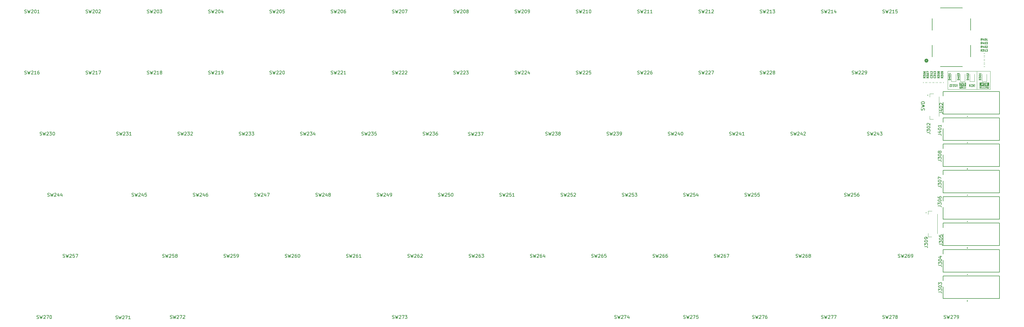
<source format=gbr>
%TF.GenerationSoftware,KiCad,Pcbnew,8.0.3*%
%TF.CreationDate,2024-07-13T16:12:33+02:00*%
%TF.ProjectId,DevKeyboard,4465764b-6579-4626-9f61-72642e6b6963,1.0*%
%TF.SameCoordinates,Original*%
%TF.FileFunction,Legend,Top*%
%TF.FilePolarity,Positive*%
%FSLAX46Y46*%
G04 Gerber Fmt 4.6, Leading zero omitted, Abs format (unit mm)*
G04 Created by KiCad (PCBNEW 8.0.3) date 2024-07-13 16:12:33*
%MOMM*%
%LPD*%
G01*
G04 APERTURE LIST*
%ADD10C,0.100000*%
%ADD11C,0.150000*%
%ADD12C,0.120000*%
%ADD13C,0.127000*%
%ADD14C,0.200000*%
%ADD15C,0.152400*%
%ADD16C,0.508000*%
G04 APERTURE END LIST*
D10*
X322008500Y-43561000D02*
X335216500Y-43561000D01*
X335216500Y-49276000D01*
X322008500Y-49276000D01*
X322008500Y-43561000D01*
X331089000Y-49276000D02*
X331089000Y-43561000D01*
D11*
G36*
X327155417Y-48374292D02*
G01*
X327167517Y-48385775D01*
X327183520Y-48416365D01*
X327184244Y-48466794D01*
X327169745Y-48497172D01*
X327158264Y-48509270D01*
X327127940Y-48525135D01*
X327059399Y-48525541D01*
X327056661Y-48525058D01*
X327054344Y-48525571D01*
X326989585Y-48525954D01*
X326989197Y-48360316D01*
X327124454Y-48359515D01*
X327155417Y-48374292D01*
G37*
G36*
X326012560Y-48374292D02*
G01*
X326024660Y-48385775D01*
X326040663Y-48416365D01*
X326041387Y-48466794D01*
X326026888Y-48497172D01*
X326015407Y-48509270D01*
X325985083Y-48525135D01*
X325846728Y-48525954D01*
X325846340Y-48360316D01*
X325981597Y-48359515D01*
X326012560Y-48374292D01*
G37*
G36*
X327665429Y-49035754D02*
G01*
X325622572Y-49035754D01*
X325622572Y-48285754D01*
X325697572Y-48285754D01*
X325699013Y-48900386D01*
X325710212Y-48927422D01*
X325730904Y-48948114D01*
X325757940Y-48959313D01*
X325787204Y-48959313D01*
X325814240Y-48948114D01*
X325834932Y-48927422D01*
X325846131Y-48900386D01*
X325847572Y-48885754D01*
X325847076Y-48674598D01*
X325989671Y-48673753D01*
X325991763Y-48674451D01*
X326002660Y-48673676D01*
X326015775Y-48673599D01*
X326018263Y-48672568D01*
X326020953Y-48672377D01*
X326034684Y-48667122D01*
X326092124Y-48637070D01*
X326099954Y-48633828D01*
X326102821Y-48631474D01*
X326104270Y-48630717D01*
X326105566Y-48629221D01*
X326111319Y-48624501D01*
X326140541Y-48593706D01*
X326146106Y-48588881D01*
X326148046Y-48585798D01*
X326149217Y-48584565D01*
X326149975Y-48582734D01*
X326153939Y-48576438D01*
X326176917Y-48528293D01*
X326177789Y-48527422D01*
X326180780Y-48520199D01*
X326187766Y-48505564D01*
X326187957Y-48502874D01*
X326188988Y-48500386D01*
X326190429Y-48485754D01*
X326189353Y-48410878D01*
X326189840Y-48409420D01*
X326189204Y-48400473D01*
X326188988Y-48385408D01*
X326187957Y-48382919D01*
X326187766Y-48380230D01*
X326182511Y-48366498D01*
X326152460Y-48309059D01*
X326149218Y-48301230D01*
X326146863Y-48298361D01*
X326146106Y-48296913D01*
X326144611Y-48295616D01*
X326139891Y-48289865D01*
X326135559Y-48285754D01*
X326297572Y-48285754D01*
X326299013Y-48900386D01*
X326310212Y-48927422D01*
X326330904Y-48948114D01*
X326357940Y-48959313D01*
X326372572Y-48960754D01*
X326672918Y-48959313D01*
X326699954Y-48948114D01*
X326720646Y-48927422D01*
X326731845Y-48900386D01*
X326731845Y-48871122D01*
X326720646Y-48844086D01*
X326699954Y-48823394D01*
X326672918Y-48812195D01*
X326658286Y-48810754D01*
X326447398Y-48811765D01*
X326447009Y-48645968D01*
X326587204Y-48645027D01*
X326614240Y-48633828D01*
X326634932Y-48613136D01*
X326646131Y-48586100D01*
X326646131Y-48556836D01*
X326634932Y-48529800D01*
X326614240Y-48509108D01*
X326587204Y-48497909D01*
X326572572Y-48496468D01*
X326446661Y-48497313D01*
X326446340Y-48360400D01*
X326672918Y-48359313D01*
X326699954Y-48348114D01*
X326720646Y-48327422D01*
X326731845Y-48300386D01*
X326731845Y-48285754D01*
X326840429Y-48285754D01*
X326841870Y-48900386D01*
X326853069Y-48927422D01*
X326873761Y-48948114D01*
X326900797Y-48959313D01*
X326930061Y-48959313D01*
X326957097Y-48948114D01*
X326977789Y-48927422D01*
X326988988Y-48900386D01*
X326990429Y-48885754D01*
X326989933Y-48674598D01*
X327018993Y-48674426D01*
X327206415Y-48939924D01*
X327231093Y-48955650D01*
X327259911Y-48960736D01*
X327288482Y-48954406D01*
X327312456Y-48937625D01*
X327328183Y-48912946D01*
X327333268Y-48884128D01*
X327326938Y-48855557D01*
X327319728Y-48842744D01*
X327190840Y-48660164D01*
X327234981Y-48637070D01*
X327242811Y-48633828D01*
X327245678Y-48631474D01*
X327247127Y-48630717D01*
X327248423Y-48629221D01*
X327254176Y-48624501D01*
X327283398Y-48593706D01*
X327288963Y-48588881D01*
X327290903Y-48585798D01*
X327292074Y-48584565D01*
X327292832Y-48582734D01*
X327296796Y-48576438D01*
X327319774Y-48528293D01*
X327320646Y-48527422D01*
X327323637Y-48520199D01*
X327330623Y-48505564D01*
X327330814Y-48502874D01*
X327331845Y-48500386D01*
X327333286Y-48485754D01*
X327332210Y-48410878D01*
X327332697Y-48409420D01*
X327332061Y-48400473D01*
X327331845Y-48385408D01*
X327330814Y-48382919D01*
X327330623Y-48380230D01*
X327325368Y-48366498D01*
X327295317Y-48309059D01*
X327292075Y-48301230D01*
X327289720Y-48298361D01*
X327288963Y-48296913D01*
X327287468Y-48295616D01*
X327282748Y-48289865D01*
X327278416Y-48285754D01*
X327440429Y-48285754D01*
X327441870Y-48900386D01*
X327453069Y-48927422D01*
X327473761Y-48948114D01*
X327500797Y-48959313D01*
X327530061Y-48959313D01*
X327557097Y-48948114D01*
X327577789Y-48927422D01*
X327588988Y-48900386D01*
X327590429Y-48885754D01*
X327588988Y-48271122D01*
X327577789Y-48244086D01*
X327557097Y-48223394D01*
X327530061Y-48212195D01*
X327500797Y-48212195D01*
X327473761Y-48223394D01*
X327453069Y-48244086D01*
X327441870Y-48271122D01*
X327440429Y-48285754D01*
X327278416Y-48285754D01*
X327251954Y-48260640D01*
X327247127Y-48255075D01*
X327244044Y-48253135D01*
X327242812Y-48251965D01*
X327240981Y-48251206D01*
X327234684Y-48247243D01*
X327186539Y-48224265D01*
X327185668Y-48223394D01*
X327178442Y-48220400D01*
X327163809Y-48213417D01*
X327161121Y-48213226D01*
X327158632Y-48212195D01*
X327144000Y-48210754D01*
X326900797Y-48212195D01*
X326873761Y-48223394D01*
X326853069Y-48244086D01*
X326841870Y-48271122D01*
X326840429Y-48285754D01*
X326731845Y-48285754D01*
X326731845Y-48271122D01*
X326720646Y-48244086D01*
X326699954Y-48223394D01*
X326672918Y-48212195D01*
X326658286Y-48210754D01*
X326357940Y-48212195D01*
X326330904Y-48223394D01*
X326310212Y-48244086D01*
X326299013Y-48271122D01*
X326297572Y-48285754D01*
X326135559Y-48285754D01*
X326109097Y-48260640D01*
X326104270Y-48255075D01*
X326101187Y-48253135D01*
X326099955Y-48251965D01*
X326098124Y-48251206D01*
X326091827Y-48247243D01*
X326043682Y-48224265D01*
X326042811Y-48223394D01*
X326035585Y-48220400D01*
X326020952Y-48213417D01*
X326018264Y-48213226D01*
X326015775Y-48212195D01*
X326001143Y-48210754D01*
X325757940Y-48212195D01*
X325730904Y-48223394D01*
X325710212Y-48244086D01*
X325699013Y-48271122D01*
X325697572Y-48285754D01*
X325622572Y-48285754D01*
X325622572Y-47305156D01*
X325827583Y-47305156D01*
X325827583Y-47334420D01*
X325838782Y-47361456D01*
X325859474Y-47382148D01*
X325886510Y-47393347D01*
X325901142Y-47394788D01*
X326108950Y-47394012D01*
X326018055Y-47498845D01*
X326010210Y-47506691D01*
X326009255Y-47508994D01*
X326007576Y-47510932D01*
X326003674Y-47522469D01*
X325999011Y-47533727D01*
X325999011Y-47536257D01*
X325998201Y-47538653D01*
X325999011Y-47550806D01*
X325999011Y-47562991D01*
X325999978Y-47565327D01*
X326000147Y-47567851D01*
X326005548Y-47578773D01*
X326010210Y-47590027D01*
X326011997Y-47591814D01*
X326013119Y-47594082D01*
X326022287Y-47602104D01*
X326030902Y-47610719D01*
X326033239Y-47611687D01*
X326035143Y-47613353D01*
X326046680Y-47617254D01*
X326057938Y-47621918D01*
X326061508Y-47622269D01*
X326062864Y-47622728D01*
X326064831Y-47622596D01*
X326072570Y-47623359D01*
X326139325Y-47622400D01*
X326169703Y-47636899D01*
X326181801Y-47648380D01*
X326197717Y-47678804D01*
X326198700Y-47786183D01*
X326184030Y-47816920D01*
X326172547Y-47829021D01*
X326142170Y-47844912D01*
X326006273Y-47845965D01*
X325975438Y-47831248D01*
X325942811Y-47800285D01*
X325915775Y-47789086D01*
X325886512Y-47789086D01*
X325859475Y-47800284D01*
X325838782Y-47820976D01*
X325827583Y-47848012D01*
X325827583Y-47877275D01*
X325838781Y-47904312D01*
X325848108Y-47915677D01*
X325878906Y-47944905D01*
X325883730Y-47950467D01*
X325886809Y-47952405D01*
X325888044Y-47953577D01*
X325889876Y-47954335D01*
X325896172Y-47958299D01*
X325944316Y-47981276D01*
X325945188Y-47982148D01*
X325952419Y-47985143D01*
X325967048Y-47992125D01*
X325969734Y-47992315D01*
X325972224Y-47993347D01*
X325986856Y-47994788D01*
X326146951Y-47993548D01*
X326148904Y-47994199D01*
X326159424Y-47993451D01*
X326172917Y-47993347D01*
X326175406Y-47992315D01*
X326178094Y-47992125D01*
X326191826Y-47986870D01*
X326249268Y-47956819D01*
X326257097Y-47953577D01*
X326259961Y-47951225D01*
X326261412Y-47950467D01*
X326262710Y-47948969D01*
X326268462Y-47944249D01*
X326297685Y-47913452D01*
X326303249Y-47908628D01*
X326305189Y-47905545D01*
X326306360Y-47904312D01*
X326307118Y-47902481D01*
X326311081Y-47896186D01*
X326334058Y-47848041D01*
X326334930Y-47847170D01*
X326337925Y-47839938D01*
X326344907Y-47825310D01*
X326345097Y-47822623D01*
X326346129Y-47820134D01*
X326347570Y-47805502D01*
X326346365Y-47673873D01*
X326346981Y-47672027D01*
X326346255Y-47661812D01*
X326346129Y-47648013D01*
X326345097Y-47645523D01*
X326344907Y-47642837D01*
X326339652Y-47629105D01*
X326309601Y-47571662D01*
X326306359Y-47563834D01*
X326304007Y-47560968D01*
X326303249Y-47559519D01*
X326301752Y-47558221D01*
X326297032Y-47552469D01*
X326266237Y-47523246D01*
X326261412Y-47517682D01*
X326258329Y-47515741D01*
X326257096Y-47514571D01*
X326255265Y-47513812D01*
X326248969Y-47509849D01*
X326218028Y-47495081D01*
X326327084Y-47369301D01*
X326334930Y-47361456D01*
X326335884Y-47359152D01*
X326337564Y-47357215D01*
X326341465Y-47345677D01*
X326346129Y-47334420D01*
X326346129Y-47331889D01*
X326346939Y-47329494D01*
X326346917Y-47329168D01*
X326369588Y-47329168D01*
X326372848Y-47343505D01*
X326571298Y-47934466D01*
X326571663Y-47939598D01*
X326575800Y-47947872D01*
X326578842Y-47956931D01*
X326582353Y-47960979D01*
X326584749Y-47965771D01*
X326591853Y-47971933D01*
X326598016Y-47979038D01*
X326602808Y-47981434D01*
X326606856Y-47984945D01*
X326615775Y-47987918D01*
X326624189Y-47992125D01*
X326629537Y-47992505D01*
X326634619Y-47994199D01*
X326643991Y-47993532D01*
X326653379Y-47994200D01*
X326658468Y-47992503D01*
X326663809Y-47992124D01*
X326672212Y-47987922D01*
X326681142Y-47984946D01*
X326685193Y-47981432D01*
X326689982Y-47979038D01*
X326696140Y-47971937D01*
X326703249Y-47965772D01*
X326705646Y-47960977D01*
X326709156Y-47956931D01*
X326715150Y-47943505D01*
X326915173Y-47338948D01*
X326924497Y-47361456D01*
X326945189Y-47382148D01*
X326972225Y-47393347D01*
X326986857Y-47394788D01*
X327194665Y-47394012D01*
X327103770Y-47498845D01*
X327095925Y-47506691D01*
X327094970Y-47508994D01*
X327093291Y-47510932D01*
X327089389Y-47522469D01*
X327084726Y-47533727D01*
X327084726Y-47536257D01*
X327083916Y-47538653D01*
X327084726Y-47550806D01*
X327084726Y-47562991D01*
X327085693Y-47565327D01*
X327085862Y-47567851D01*
X327091263Y-47578773D01*
X327095925Y-47590027D01*
X327097712Y-47591814D01*
X327098834Y-47594082D01*
X327108002Y-47602104D01*
X327116617Y-47610719D01*
X327118954Y-47611687D01*
X327120858Y-47613353D01*
X327132395Y-47617254D01*
X327143653Y-47621918D01*
X327147223Y-47622269D01*
X327148579Y-47622728D01*
X327150546Y-47622596D01*
X327158285Y-47623359D01*
X327225040Y-47622400D01*
X327255418Y-47636899D01*
X327267516Y-47648380D01*
X327283432Y-47678804D01*
X327284415Y-47786183D01*
X327269745Y-47816920D01*
X327258262Y-47829021D01*
X327227885Y-47844912D01*
X327091988Y-47845965D01*
X327061153Y-47831248D01*
X327028526Y-47800285D01*
X327001490Y-47789086D01*
X326972227Y-47789086D01*
X326945190Y-47800284D01*
X326924497Y-47820976D01*
X326913298Y-47848012D01*
X326913298Y-47877275D01*
X326924496Y-47904312D01*
X326933823Y-47915677D01*
X326964621Y-47944905D01*
X326969445Y-47950467D01*
X326972524Y-47952405D01*
X326973759Y-47953577D01*
X326975591Y-47954335D01*
X326981887Y-47958299D01*
X327030031Y-47981276D01*
X327030903Y-47982148D01*
X327038134Y-47985143D01*
X327052763Y-47992125D01*
X327055449Y-47992315D01*
X327057939Y-47993347D01*
X327072571Y-47994788D01*
X327232666Y-47993548D01*
X327234619Y-47994199D01*
X327245139Y-47993451D01*
X327258632Y-47993347D01*
X327261121Y-47992315D01*
X327263809Y-47992125D01*
X327277541Y-47986870D01*
X327334983Y-47956819D01*
X327342812Y-47953577D01*
X327345676Y-47951225D01*
X327347127Y-47950467D01*
X327348425Y-47948969D01*
X327354177Y-47944249D01*
X327383400Y-47913452D01*
X327388964Y-47908628D01*
X327390904Y-47905545D01*
X327392075Y-47904312D01*
X327392833Y-47902481D01*
X327396796Y-47896186D01*
X327419773Y-47848041D01*
X327420645Y-47847170D01*
X327423640Y-47839938D01*
X327430622Y-47825310D01*
X327430812Y-47822623D01*
X327431844Y-47820134D01*
X327433285Y-47805502D01*
X327432080Y-47673873D01*
X327432696Y-47672027D01*
X327431970Y-47661812D01*
X327431844Y-47648013D01*
X327430812Y-47645523D01*
X327430622Y-47642837D01*
X327425367Y-47629105D01*
X327395316Y-47571662D01*
X327392074Y-47563834D01*
X327389722Y-47560968D01*
X327388964Y-47559519D01*
X327387467Y-47558221D01*
X327382747Y-47552469D01*
X327351952Y-47523246D01*
X327347127Y-47517682D01*
X327344044Y-47515741D01*
X327342811Y-47514571D01*
X327340980Y-47513812D01*
X327334684Y-47509849D01*
X327303743Y-47495081D01*
X327412799Y-47369301D01*
X327420645Y-47361456D01*
X327421599Y-47359152D01*
X327423279Y-47357215D01*
X327427180Y-47345677D01*
X327431844Y-47334420D01*
X327431844Y-47331889D01*
X327432654Y-47329494D01*
X327431844Y-47317340D01*
X327431844Y-47305156D01*
X327430876Y-47302819D01*
X327430708Y-47300296D01*
X327425306Y-47289373D01*
X327420645Y-47278120D01*
X327418857Y-47276332D01*
X327417736Y-47274065D01*
X327408568Y-47266043D01*
X327399953Y-47257428D01*
X327397615Y-47256459D01*
X327395712Y-47254794D01*
X327384174Y-47250892D01*
X327372917Y-47246229D01*
X327369346Y-47245877D01*
X327367991Y-47245419D01*
X327366023Y-47245550D01*
X327358285Y-47244788D01*
X326972225Y-47246229D01*
X326945189Y-47257428D01*
X326924497Y-47278120D01*
X326915847Y-47299001D01*
X326903249Y-47273804D01*
X326881142Y-47254630D01*
X326853379Y-47245376D01*
X326824189Y-47247451D01*
X326798016Y-47260538D01*
X326778842Y-47282645D01*
X326772848Y-47296070D01*
X326644218Y-47684844D01*
X326509156Y-47282645D01*
X326489982Y-47260538D01*
X326463809Y-47247452D01*
X326434619Y-47245377D01*
X326406856Y-47254631D01*
X326384749Y-47273805D01*
X326371663Y-47299978D01*
X326369588Y-47329168D01*
X326346917Y-47329168D01*
X326346129Y-47317340D01*
X326346129Y-47305156D01*
X326345161Y-47302819D01*
X326344993Y-47300296D01*
X326339591Y-47289373D01*
X326334930Y-47278120D01*
X326333142Y-47276332D01*
X326332021Y-47274065D01*
X326322853Y-47266043D01*
X326314238Y-47257428D01*
X326311900Y-47256459D01*
X326309997Y-47254794D01*
X326298459Y-47250892D01*
X326287202Y-47246229D01*
X326283631Y-47245877D01*
X326282276Y-47245419D01*
X326280308Y-47245550D01*
X326272570Y-47244788D01*
X325886510Y-47246229D01*
X325859474Y-47257428D01*
X325838782Y-47278120D01*
X325827583Y-47305156D01*
X325622572Y-47305156D01*
X325622572Y-47169788D01*
X327665429Y-47169788D01*
X327665429Y-49035754D01*
G37*
G36*
X330429285Y-48552771D02*
G01*
X328673583Y-48552771D01*
X328673583Y-47788139D01*
X328748583Y-47788139D01*
X328748583Y-47817403D01*
X328759782Y-47844439D01*
X328780474Y-47865131D01*
X328807510Y-47876330D01*
X328822142Y-47877771D01*
X329029950Y-47876995D01*
X328939055Y-47981828D01*
X328931210Y-47989674D01*
X328930255Y-47991977D01*
X328928576Y-47993915D01*
X328924674Y-48005452D01*
X328920011Y-48016710D01*
X328920011Y-48019240D01*
X328919201Y-48021636D01*
X328920011Y-48033789D01*
X328920011Y-48045974D01*
X328920978Y-48048310D01*
X328921147Y-48050834D01*
X328926548Y-48061756D01*
X328931210Y-48073010D01*
X328932997Y-48074797D01*
X328934119Y-48077065D01*
X328943287Y-48085087D01*
X328951902Y-48093702D01*
X328954239Y-48094670D01*
X328956143Y-48096336D01*
X328967680Y-48100237D01*
X328978938Y-48104901D01*
X328982508Y-48105252D01*
X328983864Y-48105711D01*
X328985831Y-48105579D01*
X328993570Y-48106342D01*
X329060325Y-48105383D01*
X329090703Y-48119882D01*
X329102801Y-48131363D01*
X329118717Y-48161787D01*
X329119700Y-48269166D01*
X329105030Y-48299903D01*
X329093547Y-48312004D01*
X329063170Y-48327895D01*
X328927273Y-48328948D01*
X328896438Y-48314231D01*
X328863811Y-48283268D01*
X328836775Y-48272069D01*
X328807512Y-48272069D01*
X328780475Y-48283267D01*
X328759782Y-48303959D01*
X328748583Y-48330995D01*
X328748583Y-48360258D01*
X328759781Y-48387295D01*
X328769108Y-48398660D01*
X328799906Y-48427888D01*
X328804730Y-48433450D01*
X328807809Y-48435388D01*
X328809044Y-48436560D01*
X328810876Y-48437318D01*
X328817172Y-48441282D01*
X328865316Y-48464259D01*
X328866188Y-48465131D01*
X328873419Y-48468126D01*
X328888048Y-48475108D01*
X328890734Y-48475298D01*
X328893224Y-48476330D01*
X328907856Y-48477771D01*
X329067951Y-48476531D01*
X329069904Y-48477182D01*
X329080424Y-48476434D01*
X329093917Y-48476330D01*
X329096406Y-48475298D01*
X329099094Y-48475108D01*
X329112826Y-48469853D01*
X329170268Y-48439802D01*
X329178097Y-48436560D01*
X329180961Y-48434208D01*
X329182412Y-48433450D01*
X329183710Y-48431952D01*
X329189462Y-48427232D01*
X329218685Y-48396435D01*
X329224249Y-48391611D01*
X329226189Y-48388528D01*
X329227360Y-48387295D01*
X329228118Y-48385464D01*
X329232081Y-48379169D01*
X329255058Y-48331024D01*
X329255930Y-48330153D01*
X329258925Y-48322921D01*
X329265907Y-48308293D01*
X329266097Y-48305606D01*
X329267129Y-48303117D01*
X329268570Y-48288485D01*
X329267365Y-48156856D01*
X329267981Y-48155010D01*
X329267255Y-48144795D01*
X329267129Y-48130996D01*
X329266097Y-48128506D01*
X329265907Y-48125820D01*
X329260652Y-48112088D01*
X329230601Y-48054645D01*
X329227359Y-48046817D01*
X329225007Y-48043951D01*
X329224249Y-48042502D01*
X329222752Y-48041204D01*
X329218032Y-48035452D01*
X329187237Y-48006229D01*
X329182412Y-48000665D01*
X329179329Y-47998724D01*
X329178096Y-47997554D01*
X329176265Y-47996795D01*
X329169969Y-47992832D01*
X329139028Y-47978064D01*
X329248084Y-47852284D01*
X329255930Y-47844439D01*
X329256884Y-47842135D01*
X329258564Y-47840198D01*
X329262465Y-47828660D01*
X329267129Y-47817403D01*
X329267129Y-47814872D01*
X329267939Y-47812477D01*
X329267917Y-47812151D01*
X329290588Y-47812151D01*
X329293848Y-47826488D01*
X329492298Y-48417449D01*
X329492663Y-48422581D01*
X329496800Y-48430855D01*
X329499842Y-48439914D01*
X329503353Y-48443962D01*
X329505749Y-48448754D01*
X329512853Y-48454916D01*
X329519016Y-48462021D01*
X329523808Y-48464417D01*
X329527856Y-48467928D01*
X329536775Y-48470901D01*
X329545189Y-48475108D01*
X329550537Y-48475488D01*
X329555619Y-48477182D01*
X329564991Y-48476515D01*
X329574379Y-48477183D01*
X329579468Y-48475486D01*
X329584809Y-48475107D01*
X329593212Y-48470905D01*
X329602142Y-48467929D01*
X329606193Y-48464415D01*
X329610982Y-48462021D01*
X329617140Y-48454920D01*
X329624249Y-48448755D01*
X329626646Y-48443960D01*
X329630156Y-48439914D01*
X329636150Y-48426488D01*
X329836173Y-47821931D01*
X329845497Y-47844439D01*
X329866189Y-47865131D01*
X329893225Y-47876330D01*
X329907857Y-47877771D01*
X330115665Y-47876995D01*
X330024770Y-47981828D01*
X330016925Y-47989674D01*
X330015970Y-47991977D01*
X330014291Y-47993915D01*
X330010389Y-48005452D01*
X330005726Y-48016710D01*
X330005726Y-48019240D01*
X330004916Y-48021636D01*
X330005726Y-48033789D01*
X330005726Y-48045974D01*
X330006693Y-48048310D01*
X330006862Y-48050834D01*
X330012263Y-48061756D01*
X330016925Y-48073010D01*
X330018712Y-48074797D01*
X330019834Y-48077065D01*
X330029002Y-48085087D01*
X330037617Y-48093702D01*
X330039954Y-48094670D01*
X330041858Y-48096336D01*
X330053395Y-48100237D01*
X330064653Y-48104901D01*
X330068223Y-48105252D01*
X330069579Y-48105711D01*
X330071546Y-48105579D01*
X330079285Y-48106342D01*
X330146040Y-48105383D01*
X330176418Y-48119882D01*
X330188516Y-48131363D01*
X330204432Y-48161787D01*
X330205415Y-48269166D01*
X330190745Y-48299903D01*
X330179262Y-48312004D01*
X330148885Y-48327895D01*
X330012988Y-48328948D01*
X329982153Y-48314231D01*
X329949526Y-48283268D01*
X329922490Y-48272069D01*
X329893227Y-48272069D01*
X329866190Y-48283267D01*
X329845497Y-48303959D01*
X329834298Y-48330995D01*
X329834298Y-48360258D01*
X329845496Y-48387295D01*
X329854823Y-48398660D01*
X329885621Y-48427888D01*
X329890445Y-48433450D01*
X329893524Y-48435388D01*
X329894759Y-48436560D01*
X329896591Y-48437318D01*
X329902887Y-48441282D01*
X329951031Y-48464259D01*
X329951903Y-48465131D01*
X329959134Y-48468126D01*
X329973763Y-48475108D01*
X329976449Y-48475298D01*
X329978939Y-48476330D01*
X329993571Y-48477771D01*
X330153666Y-48476531D01*
X330155619Y-48477182D01*
X330166139Y-48476434D01*
X330179632Y-48476330D01*
X330182121Y-48475298D01*
X330184809Y-48475108D01*
X330198541Y-48469853D01*
X330255983Y-48439802D01*
X330263812Y-48436560D01*
X330266676Y-48434208D01*
X330268127Y-48433450D01*
X330269425Y-48431952D01*
X330275177Y-48427232D01*
X330304400Y-48396435D01*
X330309964Y-48391611D01*
X330311904Y-48388528D01*
X330313075Y-48387295D01*
X330313833Y-48385464D01*
X330317796Y-48379169D01*
X330340773Y-48331024D01*
X330341645Y-48330153D01*
X330344640Y-48322921D01*
X330351622Y-48308293D01*
X330351812Y-48305606D01*
X330352844Y-48303117D01*
X330354285Y-48288485D01*
X330353080Y-48156856D01*
X330353696Y-48155010D01*
X330352970Y-48144795D01*
X330352844Y-48130996D01*
X330351812Y-48128506D01*
X330351622Y-48125820D01*
X330346367Y-48112088D01*
X330316316Y-48054645D01*
X330313074Y-48046817D01*
X330310722Y-48043951D01*
X330309964Y-48042502D01*
X330308467Y-48041204D01*
X330303747Y-48035452D01*
X330272952Y-48006229D01*
X330268127Y-48000665D01*
X330265044Y-47998724D01*
X330263811Y-47997554D01*
X330261980Y-47996795D01*
X330255684Y-47992832D01*
X330224743Y-47978064D01*
X330333799Y-47852284D01*
X330341645Y-47844439D01*
X330342599Y-47842135D01*
X330344279Y-47840198D01*
X330348180Y-47828660D01*
X330352844Y-47817403D01*
X330352844Y-47814872D01*
X330353654Y-47812477D01*
X330352844Y-47800323D01*
X330352844Y-47788139D01*
X330351876Y-47785802D01*
X330351708Y-47783279D01*
X330346306Y-47772356D01*
X330341645Y-47761103D01*
X330339857Y-47759315D01*
X330338736Y-47757048D01*
X330329568Y-47749026D01*
X330320953Y-47740411D01*
X330318615Y-47739442D01*
X330316712Y-47737777D01*
X330305174Y-47733875D01*
X330293917Y-47729212D01*
X330290346Y-47728860D01*
X330288991Y-47728402D01*
X330287023Y-47728533D01*
X330279285Y-47727771D01*
X329893225Y-47729212D01*
X329866189Y-47740411D01*
X329845497Y-47761103D01*
X329836847Y-47781984D01*
X329824249Y-47756787D01*
X329802142Y-47737613D01*
X329774379Y-47728359D01*
X329745189Y-47730434D01*
X329719016Y-47743521D01*
X329699842Y-47765628D01*
X329693848Y-47779053D01*
X329565218Y-48167827D01*
X329430156Y-47765628D01*
X329410982Y-47743521D01*
X329384809Y-47730435D01*
X329355619Y-47728360D01*
X329327856Y-47737614D01*
X329305749Y-47756788D01*
X329292663Y-47782961D01*
X329290588Y-47812151D01*
X329267917Y-47812151D01*
X329267129Y-47800323D01*
X329267129Y-47788139D01*
X329266161Y-47785802D01*
X329265993Y-47783279D01*
X329260591Y-47772356D01*
X329255930Y-47761103D01*
X329254142Y-47759315D01*
X329253021Y-47757048D01*
X329243853Y-47749026D01*
X329235238Y-47740411D01*
X329232900Y-47739442D01*
X329230997Y-47737777D01*
X329219459Y-47733875D01*
X329208202Y-47729212D01*
X329204631Y-47728860D01*
X329203276Y-47728402D01*
X329201308Y-47728533D01*
X329193570Y-47727771D01*
X328807510Y-47729212D01*
X328780474Y-47740411D01*
X328759782Y-47761103D01*
X328748583Y-47788139D01*
X328673583Y-47788139D01*
X328673583Y-47652771D01*
X330429285Y-47652771D01*
X330429285Y-48552771D01*
G37*
G36*
X323594554Y-48181357D02*
G01*
X323602088Y-48188506D01*
X323618091Y-48219096D01*
X323618815Y-48269525D01*
X323604316Y-48299903D01*
X323592833Y-48312004D01*
X323562512Y-48327866D01*
X323424826Y-48328681D01*
X323424437Y-48162985D01*
X323534486Y-48162246D01*
X323594554Y-48181357D01*
G37*
G36*
X323561417Y-47891309D02*
G01*
X323573516Y-47902792D01*
X323589616Y-47933567D01*
X323590059Y-47955626D01*
X323575745Y-47985617D01*
X323564262Y-47997718D01*
X323533917Y-48013592D01*
X323424089Y-48014330D01*
X323423767Y-47877275D01*
X323530510Y-47876559D01*
X323561417Y-47891309D01*
G37*
G36*
X325042856Y-48552771D02*
G01*
X322600588Y-48552771D01*
X322600588Y-47812151D01*
X322675588Y-47812151D01*
X322678848Y-47826488D01*
X322877298Y-48417449D01*
X322877663Y-48422581D01*
X322881800Y-48430855D01*
X322884842Y-48439914D01*
X322888353Y-48443962D01*
X322890749Y-48448754D01*
X322897853Y-48454916D01*
X322904016Y-48462021D01*
X322908808Y-48464417D01*
X322912856Y-48467928D01*
X322921775Y-48470901D01*
X322930189Y-48475108D01*
X322935537Y-48475488D01*
X322940619Y-48477182D01*
X322949991Y-48476515D01*
X322959379Y-48477183D01*
X322964468Y-48475486D01*
X322969809Y-48475107D01*
X322978212Y-48470905D01*
X322987142Y-48467929D01*
X322991193Y-48464415D01*
X322995982Y-48462021D01*
X323002140Y-48454920D01*
X323009249Y-48448755D01*
X323011646Y-48443960D01*
X323015156Y-48439914D01*
X323021150Y-48426488D01*
X323224410Y-47812151D01*
X323223744Y-47802771D01*
X323275000Y-47802771D01*
X323276441Y-48417403D01*
X323287640Y-48444439D01*
X323308332Y-48465131D01*
X323335368Y-48476330D01*
X323350000Y-48477771D01*
X323567098Y-48476484D01*
X323569190Y-48477182D01*
X323580087Y-48476407D01*
X323593203Y-48476330D01*
X323595692Y-48475298D01*
X323598380Y-48475108D01*
X323612112Y-48469853D01*
X323669554Y-48439802D01*
X323677383Y-48436560D01*
X323680247Y-48434208D01*
X323681698Y-48433450D01*
X323682996Y-48431952D01*
X323688748Y-48427232D01*
X323717971Y-48396436D01*
X323723534Y-48391612D01*
X323725474Y-48388529D01*
X323726646Y-48387295D01*
X323727404Y-48385463D01*
X323731367Y-48379169D01*
X323754345Y-48331024D01*
X323755217Y-48330153D01*
X323758208Y-48322930D01*
X323765194Y-48308295D01*
X323765385Y-48305605D01*
X323766416Y-48303117D01*
X323767857Y-48288485D01*
X323766781Y-48213609D01*
X323767268Y-48212151D01*
X323766632Y-48203204D01*
X323766416Y-48188139D01*
X323765385Y-48185650D01*
X323765194Y-48182961D01*
X323759939Y-48169229D01*
X323729888Y-48111789D01*
X323726645Y-48103960D01*
X323724292Y-48101092D01*
X323723534Y-48099644D01*
X323722038Y-48098347D01*
X323717318Y-48092595D01*
X323697413Y-48073706D01*
X323698075Y-48073009D01*
X323698832Y-48071179D01*
X323702796Y-48064883D01*
X323725773Y-48016739D01*
X323726645Y-48015868D01*
X323729638Y-48008640D01*
X323736622Y-47994009D01*
X323736812Y-47991321D01*
X323737844Y-47988832D01*
X323739285Y-47974200D01*
X323738347Y-47927485D01*
X323738696Y-47926439D01*
X323738180Y-47919182D01*
X323737844Y-47902425D01*
X323736812Y-47899935D01*
X323736622Y-47897249D01*
X323731367Y-47883517D01*
X323701317Y-47826076D01*
X323698075Y-47818247D01*
X323695721Y-47815379D01*
X323694964Y-47813931D01*
X323693468Y-47812634D01*
X323688748Y-47806882D01*
X323684416Y-47802771D01*
X323875000Y-47802771D01*
X323876365Y-48276775D01*
X323875589Y-48279104D01*
X323876404Y-48290587D01*
X323876441Y-48303117D01*
X323877472Y-48305606D01*
X323877663Y-48308294D01*
X323882918Y-48322026D01*
X323912970Y-48379472D01*
X323916211Y-48387296D01*
X323918561Y-48390159D01*
X323919321Y-48391612D01*
X323920819Y-48392911D01*
X323925538Y-48398661D01*
X323956333Y-48427885D01*
X323961159Y-48433450D01*
X323964240Y-48435389D01*
X323965475Y-48436561D01*
X323967307Y-48437319D01*
X323973602Y-48441282D01*
X324021745Y-48464259D01*
X324022617Y-48465131D01*
X324029844Y-48468124D01*
X324044476Y-48475108D01*
X324047163Y-48475298D01*
X324049653Y-48476330D01*
X324064285Y-48477771D01*
X324167496Y-48476617D01*
X324169190Y-48477182D01*
X324178936Y-48476489D01*
X324193203Y-48476330D01*
X324195692Y-48475298D01*
X324198380Y-48475108D01*
X324212112Y-48469853D01*
X324269554Y-48439802D01*
X324277383Y-48436560D01*
X324280247Y-48434208D01*
X324281698Y-48433450D01*
X324282996Y-48431952D01*
X324288748Y-48427232D01*
X324317971Y-48396436D01*
X324323534Y-48391612D01*
X324325474Y-48388529D01*
X324326646Y-48387295D01*
X324327404Y-48385463D01*
X324331367Y-48379169D01*
X324354345Y-48331024D01*
X324355217Y-48330153D01*
X324358208Y-48322930D01*
X324365194Y-48308295D01*
X324365385Y-48305605D01*
X324366416Y-48303117D01*
X324367857Y-48288485D01*
X324366787Y-47917057D01*
X324474999Y-47917057D01*
X324475936Y-47963773D01*
X324475588Y-47964820D01*
X324476103Y-47972076D01*
X324476440Y-47988832D01*
X324477470Y-47991320D01*
X324477662Y-47994010D01*
X324482917Y-48007742D01*
X324512969Y-48065183D01*
X324516210Y-48073009D01*
X324518562Y-48075875D01*
X324519322Y-48077327D01*
X324520819Y-48078625D01*
X324525537Y-48084374D01*
X324556335Y-48113602D01*
X324561159Y-48119164D01*
X324564238Y-48121102D01*
X324565473Y-48122274D01*
X324567305Y-48123032D01*
X324573601Y-48126996D01*
X324627270Y-48152609D01*
X324632249Y-48156299D01*
X324643192Y-48160209D01*
X324644477Y-48160822D01*
X324645015Y-48160860D01*
X324646095Y-48161246D01*
X324747961Y-48185537D01*
X324789988Y-48205595D01*
X324802088Y-48217078D01*
X324818187Y-48247852D01*
X324818630Y-48269911D01*
X324804316Y-48299903D01*
X324792833Y-48312004D01*
X324762412Y-48327918D01*
X324651003Y-48328938D01*
X324559379Y-48299789D01*
X324530189Y-48301864D01*
X324504015Y-48314951D01*
X324484842Y-48337058D01*
X324475588Y-48364820D01*
X324477663Y-48394010D01*
X324490750Y-48420184D01*
X324512857Y-48439357D01*
X324526282Y-48445351D01*
X324612559Y-48472799D01*
X324621082Y-48476330D01*
X324624809Y-48476697D01*
X324626334Y-48477182D01*
X324628308Y-48477041D01*
X324635714Y-48477771D01*
X324767343Y-48476566D01*
X324769190Y-48477182D01*
X324779404Y-48476456D01*
X324793203Y-48476330D01*
X324795692Y-48475298D01*
X324798380Y-48475108D01*
X324812112Y-48469853D01*
X324869554Y-48439802D01*
X324877383Y-48436560D01*
X324880247Y-48434208D01*
X324881698Y-48433450D01*
X324882996Y-48431952D01*
X324888748Y-48427232D01*
X324917971Y-48396435D01*
X324923535Y-48391611D01*
X324925475Y-48388528D01*
X324926646Y-48387295D01*
X324927404Y-48385464D01*
X324931367Y-48379169D01*
X324954344Y-48331024D01*
X324955216Y-48330153D01*
X324958211Y-48322921D01*
X324965193Y-48308293D01*
X324965383Y-48305606D01*
X324966415Y-48303117D01*
X324967856Y-48288485D01*
X324966918Y-48241769D01*
X324967267Y-48240723D01*
X324966751Y-48233466D01*
X324966415Y-48216710D01*
X324965383Y-48214220D01*
X324965193Y-48211533D01*
X324959938Y-48197801D01*
X324929886Y-48140356D01*
X324926646Y-48132533D01*
X324924294Y-48129667D01*
X324923535Y-48128216D01*
X324922036Y-48126916D01*
X324917319Y-48121168D01*
X324886525Y-48091943D01*
X324881698Y-48086378D01*
X324878615Y-48084438D01*
X324877383Y-48083268D01*
X324875552Y-48082509D01*
X324869255Y-48078546D01*
X324815583Y-48052930D01*
X324810607Y-48049243D01*
X324799667Y-48045334D01*
X324798380Y-48044720D01*
X324797840Y-48044681D01*
X324796761Y-48044296D01*
X324694894Y-48020004D01*
X324652867Y-47999945D01*
X324640768Y-47988464D01*
X324624667Y-47957688D01*
X324624224Y-47935630D01*
X324638539Y-47905638D01*
X324650021Y-47893538D01*
X324680444Y-47877623D01*
X324791854Y-47876603D01*
X324883476Y-47905753D01*
X324912666Y-47903678D01*
X324938839Y-47890591D01*
X324958013Y-47868484D01*
X324967267Y-47840722D01*
X324965192Y-47811532D01*
X324952105Y-47785358D01*
X324929998Y-47766185D01*
X324916572Y-47760191D01*
X324830297Y-47732742D01*
X324821774Y-47729212D01*
X324818045Y-47728844D01*
X324816522Y-47728360D01*
X324814547Y-47728500D01*
X324807142Y-47727771D01*
X324675513Y-47728975D01*
X324673667Y-47728360D01*
X324663452Y-47729085D01*
X324649653Y-47729212D01*
X324647163Y-47730243D01*
X324644477Y-47730434D01*
X324630745Y-47735689D01*
X324573306Y-47765737D01*
X324565473Y-47768982D01*
X324562606Y-47771334D01*
X324561159Y-47772092D01*
X324559862Y-47773586D01*
X324554108Y-47778310D01*
X324524884Y-47809105D01*
X324519322Y-47813930D01*
X324517381Y-47817012D01*
X324516210Y-47818247D01*
X324515451Y-47820078D01*
X324511489Y-47826373D01*
X324488510Y-47874517D01*
X324487639Y-47875389D01*
X324484647Y-47882611D01*
X324477662Y-47897247D01*
X324477470Y-47899936D01*
X324476440Y-47902425D01*
X324474999Y-47917057D01*
X324366787Y-47917057D01*
X324366416Y-47788139D01*
X324355217Y-47761103D01*
X324334525Y-47740411D01*
X324307489Y-47729212D01*
X324278225Y-47729212D01*
X324251189Y-47740411D01*
X324230497Y-47761103D01*
X324219298Y-47788139D01*
X324217857Y-47802771D01*
X324219198Y-48268722D01*
X324204316Y-48299903D01*
X324192833Y-48312004D01*
X324162348Y-48327952D01*
X324083463Y-48328834D01*
X324052867Y-48314231D01*
X324040767Y-48302748D01*
X324024954Y-48272520D01*
X324023559Y-47788139D01*
X324012360Y-47761103D01*
X323991668Y-47740411D01*
X323964632Y-47729212D01*
X323935368Y-47729212D01*
X323908332Y-47740411D01*
X323887640Y-47761103D01*
X323876441Y-47788139D01*
X323875000Y-47802771D01*
X323684416Y-47802771D01*
X323657954Y-47777657D01*
X323653127Y-47772092D01*
X323650044Y-47770152D01*
X323648812Y-47768982D01*
X323646981Y-47768223D01*
X323640684Y-47764260D01*
X323592539Y-47741282D01*
X323591668Y-47740411D01*
X323584442Y-47737417D01*
X323569809Y-47730434D01*
X323567121Y-47730243D01*
X323564632Y-47729212D01*
X323550000Y-47727771D01*
X323335368Y-47729212D01*
X323308332Y-47740411D01*
X323287640Y-47761103D01*
X323276441Y-47788139D01*
X323275000Y-47802771D01*
X323223744Y-47802771D01*
X323222336Y-47782961D01*
X323209249Y-47756787D01*
X323187142Y-47737613D01*
X323159379Y-47728359D01*
X323130189Y-47730434D01*
X323104016Y-47743521D01*
X323084842Y-47765628D01*
X323078848Y-47779053D01*
X322950218Y-48167827D01*
X322815156Y-47765628D01*
X322795982Y-47743521D01*
X322769809Y-47730435D01*
X322740619Y-47728360D01*
X322712856Y-47737614D01*
X322690749Y-47756788D01*
X322677663Y-47782961D01*
X322675588Y-47812151D01*
X322600588Y-47812151D01*
X322600588Y-47652771D01*
X325042856Y-47652771D01*
X325042856Y-48552771D01*
G37*
X314731400Y-55794039D02*
X314779019Y-55651182D01*
X314779019Y-55651182D02*
X314779019Y-55413087D01*
X314779019Y-55413087D02*
X314731400Y-55317849D01*
X314731400Y-55317849D02*
X314683780Y-55270230D01*
X314683780Y-55270230D02*
X314588542Y-55222611D01*
X314588542Y-55222611D02*
X314493304Y-55222611D01*
X314493304Y-55222611D02*
X314398066Y-55270230D01*
X314398066Y-55270230D02*
X314350447Y-55317849D01*
X314350447Y-55317849D02*
X314302828Y-55413087D01*
X314302828Y-55413087D02*
X314255209Y-55603563D01*
X314255209Y-55603563D02*
X314207590Y-55698801D01*
X314207590Y-55698801D02*
X314159971Y-55746420D01*
X314159971Y-55746420D02*
X314064733Y-55794039D01*
X314064733Y-55794039D02*
X313969495Y-55794039D01*
X313969495Y-55794039D02*
X313874257Y-55746420D01*
X313874257Y-55746420D02*
X313826638Y-55698801D01*
X313826638Y-55698801D02*
X313779019Y-55603563D01*
X313779019Y-55603563D02*
X313779019Y-55365468D01*
X313779019Y-55365468D02*
X313826638Y-55222611D01*
X313779019Y-54889277D02*
X314779019Y-54651182D01*
X314779019Y-54651182D02*
X314064733Y-54460706D01*
X314064733Y-54460706D02*
X314779019Y-54270230D01*
X314779019Y-54270230D02*
X313779019Y-54032135D01*
X314779019Y-53651182D02*
X313779019Y-53651182D01*
X313779019Y-53651182D02*
X313779019Y-53413087D01*
X313779019Y-53413087D02*
X313826638Y-53270230D01*
X313826638Y-53270230D02*
X313921876Y-53174992D01*
X313921876Y-53174992D02*
X314017114Y-53127373D01*
X314017114Y-53127373D02*
X314207590Y-53079754D01*
X314207590Y-53079754D02*
X314350447Y-53079754D01*
X314350447Y-53079754D02*
X314540923Y-53127373D01*
X314540923Y-53127373D02*
X314636161Y-53174992D01*
X314636161Y-53174992D02*
X314731400Y-53270230D01*
X314731400Y-53270230D02*
X314779019Y-53413087D01*
X314779019Y-53413087D02*
X314779019Y-53651182D01*
G36*
X334014673Y-48374142D02*
G01*
X334050004Y-48408422D01*
X334071459Y-48490438D01*
X334072676Y-48671717D01*
X334051430Y-48760811D01*
X334018721Y-48794522D01*
X333987348Y-48810935D01*
X333908463Y-48811817D01*
X333878183Y-48797365D01*
X333842852Y-48763085D01*
X333821396Y-48681067D01*
X333820179Y-48499790D01*
X333841425Y-48410698D01*
X333874134Y-48376986D01*
X333905508Y-48360572D01*
X333984393Y-48359690D01*
X334014673Y-48374142D01*
G37*
G36*
X332814988Y-48374292D02*
G01*
X332827088Y-48385775D01*
X332843091Y-48416365D01*
X332843815Y-48466794D01*
X332829316Y-48497172D01*
X332817835Y-48509270D01*
X332787511Y-48525135D01*
X332718970Y-48525541D01*
X332716232Y-48525058D01*
X332713915Y-48525571D01*
X332649156Y-48525954D01*
X332648768Y-48360316D01*
X332784025Y-48359515D01*
X332814988Y-48374292D01*
G37*
G36*
X333414988Y-48374292D02*
G01*
X333427088Y-48385775D01*
X333443091Y-48416365D01*
X333443815Y-48466794D01*
X333429316Y-48497172D01*
X333417835Y-48509270D01*
X333387511Y-48525135D01*
X333318970Y-48525541D01*
X333316232Y-48525058D01*
X333313915Y-48525571D01*
X333249156Y-48525954D01*
X333248768Y-48360316D01*
X333384025Y-48359515D01*
X333414988Y-48374292D01*
G37*
G36*
X334643559Y-48374292D02*
G01*
X334655659Y-48385775D01*
X334671662Y-48416365D01*
X334672386Y-48466794D01*
X334657887Y-48497172D01*
X334646406Y-48509270D01*
X334616082Y-48525135D01*
X334547541Y-48525541D01*
X334544803Y-48525058D01*
X334542486Y-48525571D01*
X334477727Y-48525954D01*
X334477339Y-48360316D01*
X334612596Y-48359515D01*
X334643559Y-48374292D01*
G37*
G36*
X334896428Y-49035754D02*
G01*
X331882143Y-49035754D01*
X331882143Y-48285754D01*
X331957143Y-48285754D01*
X331958584Y-48900386D01*
X331969783Y-48927422D01*
X331990475Y-48948114D01*
X332017511Y-48959313D01*
X332032143Y-48960754D01*
X332332489Y-48959313D01*
X332359525Y-48948114D01*
X332380217Y-48927422D01*
X332391416Y-48900386D01*
X332391416Y-48871122D01*
X332380217Y-48844086D01*
X332359525Y-48823394D01*
X332332489Y-48812195D01*
X332317857Y-48810754D01*
X332106969Y-48811765D01*
X332106580Y-48645968D01*
X332246775Y-48645027D01*
X332273811Y-48633828D01*
X332294503Y-48613136D01*
X332305702Y-48586100D01*
X332305702Y-48556836D01*
X332294503Y-48529800D01*
X332273811Y-48509108D01*
X332246775Y-48497909D01*
X332232143Y-48496468D01*
X332106232Y-48497313D01*
X332105911Y-48360400D01*
X332332489Y-48359313D01*
X332359525Y-48348114D01*
X332380217Y-48327422D01*
X332391416Y-48300386D01*
X332391416Y-48285754D01*
X332500000Y-48285754D01*
X332501441Y-48900386D01*
X332512640Y-48927422D01*
X332533332Y-48948114D01*
X332560368Y-48959313D01*
X332589632Y-48959313D01*
X332616668Y-48948114D01*
X332637360Y-48927422D01*
X332648559Y-48900386D01*
X332650000Y-48885754D01*
X332649504Y-48674598D01*
X332678564Y-48674426D01*
X332865986Y-48939924D01*
X332890664Y-48955650D01*
X332919482Y-48960736D01*
X332948053Y-48954406D01*
X332972027Y-48937625D01*
X332987754Y-48912946D01*
X332992839Y-48884128D01*
X332986509Y-48855557D01*
X332979299Y-48842744D01*
X332850411Y-48660164D01*
X332894552Y-48637070D01*
X332902382Y-48633828D01*
X332905249Y-48631474D01*
X332906698Y-48630717D01*
X332907994Y-48629221D01*
X332913747Y-48624501D01*
X332942969Y-48593706D01*
X332948534Y-48588881D01*
X332950474Y-48585798D01*
X332951645Y-48584565D01*
X332952403Y-48582734D01*
X332956367Y-48576438D01*
X332979345Y-48528293D01*
X332980217Y-48527422D01*
X332983208Y-48520199D01*
X332990194Y-48505564D01*
X332990385Y-48502874D01*
X332991416Y-48500386D01*
X332992857Y-48485754D01*
X332991781Y-48410878D01*
X332992268Y-48409420D01*
X332991632Y-48400473D01*
X332991416Y-48385408D01*
X332990385Y-48382919D01*
X332990194Y-48380230D01*
X332984939Y-48366498D01*
X332954888Y-48309059D01*
X332951646Y-48301230D01*
X332949291Y-48298361D01*
X332948534Y-48296913D01*
X332947039Y-48295616D01*
X332942319Y-48289865D01*
X332937987Y-48285754D01*
X333100000Y-48285754D01*
X333101441Y-48900386D01*
X333112640Y-48927422D01*
X333133332Y-48948114D01*
X333160368Y-48959313D01*
X333189632Y-48959313D01*
X333216668Y-48948114D01*
X333237360Y-48927422D01*
X333248559Y-48900386D01*
X333250000Y-48885754D01*
X333249504Y-48674598D01*
X333278564Y-48674426D01*
X333465986Y-48939924D01*
X333490664Y-48955650D01*
X333519482Y-48960736D01*
X333548053Y-48954406D01*
X333572027Y-48937625D01*
X333587754Y-48912946D01*
X333592839Y-48884128D01*
X333586509Y-48855557D01*
X333579299Y-48842744D01*
X333450411Y-48660164D01*
X333494552Y-48637070D01*
X333502382Y-48633828D01*
X333505249Y-48631474D01*
X333506698Y-48630717D01*
X333507994Y-48629221D01*
X333513747Y-48624501D01*
X333542969Y-48593706D01*
X333548534Y-48588881D01*
X333550474Y-48585798D01*
X333551645Y-48584565D01*
X333552403Y-48582734D01*
X333556367Y-48576438D01*
X333579345Y-48528293D01*
X333580217Y-48527422D01*
X333583208Y-48520199D01*
X333590194Y-48505564D01*
X333590385Y-48502874D01*
X333591416Y-48500386D01*
X333592857Y-48485754D01*
X333671428Y-48485754D01*
X333672740Y-48681180D01*
X333671517Y-48689400D01*
X333672856Y-48698458D01*
X333672869Y-48700386D01*
X333673291Y-48701407D01*
X333673667Y-48703944D01*
X333701441Y-48810114D01*
X333701441Y-48814671D01*
X333704675Y-48822480D01*
X333707186Y-48832076D01*
X333710506Y-48836557D01*
X333712640Y-48841708D01*
X333721967Y-48853073D01*
X333780264Y-48909636D01*
X333786159Y-48916433D01*
X333789320Y-48918423D01*
X333790475Y-48919543D01*
X333792302Y-48920300D01*
X333798602Y-48924265D01*
X333846745Y-48947242D01*
X333847617Y-48948114D01*
X333854844Y-48951107D01*
X333869476Y-48958091D01*
X333872163Y-48958281D01*
X333874653Y-48959313D01*
X333889285Y-48960754D01*
X333992496Y-48959600D01*
X333994190Y-48960165D01*
X334003936Y-48959472D01*
X334018203Y-48959313D01*
X334020692Y-48958281D01*
X334023380Y-48958091D01*
X334037112Y-48952836D01*
X334094558Y-48922783D01*
X334102382Y-48919543D01*
X334105245Y-48917192D01*
X334106698Y-48916433D01*
X334107997Y-48914934D01*
X334113747Y-48910216D01*
X334164661Y-48857740D01*
X334168249Y-48855588D01*
X334173093Y-48849049D01*
X334180217Y-48841708D01*
X334182350Y-48836556D01*
X334185671Y-48832076D01*
X334190618Y-48818230D01*
X334216998Y-48707599D01*
X334219987Y-48700386D01*
X334220879Y-48691327D01*
X334221339Y-48689399D01*
X334221176Y-48688307D01*
X334221428Y-48685754D01*
X334220115Y-48490328D01*
X334221339Y-48482109D01*
X334219999Y-48473050D01*
X334219987Y-48471122D01*
X334219563Y-48470100D01*
X334219189Y-48467564D01*
X334191416Y-48361393D01*
X334191416Y-48356836D01*
X334188180Y-48349024D01*
X334185671Y-48339432D01*
X334182350Y-48334951D01*
X334180217Y-48329800D01*
X334170890Y-48318435D01*
X334137207Y-48285754D01*
X334328571Y-48285754D01*
X334330012Y-48900386D01*
X334341211Y-48927422D01*
X334361903Y-48948114D01*
X334388939Y-48959313D01*
X334418203Y-48959313D01*
X334445239Y-48948114D01*
X334465931Y-48927422D01*
X334477130Y-48900386D01*
X334478571Y-48885754D01*
X334478075Y-48674598D01*
X334507135Y-48674426D01*
X334694557Y-48939924D01*
X334719235Y-48955650D01*
X334748053Y-48960736D01*
X334776624Y-48954406D01*
X334800598Y-48937625D01*
X334816325Y-48912946D01*
X334821410Y-48884128D01*
X334815080Y-48855557D01*
X334807870Y-48842744D01*
X334678982Y-48660164D01*
X334723123Y-48637070D01*
X334730953Y-48633828D01*
X334733820Y-48631474D01*
X334735269Y-48630717D01*
X334736565Y-48629221D01*
X334742318Y-48624501D01*
X334771540Y-48593706D01*
X334777105Y-48588881D01*
X334779045Y-48585798D01*
X334780216Y-48584565D01*
X334780974Y-48582734D01*
X334784938Y-48576438D01*
X334807916Y-48528293D01*
X334808788Y-48527422D01*
X334811779Y-48520199D01*
X334818765Y-48505564D01*
X334818956Y-48502874D01*
X334819987Y-48500386D01*
X334821428Y-48485754D01*
X334820352Y-48410878D01*
X334820839Y-48409420D01*
X334820203Y-48400473D01*
X334819987Y-48385408D01*
X334818956Y-48382919D01*
X334818765Y-48380230D01*
X334813510Y-48366498D01*
X334783459Y-48309059D01*
X334780217Y-48301230D01*
X334777862Y-48298361D01*
X334777105Y-48296913D01*
X334775610Y-48295616D01*
X334770890Y-48289865D01*
X334740096Y-48260640D01*
X334735269Y-48255075D01*
X334732186Y-48253135D01*
X334730954Y-48251965D01*
X334729123Y-48251206D01*
X334722826Y-48247243D01*
X334674681Y-48224265D01*
X334673810Y-48223394D01*
X334666584Y-48220400D01*
X334651951Y-48213417D01*
X334649263Y-48213226D01*
X334646774Y-48212195D01*
X334632142Y-48210754D01*
X334388939Y-48212195D01*
X334361903Y-48223394D01*
X334341211Y-48244086D01*
X334330012Y-48271122D01*
X334328571Y-48285754D01*
X334137207Y-48285754D01*
X334112592Y-48261871D01*
X334106698Y-48255075D01*
X334103536Y-48253084D01*
X334102382Y-48251965D01*
X334100554Y-48251207D01*
X334094255Y-48247243D01*
X334046110Y-48224265D01*
X334045239Y-48223394D01*
X334038013Y-48220400D01*
X334023380Y-48213417D01*
X334020692Y-48213226D01*
X334018203Y-48212195D01*
X334003571Y-48210754D01*
X333900359Y-48211907D01*
X333898666Y-48211343D01*
X333888919Y-48212035D01*
X333874653Y-48212195D01*
X333872163Y-48213226D01*
X333869476Y-48213417D01*
X333855744Y-48218672D01*
X333798298Y-48248724D01*
X333790475Y-48251965D01*
X333787611Y-48254315D01*
X333786159Y-48255075D01*
X333784859Y-48256573D01*
X333779110Y-48261292D01*
X333728195Y-48313767D01*
X333724608Y-48315920D01*
X333719763Y-48322458D01*
X333712640Y-48329800D01*
X333710506Y-48334950D01*
X333707186Y-48339432D01*
X333702239Y-48353278D01*
X333675857Y-48463908D01*
X333672869Y-48471122D01*
X333671977Y-48480178D01*
X333671517Y-48482108D01*
X333671679Y-48483200D01*
X333671428Y-48485754D01*
X333592857Y-48485754D01*
X333591781Y-48410878D01*
X333592268Y-48409420D01*
X333591632Y-48400473D01*
X333591416Y-48385408D01*
X333590385Y-48382919D01*
X333590194Y-48380230D01*
X333584939Y-48366498D01*
X333554888Y-48309059D01*
X333551646Y-48301230D01*
X333549291Y-48298361D01*
X333548534Y-48296913D01*
X333547039Y-48295616D01*
X333542319Y-48289865D01*
X333511525Y-48260640D01*
X333506698Y-48255075D01*
X333503615Y-48253135D01*
X333502383Y-48251965D01*
X333500552Y-48251206D01*
X333494255Y-48247243D01*
X333446110Y-48224265D01*
X333445239Y-48223394D01*
X333438013Y-48220400D01*
X333423380Y-48213417D01*
X333420692Y-48213226D01*
X333418203Y-48212195D01*
X333403571Y-48210754D01*
X333160368Y-48212195D01*
X333133332Y-48223394D01*
X333112640Y-48244086D01*
X333101441Y-48271122D01*
X333100000Y-48285754D01*
X332937987Y-48285754D01*
X332911525Y-48260640D01*
X332906698Y-48255075D01*
X332903615Y-48253135D01*
X332902383Y-48251965D01*
X332900552Y-48251206D01*
X332894255Y-48247243D01*
X332846110Y-48224265D01*
X332845239Y-48223394D01*
X332838013Y-48220400D01*
X332823380Y-48213417D01*
X332820692Y-48213226D01*
X332818203Y-48212195D01*
X332803571Y-48210754D01*
X332560368Y-48212195D01*
X332533332Y-48223394D01*
X332512640Y-48244086D01*
X332501441Y-48271122D01*
X332500000Y-48285754D01*
X332391416Y-48285754D01*
X332391416Y-48271122D01*
X332380217Y-48244086D01*
X332359525Y-48223394D01*
X332332489Y-48212195D01*
X332317857Y-48210754D01*
X332017511Y-48212195D01*
X331990475Y-48223394D01*
X331969783Y-48244086D01*
X331958584Y-48271122D01*
X331957143Y-48285754D01*
X331882143Y-48285754D01*
X331882143Y-47319788D01*
X332485715Y-47319788D01*
X332487156Y-47934420D01*
X332498355Y-47961456D01*
X332519047Y-47982148D01*
X332546083Y-47993347D01*
X332575347Y-47993347D01*
X332602383Y-47982148D01*
X332623075Y-47961456D01*
X332634274Y-47934420D01*
X332635715Y-47919788D01*
X332635092Y-47654182D01*
X332692887Y-47777080D01*
X332696585Y-47787248D01*
X332698813Y-47789681D01*
X332700245Y-47792725D01*
X332708650Y-47800423D01*
X332716349Y-47808829D01*
X332719368Y-47810237D01*
X332721826Y-47812489D01*
X332732535Y-47816383D01*
X332742867Y-47821205D01*
X332746198Y-47821351D01*
X332749327Y-47822489D01*
X332760715Y-47821988D01*
X332772103Y-47822489D01*
X332775231Y-47821351D01*
X332778563Y-47821205D01*
X332788894Y-47816383D01*
X332799604Y-47812489D01*
X332802061Y-47810237D01*
X332805081Y-47808829D01*
X332812779Y-47800423D01*
X332821185Y-47792725D01*
X332823668Y-47788532D01*
X332824845Y-47787248D01*
X332825505Y-47785432D01*
X332828679Y-47780075D01*
X332886501Y-47655208D01*
X332887156Y-47934420D01*
X332898355Y-47961456D01*
X332919047Y-47982148D01*
X332946083Y-47993347D01*
X332975347Y-47993347D01*
X333002383Y-47982148D01*
X333023075Y-47961456D01*
X333034274Y-47934420D01*
X333035715Y-47919788D01*
X333034911Y-47576931D01*
X333142857Y-47576931D01*
X333144035Y-47658971D01*
X333142946Y-47666291D01*
X333144268Y-47675238D01*
X333144298Y-47677277D01*
X333144720Y-47678298D01*
X333145096Y-47680835D01*
X333173598Y-47789789D01*
X333174092Y-47796740D01*
X333178277Y-47807678D01*
X333178615Y-47808967D01*
X333178937Y-47809402D01*
X333179347Y-47810472D01*
X333209399Y-47867918D01*
X333212640Y-47875742D01*
X333214990Y-47878605D01*
X333215750Y-47880058D01*
X333217248Y-47881357D01*
X333221967Y-47887107D01*
X333272229Y-47935874D01*
X333272893Y-47937201D01*
X333279523Y-47942950D01*
X333290475Y-47953577D01*
X333292965Y-47954608D01*
X333295001Y-47956374D01*
X333308426Y-47962368D01*
X333394701Y-47989816D01*
X333403225Y-47993347D01*
X333406953Y-47993714D01*
X333408477Y-47994199D01*
X333410451Y-47994058D01*
X333417857Y-47994788D01*
X333476190Y-47993616D01*
X333484380Y-47994199D01*
X333487981Y-47993380D01*
X333489632Y-47993347D01*
X333491463Y-47992588D01*
X333498717Y-47990939D01*
X333573757Y-47964776D01*
X333575345Y-47964776D01*
X333583787Y-47961278D01*
X333597856Y-47956374D01*
X333599891Y-47954608D01*
X333602382Y-47953577D01*
X333613747Y-47944250D01*
X333651647Y-47904313D01*
X333662845Y-47877276D01*
X333662845Y-47848013D01*
X333651647Y-47820977D01*
X333630954Y-47800284D01*
X333603918Y-47789086D01*
X333574655Y-47789086D01*
X333547618Y-47800284D01*
X333536253Y-47809612D01*
X333521059Y-47825622D01*
X333465545Y-47844977D01*
X333432177Y-47845647D01*
X333373690Y-47827040D01*
X333337660Y-47792081D01*
X333318161Y-47754809D01*
X333292787Y-47657813D01*
X333291815Y-47590100D01*
X333314909Y-47493254D01*
X333334817Y-47451542D01*
X333371028Y-47414221D01*
X333427311Y-47394598D01*
X333460678Y-47393928D01*
X333519553Y-47412659D01*
X333547618Y-47439292D01*
X333574655Y-47450490D01*
X333603918Y-47450490D01*
X333630954Y-47439292D01*
X333651647Y-47418599D01*
X333662845Y-47391563D01*
X333662845Y-47362300D01*
X333651647Y-47335263D01*
X333642319Y-47323898D01*
X333637988Y-47319788D01*
X333771429Y-47319788D01*
X333772794Y-47793792D01*
X333772018Y-47796121D01*
X333772833Y-47807604D01*
X333772870Y-47820134D01*
X333773901Y-47822623D01*
X333774092Y-47825311D01*
X333779347Y-47839043D01*
X333809399Y-47896489D01*
X333812640Y-47904313D01*
X333814990Y-47907176D01*
X333815750Y-47908629D01*
X333817248Y-47909928D01*
X333821967Y-47915678D01*
X333852762Y-47944902D01*
X333857588Y-47950467D01*
X333860669Y-47952406D01*
X333861904Y-47953578D01*
X333863736Y-47954336D01*
X333870031Y-47958299D01*
X333918174Y-47981276D01*
X333919046Y-47982148D01*
X333926273Y-47985141D01*
X333940905Y-47992125D01*
X333943592Y-47992315D01*
X333946082Y-47993347D01*
X333960714Y-47994788D01*
X334063925Y-47993634D01*
X334065619Y-47994199D01*
X334075365Y-47993506D01*
X334089632Y-47993347D01*
X334092121Y-47992315D01*
X334094809Y-47992125D01*
X334108541Y-47986870D01*
X334165983Y-47956819D01*
X334173812Y-47953577D01*
X334176676Y-47951225D01*
X334178127Y-47950467D01*
X334179425Y-47948969D01*
X334185177Y-47944249D01*
X334214400Y-47913453D01*
X334219963Y-47908629D01*
X334221903Y-47905546D01*
X334223075Y-47904312D01*
X334223833Y-47902480D01*
X334227796Y-47896186D01*
X334250774Y-47848041D01*
X334251646Y-47847170D01*
X334254637Y-47839947D01*
X334261623Y-47825312D01*
X334261814Y-47822622D01*
X334262845Y-47820134D01*
X334264286Y-47805502D01*
X334262845Y-47305156D01*
X334251646Y-47278120D01*
X334230954Y-47257428D01*
X334203918Y-47246229D01*
X334174654Y-47246229D01*
X334147618Y-47257428D01*
X334126926Y-47278120D01*
X334115727Y-47305156D01*
X334114286Y-47319788D01*
X334115627Y-47785739D01*
X334100745Y-47816920D01*
X334089262Y-47829021D01*
X334058777Y-47844969D01*
X333979892Y-47845851D01*
X333949296Y-47831248D01*
X333937196Y-47819765D01*
X333921383Y-47789537D01*
X333919988Y-47305156D01*
X333908789Y-47278120D01*
X333888097Y-47257428D01*
X333861061Y-47246229D01*
X333831797Y-47246229D01*
X333804761Y-47257428D01*
X333784069Y-47278120D01*
X333772870Y-47305156D01*
X333771429Y-47319788D01*
X333637988Y-47319788D01*
X333620255Y-47302960D01*
X333619963Y-47302375D01*
X333616194Y-47299106D01*
X333602382Y-47285999D01*
X333599891Y-47284967D01*
X333597856Y-47283202D01*
X333584430Y-47277208D01*
X333498155Y-47249759D01*
X333489632Y-47246229D01*
X333485903Y-47245861D01*
X333484380Y-47245377D01*
X333482405Y-47245517D01*
X333475000Y-47244788D01*
X333416666Y-47245959D01*
X333408477Y-47245377D01*
X333404875Y-47246195D01*
X333403225Y-47246229D01*
X333401393Y-47246987D01*
X333394140Y-47248637D01*
X333319100Y-47274800D01*
X333317511Y-47274800D01*
X333309064Y-47278298D01*
X333295001Y-47283202D01*
X333292965Y-47284967D01*
X333290475Y-47285999D01*
X333279110Y-47295326D01*
X333222546Y-47353623D01*
X333215750Y-47359518D01*
X333213759Y-47362679D01*
X333212640Y-47363834D01*
X333211882Y-47365661D01*
X333207918Y-47371961D01*
X333182302Y-47425632D01*
X333178615Y-47430609D01*
X333174706Y-47441548D01*
X333174092Y-47442836D01*
X333174053Y-47443375D01*
X333173668Y-47444455D01*
X333147286Y-47555085D01*
X333144298Y-47562299D01*
X333143406Y-47571355D01*
X333142946Y-47573285D01*
X333143108Y-47574377D01*
X333142857Y-47576931D01*
X333034911Y-47576931D01*
X333034310Y-47320578D01*
X333034845Y-47308400D01*
X333034277Y-47306840D01*
X333034274Y-47305156D01*
X333029292Y-47293129D01*
X333024845Y-47280899D01*
X333023715Y-47279665D01*
X333023075Y-47278120D01*
X333013869Y-47268914D01*
X333005081Y-47259318D01*
X333003565Y-47258610D01*
X333002383Y-47257428D01*
X332990361Y-47252448D01*
X332978563Y-47246942D01*
X332976891Y-47246868D01*
X332975347Y-47246229D01*
X332962328Y-47246229D01*
X332949327Y-47245658D01*
X332947757Y-47246229D01*
X332946083Y-47246229D01*
X332934056Y-47251210D01*
X332921826Y-47255658D01*
X332920592Y-47256787D01*
X332919047Y-47257428D01*
X332909841Y-47266633D01*
X332900245Y-47275422D01*
X332899070Y-47277404D01*
X332898355Y-47278120D01*
X332897677Y-47279755D01*
X332892751Y-47288071D01*
X332760966Y-47572657D01*
X332627666Y-47289203D01*
X332623075Y-47278120D01*
X332621902Y-47276947D01*
X332621185Y-47275422D01*
X332611588Y-47266633D01*
X332602383Y-47257428D01*
X332600837Y-47256787D01*
X332599604Y-47255658D01*
X332587373Y-47251210D01*
X332575347Y-47246229D01*
X332573673Y-47246229D01*
X332572103Y-47245658D01*
X332559102Y-47246229D01*
X332546083Y-47246229D01*
X332544538Y-47246868D01*
X332542867Y-47246942D01*
X332531068Y-47252448D01*
X332519047Y-47257428D01*
X332517864Y-47258610D01*
X332516349Y-47259318D01*
X332507560Y-47268914D01*
X332498355Y-47278120D01*
X332497714Y-47279665D01*
X332496585Y-47280899D01*
X332492137Y-47293129D01*
X332487156Y-47305156D01*
X332486929Y-47307451D01*
X332486585Y-47308400D01*
X332486662Y-47310166D01*
X332485715Y-47319788D01*
X331882143Y-47319788D01*
X331882143Y-47169788D01*
X334896428Y-47169788D01*
X334896428Y-49035754D01*
G37*
X318220628Y-45375428D02*
X318249200Y-45404000D01*
X318249200Y-45404000D02*
X318277771Y-45489714D01*
X318277771Y-45489714D02*
X318277771Y-45546857D01*
X318277771Y-45546857D02*
X318249200Y-45632571D01*
X318249200Y-45632571D02*
X318192057Y-45689714D01*
X318192057Y-45689714D02*
X318134914Y-45718285D01*
X318134914Y-45718285D02*
X318020628Y-45746857D01*
X318020628Y-45746857D02*
X317934914Y-45746857D01*
X317934914Y-45746857D02*
X317820628Y-45718285D01*
X317820628Y-45718285D02*
X317763485Y-45689714D01*
X317763485Y-45689714D02*
X317706342Y-45632571D01*
X317706342Y-45632571D02*
X317677771Y-45546857D01*
X317677771Y-45546857D02*
X317677771Y-45489714D01*
X317677771Y-45489714D02*
X317706342Y-45404000D01*
X317706342Y-45404000D02*
X317734914Y-45375428D01*
X317677771Y-45175428D02*
X317677771Y-44804000D01*
X317677771Y-44804000D02*
X317906342Y-45004000D01*
X317906342Y-45004000D02*
X317906342Y-44918285D01*
X317906342Y-44918285D02*
X317934914Y-44861143D01*
X317934914Y-44861143D02*
X317963485Y-44832571D01*
X317963485Y-44832571D02*
X318020628Y-44804000D01*
X318020628Y-44804000D02*
X318163485Y-44804000D01*
X318163485Y-44804000D02*
X318220628Y-44832571D01*
X318220628Y-44832571D02*
X318249200Y-44861143D01*
X318249200Y-44861143D02*
X318277771Y-44918285D01*
X318277771Y-44918285D02*
X318277771Y-45089714D01*
X318277771Y-45089714D02*
X318249200Y-45146857D01*
X318249200Y-45146857D02*
X318220628Y-45175428D01*
X318277771Y-44232571D02*
X318277771Y-44575428D01*
X318277771Y-44403999D02*
X317677771Y-44403999D01*
X317677771Y-44403999D02*
X317763485Y-44461142D01*
X317763485Y-44461142D02*
X317820628Y-44518285D01*
X317820628Y-44518285D02*
X317849200Y-44575428D01*
X317677771Y-44032570D02*
X317677771Y-43661142D01*
X317677771Y-43661142D02*
X317906342Y-43861142D01*
X317906342Y-43861142D02*
X317906342Y-43775427D01*
X317906342Y-43775427D02*
X317934914Y-43718285D01*
X317934914Y-43718285D02*
X317963485Y-43689713D01*
X317963485Y-43689713D02*
X318020628Y-43661142D01*
X318020628Y-43661142D02*
X318163485Y-43661142D01*
X318163485Y-43661142D02*
X318220628Y-43689713D01*
X318220628Y-43689713D02*
X318249200Y-43718285D01*
X318249200Y-43718285D02*
X318277771Y-43775427D01*
X318277771Y-43775427D02*
X318277771Y-43946856D01*
X318277771Y-43946856D02*
X318249200Y-44003999D01*
X318249200Y-44003999D02*
X318220628Y-44032570D01*
X319342419Y-97551714D02*
X320056704Y-97551714D01*
X320056704Y-97551714D02*
X320199561Y-97599333D01*
X320199561Y-97599333D02*
X320294800Y-97694571D01*
X320294800Y-97694571D02*
X320342419Y-97837428D01*
X320342419Y-97837428D02*
X320342419Y-97932666D01*
X319342419Y-97170761D02*
X319342419Y-96551714D01*
X319342419Y-96551714D02*
X319723371Y-96885047D01*
X319723371Y-96885047D02*
X319723371Y-96742190D01*
X319723371Y-96742190D02*
X319770990Y-96646952D01*
X319770990Y-96646952D02*
X319818609Y-96599333D01*
X319818609Y-96599333D02*
X319913847Y-96551714D01*
X319913847Y-96551714D02*
X320151942Y-96551714D01*
X320151942Y-96551714D02*
X320247180Y-96599333D01*
X320247180Y-96599333D02*
X320294800Y-96646952D01*
X320294800Y-96646952D02*
X320342419Y-96742190D01*
X320342419Y-96742190D02*
X320342419Y-97027904D01*
X320342419Y-97027904D02*
X320294800Y-97123142D01*
X320294800Y-97123142D02*
X320247180Y-97170761D01*
X319342419Y-95932666D02*
X319342419Y-95837428D01*
X319342419Y-95837428D02*
X319390038Y-95742190D01*
X319390038Y-95742190D02*
X319437657Y-95694571D01*
X319437657Y-95694571D02*
X319532895Y-95646952D01*
X319532895Y-95646952D02*
X319723371Y-95599333D01*
X319723371Y-95599333D02*
X319961466Y-95599333D01*
X319961466Y-95599333D02*
X320151942Y-95646952D01*
X320151942Y-95646952D02*
X320247180Y-95694571D01*
X320247180Y-95694571D02*
X320294800Y-95742190D01*
X320294800Y-95742190D02*
X320342419Y-95837428D01*
X320342419Y-95837428D02*
X320342419Y-95932666D01*
X320342419Y-95932666D02*
X320294800Y-96027904D01*
X320294800Y-96027904D02*
X320247180Y-96075523D01*
X320247180Y-96075523D02*
X320151942Y-96123142D01*
X320151942Y-96123142D02*
X319961466Y-96170761D01*
X319961466Y-96170761D02*
X319723371Y-96170761D01*
X319723371Y-96170761D02*
X319532895Y-96123142D01*
X319532895Y-96123142D02*
X319437657Y-96075523D01*
X319437657Y-96075523D02*
X319390038Y-96027904D01*
X319390038Y-96027904D02*
X319342419Y-95932666D01*
X319342419Y-94694571D02*
X319342419Y-95170761D01*
X319342419Y-95170761D02*
X319818609Y-95218380D01*
X319818609Y-95218380D02*
X319770990Y-95170761D01*
X319770990Y-95170761D02*
X319723371Y-95075523D01*
X319723371Y-95075523D02*
X319723371Y-94837428D01*
X319723371Y-94837428D02*
X319770990Y-94742190D01*
X319770990Y-94742190D02*
X319818609Y-94694571D01*
X319818609Y-94694571D02*
X319913847Y-94646952D01*
X319913847Y-94646952D02*
X320151942Y-94646952D01*
X320151942Y-94646952D02*
X320247180Y-94694571D01*
X320247180Y-94694571D02*
X320294800Y-94742190D01*
X320294800Y-94742190D02*
X320342419Y-94837428D01*
X320342419Y-94837428D02*
X320342419Y-95075523D01*
X320342419Y-95075523D02*
X320294800Y-95170761D01*
X320294800Y-95170761D02*
X320247180Y-95218380D01*
X301803086Y-25427200D02*
X301945943Y-25474819D01*
X301945943Y-25474819D02*
X302184038Y-25474819D01*
X302184038Y-25474819D02*
X302279276Y-25427200D01*
X302279276Y-25427200D02*
X302326895Y-25379580D01*
X302326895Y-25379580D02*
X302374514Y-25284342D01*
X302374514Y-25284342D02*
X302374514Y-25189104D01*
X302374514Y-25189104D02*
X302326895Y-25093866D01*
X302326895Y-25093866D02*
X302279276Y-25046247D01*
X302279276Y-25046247D02*
X302184038Y-24998628D01*
X302184038Y-24998628D02*
X301993562Y-24951009D01*
X301993562Y-24951009D02*
X301898324Y-24903390D01*
X301898324Y-24903390D02*
X301850705Y-24855771D01*
X301850705Y-24855771D02*
X301803086Y-24760533D01*
X301803086Y-24760533D02*
X301803086Y-24665295D01*
X301803086Y-24665295D02*
X301850705Y-24570057D01*
X301850705Y-24570057D02*
X301898324Y-24522438D01*
X301898324Y-24522438D02*
X301993562Y-24474819D01*
X301993562Y-24474819D02*
X302231657Y-24474819D01*
X302231657Y-24474819D02*
X302374514Y-24522438D01*
X302707848Y-24474819D02*
X302945943Y-25474819D01*
X302945943Y-25474819D02*
X303136419Y-24760533D01*
X303136419Y-24760533D02*
X303326895Y-25474819D01*
X303326895Y-25474819D02*
X303564991Y-24474819D01*
X303898324Y-24570057D02*
X303945943Y-24522438D01*
X303945943Y-24522438D02*
X304041181Y-24474819D01*
X304041181Y-24474819D02*
X304279276Y-24474819D01*
X304279276Y-24474819D02*
X304374514Y-24522438D01*
X304374514Y-24522438D02*
X304422133Y-24570057D01*
X304422133Y-24570057D02*
X304469752Y-24665295D01*
X304469752Y-24665295D02*
X304469752Y-24760533D01*
X304469752Y-24760533D02*
X304422133Y-24903390D01*
X304422133Y-24903390D02*
X303850705Y-25474819D01*
X303850705Y-25474819D02*
X304469752Y-25474819D01*
X305422133Y-25474819D02*
X304850705Y-25474819D01*
X305136419Y-25474819D02*
X305136419Y-24474819D01*
X305136419Y-24474819D02*
X305041181Y-24617676D01*
X305041181Y-24617676D02*
X304945943Y-24712914D01*
X304945943Y-24712914D02*
X304850705Y-24760533D01*
X306326895Y-24474819D02*
X305850705Y-24474819D01*
X305850705Y-24474819D02*
X305803086Y-24951009D01*
X305803086Y-24951009D02*
X305850705Y-24903390D01*
X305850705Y-24903390D02*
X305945943Y-24855771D01*
X305945943Y-24855771D02*
X306184038Y-24855771D01*
X306184038Y-24855771D02*
X306279276Y-24903390D01*
X306279276Y-24903390D02*
X306326895Y-24951009D01*
X306326895Y-24951009D02*
X306374514Y-25046247D01*
X306374514Y-25046247D02*
X306374514Y-25284342D01*
X306374514Y-25284342D02*
X306326895Y-25379580D01*
X306326895Y-25379580D02*
X306279276Y-25427200D01*
X306279276Y-25427200D02*
X306184038Y-25474819D01*
X306184038Y-25474819D02*
X305945943Y-25474819D01*
X305945943Y-25474819D02*
X305850705Y-25427200D01*
X305850705Y-25427200D02*
X305803086Y-25379580D01*
X158928086Y-63527200D02*
X159070943Y-63574819D01*
X159070943Y-63574819D02*
X159309038Y-63574819D01*
X159309038Y-63574819D02*
X159404276Y-63527200D01*
X159404276Y-63527200D02*
X159451895Y-63479580D01*
X159451895Y-63479580D02*
X159499514Y-63384342D01*
X159499514Y-63384342D02*
X159499514Y-63289104D01*
X159499514Y-63289104D02*
X159451895Y-63193866D01*
X159451895Y-63193866D02*
X159404276Y-63146247D01*
X159404276Y-63146247D02*
X159309038Y-63098628D01*
X159309038Y-63098628D02*
X159118562Y-63051009D01*
X159118562Y-63051009D02*
X159023324Y-63003390D01*
X159023324Y-63003390D02*
X158975705Y-62955771D01*
X158975705Y-62955771D02*
X158928086Y-62860533D01*
X158928086Y-62860533D02*
X158928086Y-62765295D01*
X158928086Y-62765295D02*
X158975705Y-62670057D01*
X158975705Y-62670057D02*
X159023324Y-62622438D01*
X159023324Y-62622438D02*
X159118562Y-62574819D01*
X159118562Y-62574819D02*
X159356657Y-62574819D01*
X159356657Y-62574819D02*
X159499514Y-62622438D01*
X159832848Y-62574819D02*
X160070943Y-63574819D01*
X160070943Y-63574819D02*
X160261419Y-62860533D01*
X160261419Y-62860533D02*
X160451895Y-63574819D01*
X160451895Y-63574819D02*
X160689991Y-62574819D01*
X161023324Y-62670057D02*
X161070943Y-62622438D01*
X161070943Y-62622438D02*
X161166181Y-62574819D01*
X161166181Y-62574819D02*
X161404276Y-62574819D01*
X161404276Y-62574819D02*
X161499514Y-62622438D01*
X161499514Y-62622438D02*
X161547133Y-62670057D01*
X161547133Y-62670057D02*
X161594752Y-62765295D01*
X161594752Y-62765295D02*
X161594752Y-62860533D01*
X161594752Y-62860533D02*
X161547133Y-63003390D01*
X161547133Y-63003390D02*
X160975705Y-63574819D01*
X160975705Y-63574819D02*
X161594752Y-63574819D01*
X161928086Y-62574819D02*
X162547133Y-62574819D01*
X162547133Y-62574819D02*
X162213800Y-62955771D01*
X162213800Y-62955771D02*
X162356657Y-62955771D01*
X162356657Y-62955771D02*
X162451895Y-63003390D01*
X162451895Y-63003390D02*
X162499514Y-63051009D01*
X162499514Y-63051009D02*
X162547133Y-63146247D01*
X162547133Y-63146247D02*
X162547133Y-63384342D01*
X162547133Y-63384342D02*
X162499514Y-63479580D01*
X162499514Y-63479580D02*
X162451895Y-63527200D01*
X162451895Y-63527200D02*
X162356657Y-63574819D01*
X162356657Y-63574819D02*
X162070943Y-63574819D01*
X162070943Y-63574819D02*
X161975705Y-63527200D01*
X161975705Y-63527200D02*
X161928086Y-63479580D01*
X163404276Y-62574819D02*
X163213800Y-62574819D01*
X163213800Y-62574819D02*
X163118562Y-62622438D01*
X163118562Y-62622438D02*
X163070943Y-62670057D01*
X163070943Y-62670057D02*
X162975705Y-62812914D01*
X162975705Y-62812914D02*
X162928086Y-63003390D01*
X162928086Y-63003390D02*
X162928086Y-63384342D01*
X162928086Y-63384342D02*
X162975705Y-63479580D01*
X162975705Y-63479580D02*
X163023324Y-63527200D01*
X163023324Y-63527200D02*
X163118562Y-63574819D01*
X163118562Y-63574819D02*
X163309038Y-63574819D01*
X163309038Y-63574819D02*
X163404276Y-63527200D01*
X163404276Y-63527200D02*
X163451895Y-63479580D01*
X163451895Y-63479580D02*
X163499514Y-63384342D01*
X163499514Y-63384342D02*
X163499514Y-63146247D01*
X163499514Y-63146247D02*
X163451895Y-63051009D01*
X163451895Y-63051009D02*
X163404276Y-63003390D01*
X163404276Y-63003390D02*
X163309038Y-62955771D01*
X163309038Y-62955771D02*
X163118562Y-62955771D01*
X163118562Y-62955771D02*
X163023324Y-63003390D01*
X163023324Y-63003390D02*
X162975705Y-63051009D01*
X162975705Y-63051009D02*
X162928086Y-63146247D01*
X92253086Y-25427200D02*
X92395943Y-25474819D01*
X92395943Y-25474819D02*
X92634038Y-25474819D01*
X92634038Y-25474819D02*
X92729276Y-25427200D01*
X92729276Y-25427200D02*
X92776895Y-25379580D01*
X92776895Y-25379580D02*
X92824514Y-25284342D01*
X92824514Y-25284342D02*
X92824514Y-25189104D01*
X92824514Y-25189104D02*
X92776895Y-25093866D01*
X92776895Y-25093866D02*
X92729276Y-25046247D01*
X92729276Y-25046247D02*
X92634038Y-24998628D01*
X92634038Y-24998628D02*
X92443562Y-24951009D01*
X92443562Y-24951009D02*
X92348324Y-24903390D01*
X92348324Y-24903390D02*
X92300705Y-24855771D01*
X92300705Y-24855771D02*
X92253086Y-24760533D01*
X92253086Y-24760533D02*
X92253086Y-24665295D01*
X92253086Y-24665295D02*
X92300705Y-24570057D01*
X92300705Y-24570057D02*
X92348324Y-24522438D01*
X92348324Y-24522438D02*
X92443562Y-24474819D01*
X92443562Y-24474819D02*
X92681657Y-24474819D01*
X92681657Y-24474819D02*
X92824514Y-24522438D01*
X93157848Y-24474819D02*
X93395943Y-25474819D01*
X93395943Y-25474819D02*
X93586419Y-24760533D01*
X93586419Y-24760533D02*
X93776895Y-25474819D01*
X93776895Y-25474819D02*
X94014991Y-24474819D01*
X94348324Y-24570057D02*
X94395943Y-24522438D01*
X94395943Y-24522438D02*
X94491181Y-24474819D01*
X94491181Y-24474819D02*
X94729276Y-24474819D01*
X94729276Y-24474819D02*
X94824514Y-24522438D01*
X94824514Y-24522438D02*
X94872133Y-24570057D01*
X94872133Y-24570057D02*
X94919752Y-24665295D01*
X94919752Y-24665295D02*
X94919752Y-24760533D01*
X94919752Y-24760533D02*
X94872133Y-24903390D01*
X94872133Y-24903390D02*
X94300705Y-25474819D01*
X94300705Y-25474819D02*
X94919752Y-25474819D01*
X95538800Y-24474819D02*
X95634038Y-24474819D01*
X95634038Y-24474819D02*
X95729276Y-24522438D01*
X95729276Y-24522438D02*
X95776895Y-24570057D01*
X95776895Y-24570057D02*
X95824514Y-24665295D01*
X95824514Y-24665295D02*
X95872133Y-24855771D01*
X95872133Y-24855771D02*
X95872133Y-25093866D01*
X95872133Y-25093866D02*
X95824514Y-25284342D01*
X95824514Y-25284342D02*
X95776895Y-25379580D01*
X95776895Y-25379580D02*
X95729276Y-25427200D01*
X95729276Y-25427200D02*
X95634038Y-25474819D01*
X95634038Y-25474819D02*
X95538800Y-25474819D01*
X95538800Y-25474819D02*
X95443562Y-25427200D01*
X95443562Y-25427200D02*
X95395943Y-25379580D01*
X95395943Y-25379580D02*
X95348324Y-25284342D01*
X95348324Y-25284342D02*
X95300705Y-25093866D01*
X95300705Y-25093866D02*
X95300705Y-24855771D01*
X95300705Y-24855771D02*
X95348324Y-24665295D01*
X95348324Y-24665295D02*
X95395943Y-24570057D01*
X95395943Y-24570057D02*
X95443562Y-24522438D01*
X95443562Y-24522438D02*
X95538800Y-24474819D01*
X96729276Y-24808152D02*
X96729276Y-25474819D01*
X96491181Y-24427200D02*
X96253086Y-25141485D01*
X96253086Y-25141485D02*
X96872133Y-25141485D01*
X320853086Y-120677200D02*
X320995943Y-120724819D01*
X320995943Y-120724819D02*
X321234038Y-120724819D01*
X321234038Y-120724819D02*
X321329276Y-120677200D01*
X321329276Y-120677200D02*
X321376895Y-120629580D01*
X321376895Y-120629580D02*
X321424514Y-120534342D01*
X321424514Y-120534342D02*
X321424514Y-120439104D01*
X321424514Y-120439104D02*
X321376895Y-120343866D01*
X321376895Y-120343866D02*
X321329276Y-120296247D01*
X321329276Y-120296247D02*
X321234038Y-120248628D01*
X321234038Y-120248628D02*
X321043562Y-120201009D01*
X321043562Y-120201009D02*
X320948324Y-120153390D01*
X320948324Y-120153390D02*
X320900705Y-120105771D01*
X320900705Y-120105771D02*
X320853086Y-120010533D01*
X320853086Y-120010533D02*
X320853086Y-119915295D01*
X320853086Y-119915295D02*
X320900705Y-119820057D01*
X320900705Y-119820057D02*
X320948324Y-119772438D01*
X320948324Y-119772438D02*
X321043562Y-119724819D01*
X321043562Y-119724819D02*
X321281657Y-119724819D01*
X321281657Y-119724819D02*
X321424514Y-119772438D01*
X321757848Y-119724819D02*
X321995943Y-120724819D01*
X321995943Y-120724819D02*
X322186419Y-120010533D01*
X322186419Y-120010533D02*
X322376895Y-120724819D01*
X322376895Y-120724819D02*
X322614991Y-119724819D01*
X322948324Y-119820057D02*
X322995943Y-119772438D01*
X322995943Y-119772438D02*
X323091181Y-119724819D01*
X323091181Y-119724819D02*
X323329276Y-119724819D01*
X323329276Y-119724819D02*
X323424514Y-119772438D01*
X323424514Y-119772438D02*
X323472133Y-119820057D01*
X323472133Y-119820057D02*
X323519752Y-119915295D01*
X323519752Y-119915295D02*
X323519752Y-120010533D01*
X323519752Y-120010533D02*
X323472133Y-120153390D01*
X323472133Y-120153390D02*
X322900705Y-120724819D01*
X322900705Y-120724819D02*
X323519752Y-120724819D01*
X323853086Y-119724819D02*
X324519752Y-119724819D01*
X324519752Y-119724819D02*
X324091181Y-120724819D01*
X324948324Y-120724819D02*
X325138800Y-120724819D01*
X325138800Y-120724819D02*
X325234038Y-120677200D01*
X325234038Y-120677200D02*
X325281657Y-120629580D01*
X325281657Y-120629580D02*
X325376895Y-120486723D01*
X325376895Y-120486723D02*
X325424514Y-120296247D01*
X325424514Y-120296247D02*
X325424514Y-119915295D01*
X325424514Y-119915295D02*
X325376895Y-119820057D01*
X325376895Y-119820057D02*
X325329276Y-119772438D01*
X325329276Y-119772438D02*
X325234038Y-119724819D01*
X325234038Y-119724819D02*
X325043562Y-119724819D01*
X325043562Y-119724819D02*
X324948324Y-119772438D01*
X324948324Y-119772438D02*
X324900705Y-119820057D01*
X324900705Y-119820057D02*
X324853086Y-119915295D01*
X324853086Y-119915295D02*
X324853086Y-120153390D01*
X324853086Y-120153390D02*
X324900705Y-120248628D01*
X324900705Y-120248628D02*
X324948324Y-120296247D01*
X324948324Y-120296247D02*
X325043562Y-120343866D01*
X325043562Y-120343866D02*
X325234038Y-120343866D01*
X325234038Y-120343866D02*
X325329276Y-120296247D01*
X325329276Y-120296247D02*
X325376895Y-120248628D01*
X325376895Y-120248628D02*
X325424514Y-120153390D01*
X318986819Y-85562914D02*
X319701104Y-85562914D01*
X319701104Y-85562914D02*
X319843961Y-85610533D01*
X319843961Y-85610533D02*
X319939200Y-85705771D01*
X319939200Y-85705771D02*
X319986819Y-85848628D01*
X319986819Y-85848628D02*
X319986819Y-85943866D01*
X318986819Y-85181961D02*
X318986819Y-84562914D01*
X318986819Y-84562914D02*
X319367771Y-84896247D01*
X319367771Y-84896247D02*
X319367771Y-84753390D01*
X319367771Y-84753390D02*
X319415390Y-84658152D01*
X319415390Y-84658152D02*
X319463009Y-84610533D01*
X319463009Y-84610533D02*
X319558247Y-84562914D01*
X319558247Y-84562914D02*
X319796342Y-84562914D01*
X319796342Y-84562914D02*
X319891580Y-84610533D01*
X319891580Y-84610533D02*
X319939200Y-84658152D01*
X319939200Y-84658152D02*
X319986819Y-84753390D01*
X319986819Y-84753390D02*
X319986819Y-85039104D01*
X319986819Y-85039104D02*
X319939200Y-85134342D01*
X319939200Y-85134342D02*
X319891580Y-85181961D01*
X318986819Y-83943866D02*
X318986819Y-83848628D01*
X318986819Y-83848628D02*
X319034438Y-83753390D01*
X319034438Y-83753390D02*
X319082057Y-83705771D01*
X319082057Y-83705771D02*
X319177295Y-83658152D01*
X319177295Y-83658152D02*
X319367771Y-83610533D01*
X319367771Y-83610533D02*
X319605866Y-83610533D01*
X319605866Y-83610533D02*
X319796342Y-83658152D01*
X319796342Y-83658152D02*
X319891580Y-83705771D01*
X319891580Y-83705771D02*
X319939200Y-83753390D01*
X319939200Y-83753390D02*
X319986819Y-83848628D01*
X319986819Y-83848628D02*
X319986819Y-83943866D01*
X319986819Y-83943866D02*
X319939200Y-84039104D01*
X319939200Y-84039104D02*
X319891580Y-84086723D01*
X319891580Y-84086723D02*
X319796342Y-84134342D01*
X319796342Y-84134342D02*
X319605866Y-84181961D01*
X319605866Y-84181961D02*
X319367771Y-84181961D01*
X319367771Y-84181961D02*
X319177295Y-84134342D01*
X319177295Y-84134342D02*
X319082057Y-84086723D01*
X319082057Y-84086723D02*
X319034438Y-84039104D01*
X319034438Y-84039104D02*
X318986819Y-83943866D01*
X318986819Y-82753390D02*
X318986819Y-82943866D01*
X318986819Y-82943866D02*
X319034438Y-83039104D01*
X319034438Y-83039104D02*
X319082057Y-83086723D01*
X319082057Y-83086723D02*
X319224914Y-83181961D01*
X319224914Y-83181961D02*
X319415390Y-83229580D01*
X319415390Y-83229580D02*
X319796342Y-83229580D01*
X319796342Y-83229580D02*
X319891580Y-83181961D01*
X319891580Y-83181961D02*
X319939200Y-83134342D01*
X319939200Y-83134342D02*
X319986819Y-83039104D01*
X319986819Y-83039104D02*
X319986819Y-82848628D01*
X319986819Y-82848628D02*
X319939200Y-82753390D01*
X319939200Y-82753390D02*
X319891580Y-82705771D01*
X319891580Y-82705771D02*
X319796342Y-82658152D01*
X319796342Y-82658152D02*
X319558247Y-82658152D01*
X319558247Y-82658152D02*
X319463009Y-82705771D01*
X319463009Y-82705771D02*
X319415390Y-82753390D01*
X319415390Y-82753390D02*
X319367771Y-82848628D01*
X319367771Y-82848628D02*
X319367771Y-83039104D01*
X319367771Y-83039104D02*
X319415390Y-83134342D01*
X319415390Y-83134342D02*
X319463009Y-83181961D01*
X319463009Y-83181961D02*
X319558247Y-83229580D01*
X149403086Y-120677200D02*
X149545943Y-120724819D01*
X149545943Y-120724819D02*
X149784038Y-120724819D01*
X149784038Y-120724819D02*
X149879276Y-120677200D01*
X149879276Y-120677200D02*
X149926895Y-120629580D01*
X149926895Y-120629580D02*
X149974514Y-120534342D01*
X149974514Y-120534342D02*
X149974514Y-120439104D01*
X149974514Y-120439104D02*
X149926895Y-120343866D01*
X149926895Y-120343866D02*
X149879276Y-120296247D01*
X149879276Y-120296247D02*
X149784038Y-120248628D01*
X149784038Y-120248628D02*
X149593562Y-120201009D01*
X149593562Y-120201009D02*
X149498324Y-120153390D01*
X149498324Y-120153390D02*
X149450705Y-120105771D01*
X149450705Y-120105771D02*
X149403086Y-120010533D01*
X149403086Y-120010533D02*
X149403086Y-119915295D01*
X149403086Y-119915295D02*
X149450705Y-119820057D01*
X149450705Y-119820057D02*
X149498324Y-119772438D01*
X149498324Y-119772438D02*
X149593562Y-119724819D01*
X149593562Y-119724819D02*
X149831657Y-119724819D01*
X149831657Y-119724819D02*
X149974514Y-119772438D01*
X150307848Y-119724819D02*
X150545943Y-120724819D01*
X150545943Y-120724819D02*
X150736419Y-120010533D01*
X150736419Y-120010533D02*
X150926895Y-120724819D01*
X150926895Y-120724819D02*
X151164991Y-119724819D01*
X151498324Y-119820057D02*
X151545943Y-119772438D01*
X151545943Y-119772438D02*
X151641181Y-119724819D01*
X151641181Y-119724819D02*
X151879276Y-119724819D01*
X151879276Y-119724819D02*
X151974514Y-119772438D01*
X151974514Y-119772438D02*
X152022133Y-119820057D01*
X152022133Y-119820057D02*
X152069752Y-119915295D01*
X152069752Y-119915295D02*
X152069752Y-120010533D01*
X152069752Y-120010533D02*
X152022133Y-120153390D01*
X152022133Y-120153390D02*
X151450705Y-120724819D01*
X151450705Y-120724819D02*
X152069752Y-120724819D01*
X152403086Y-119724819D02*
X153069752Y-119724819D01*
X153069752Y-119724819D02*
X152641181Y-120724819D01*
X153355467Y-119724819D02*
X153974514Y-119724819D01*
X153974514Y-119724819D02*
X153641181Y-120105771D01*
X153641181Y-120105771D02*
X153784038Y-120105771D01*
X153784038Y-120105771D02*
X153879276Y-120153390D01*
X153879276Y-120153390D02*
X153926895Y-120201009D01*
X153926895Y-120201009D02*
X153974514Y-120296247D01*
X153974514Y-120296247D02*
X153974514Y-120534342D01*
X153974514Y-120534342D02*
X153926895Y-120629580D01*
X153926895Y-120629580D02*
X153879276Y-120677200D01*
X153879276Y-120677200D02*
X153784038Y-120724819D01*
X153784038Y-120724819D02*
X153498324Y-120724819D01*
X153498324Y-120724819D02*
X153403086Y-120677200D01*
X153403086Y-120677200D02*
X153355467Y-120629580D01*
X263703086Y-44477200D02*
X263845943Y-44524819D01*
X263845943Y-44524819D02*
X264084038Y-44524819D01*
X264084038Y-44524819D02*
X264179276Y-44477200D01*
X264179276Y-44477200D02*
X264226895Y-44429580D01*
X264226895Y-44429580D02*
X264274514Y-44334342D01*
X264274514Y-44334342D02*
X264274514Y-44239104D01*
X264274514Y-44239104D02*
X264226895Y-44143866D01*
X264226895Y-44143866D02*
X264179276Y-44096247D01*
X264179276Y-44096247D02*
X264084038Y-44048628D01*
X264084038Y-44048628D02*
X263893562Y-44001009D01*
X263893562Y-44001009D02*
X263798324Y-43953390D01*
X263798324Y-43953390D02*
X263750705Y-43905771D01*
X263750705Y-43905771D02*
X263703086Y-43810533D01*
X263703086Y-43810533D02*
X263703086Y-43715295D01*
X263703086Y-43715295D02*
X263750705Y-43620057D01*
X263750705Y-43620057D02*
X263798324Y-43572438D01*
X263798324Y-43572438D02*
X263893562Y-43524819D01*
X263893562Y-43524819D02*
X264131657Y-43524819D01*
X264131657Y-43524819D02*
X264274514Y-43572438D01*
X264607848Y-43524819D02*
X264845943Y-44524819D01*
X264845943Y-44524819D02*
X265036419Y-43810533D01*
X265036419Y-43810533D02*
X265226895Y-44524819D01*
X265226895Y-44524819D02*
X265464991Y-43524819D01*
X265798324Y-43620057D02*
X265845943Y-43572438D01*
X265845943Y-43572438D02*
X265941181Y-43524819D01*
X265941181Y-43524819D02*
X266179276Y-43524819D01*
X266179276Y-43524819D02*
X266274514Y-43572438D01*
X266274514Y-43572438D02*
X266322133Y-43620057D01*
X266322133Y-43620057D02*
X266369752Y-43715295D01*
X266369752Y-43715295D02*
X266369752Y-43810533D01*
X266369752Y-43810533D02*
X266322133Y-43953390D01*
X266322133Y-43953390D02*
X265750705Y-44524819D01*
X265750705Y-44524819D02*
X266369752Y-44524819D01*
X266750705Y-43620057D02*
X266798324Y-43572438D01*
X266798324Y-43572438D02*
X266893562Y-43524819D01*
X266893562Y-43524819D02*
X267131657Y-43524819D01*
X267131657Y-43524819D02*
X267226895Y-43572438D01*
X267226895Y-43572438D02*
X267274514Y-43620057D01*
X267274514Y-43620057D02*
X267322133Y-43715295D01*
X267322133Y-43715295D02*
X267322133Y-43810533D01*
X267322133Y-43810533D02*
X267274514Y-43953390D01*
X267274514Y-43953390D02*
X266703086Y-44524819D01*
X266703086Y-44524819D02*
X267322133Y-44524819D01*
X267893562Y-43953390D02*
X267798324Y-43905771D01*
X267798324Y-43905771D02*
X267750705Y-43858152D01*
X267750705Y-43858152D02*
X267703086Y-43762914D01*
X267703086Y-43762914D02*
X267703086Y-43715295D01*
X267703086Y-43715295D02*
X267750705Y-43620057D01*
X267750705Y-43620057D02*
X267798324Y-43572438D01*
X267798324Y-43572438D02*
X267893562Y-43524819D01*
X267893562Y-43524819D02*
X268084038Y-43524819D01*
X268084038Y-43524819D02*
X268179276Y-43572438D01*
X268179276Y-43572438D02*
X268226895Y-43620057D01*
X268226895Y-43620057D02*
X268274514Y-43715295D01*
X268274514Y-43715295D02*
X268274514Y-43762914D01*
X268274514Y-43762914D02*
X268226895Y-43858152D01*
X268226895Y-43858152D02*
X268179276Y-43905771D01*
X268179276Y-43905771D02*
X268084038Y-43953390D01*
X268084038Y-43953390D02*
X267893562Y-43953390D01*
X267893562Y-43953390D02*
X267798324Y-44001009D01*
X267798324Y-44001009D02*
X267750705Y-44048628D01*
X267750705Y-44048628D02*
X267703086Y-44143866D01*
X267703086Y-44143866D02*
X267703086Y-44334342D01*
X267703086Y-44334342D02*
X267750705Y-44429580D01*
X267750705Y-44429580D02*
X267798324Y-44477200D01*
X267798324Y-44477200D02*
X267893562Y-44524819D01*
X267893562Y-44524819D02*
X268084038Y-44524819D01*
X268084038Y-44524819D02*
X268179276Y-44477200D01*
X268179276Y-44477200D02*
X268226895Y-44429580D01*
X268226895Y-44429580D02*
X268274514Y-44334342D01*
X268274514Y-44334342D02*
X268274514Y-44143866D01*
X268274514Y-44143866D02*
X268226895Y-44048628D01*
X268226895Y-44048628D02*
X268179276Y-44001009D01*
X268179276Y-44001009D02*
X268084038Y-43953390D01*
X332374771Y-46353285D02*
X331774771Y-46353285D01*
X331774771Y-46353285D02*
X331774771Y-46210428D01*
X331774771Y-46210428D02*
X331803342Y-46124714D01*
X331803342Y-46124714D02*
X331860485Y-46067571D01*
X331860485Y-46067571D02*
X331917628Y-46039000D01*
X331917628Y-46039000D02*
X332031914Y-46010428D01*
X332031914Y-46010428D02*
X332117628Y-46010428D01*
X332117628Y-46010428D02*
X332231914Y-46039000D01*
X332231914Y-46039000D02*
X332289057Y-46067571D01*
X332289057Y-46067571D02*
X332346200Y-46124714D01*
X332346200Y-46124714D02*
X332374771Y-46210428D01*
X332374771Y-46210428D02*
X332374771Y-46353285D01*
X331774771Y-45810428D02*
X331774771Y-45439000D01*
X331774771Y-45439000D02*
X332003342Y-45639000D01*
X332003342Y-45639000D02*
X332003342Y-45553285D01*
X332003342Y-45553285D02*
X332031914Y-45496143D01*
X332031914Y-45496143D02*
X332060485Y-45467571D01*
X332060485Y-45467571D02*
X332117628Y-45439000D01*
X332117628Y-45439000D02*
X332260485Y-45439000D01*
X332260485Y-45439000D02*
X332317628Y-45467571D01*
X332317628Y-45467571D02*
X332346200Y-45496143D01*
X332346200Y-45496143D02*
X332374771Y-45553285D01*
X332374771Y-45553285D02*
X332374771Y-45724714D01*
X332374771Y-45724714D02*
X332346200Y-45781857D01*
X332346200Y-45781857D02*
X332317628Y-45810428D01*
X331774771Y-45067571D02*
X331774771Y-45010428D01*
X331774771Y-45010428D02*
X331803342Y-44953285D01*
X331803342Y-44953285D02*
X331831914Y-44924714D01*
X331831914Y-44924714D02*
X331889057Y-44896142D01*
X331889057Y-44896142D02*
X332003342Y-44867571D01*
X332003342Y-44867571D02*
X332146200Y-44867571D01*
X332146200Y-44867571D02*
X332260485Y-44896142D01*
X332260485Y-44896142D02*
X332317628Y-44924714D01*
X332317628Y-44924714D02*
X332346200Y-44953285D01*
X332346200Y-44953285D02*
X332374771Y-45010428D01*
X332374771Y-45010428D02*
X332374771Y-45067571D01*
X332374771Y-45067571D02*
X332346200Y-45124714D01*
X332346200Y-45124714D02*
X332317628Y-45153285D01*
X332317628Y-45153285D02*
X332260485Y-45181856D01*
X332260485Y-45181856D02*
X332146200Y-45210428D01*
X332146200Y-45210428D02*
X332003342Y-45210428D01*
X332003342Y-45210428D02*
X331889057Y-45181856D01*
X331889057Y-45181856D02*
X331831914Y-45153285D01*
X331831914Y-45153285D02*
X331803342Y-45124714D01*
X331803342Y-45124714D02*
X331774771Y-45067571D01*
X332374771Y-44296142D02*
X332374771Y-44638999D01*
X332374771Y-44467570D02*
X331774771Y-44467570D01*
X331774771Y-44467570D02*
X331860485Y-44524713D01*
X331860485Y-44524713D02*
X331917628Y-44581856D01*
X331917628Y-44581856D02*
X331946200Y-44638999D01*
X273228086Y-63527200D02*
X273370943Y-63574819D01*
X273370943Y-63574819D02*
X273609038Y-63574819D01*
X273609038Y-63574819D02*
X273704276Y-63527200D01*
X273704276Y-63527200D02*
X273751895Y-63479580D01*
X273751895Y-63479580D02*
X273799514Y-63384342D01*
X273799514Y-63384342D02*
X273799514Y-63289104D01*
X273799514Y-63289104D02*
X273751895Y-63193866D01*
X273751895Y-63193866D02*
X273704276Y-63146247D01*
X273704276Y-63146247D02*
X273609038Y-63098628D01*
X273609038Y-63098628D02*
X273418562Y-63051009D01*
X273418562Y-63051009D02*
X273323324Y-63003390D01*
X273323324Y-63003390D02*
X273275705Y-62955771D01*
X273275705Y-62955771D02*
X273228086Y-62860533D01*
X273228086Y-62860533D02*
X273228086Y-62765295D01*
X273228086Y-62765295D02*
X273275705Y-62670057D01*
X273275705Y-62670057D02*
X273323324Y-62622438D01*
X273323324Y-62622438D02*
X273418562Y-62574819D01*
X273418562Y-62574819D02*
X273656657Y-62574819D01*
X273656657Y-62574819D02*
X273799514Y-62622438D01*
X274132848Y-62574819D02*
X274370943Y-63574819D01*
X274370943Y-63574819D02*
X274561419Y-62860533D01*
X274561419Y-62860533D02*
X274751895Y-63574819D01*
X274751895Y-63574819D02*
X274989991Y-62574819D01*
X275323324Y-62670057D02*
X275370943Y-62622438D01*
X275370943Y-62622438D02*
X275466181Y-62574819D01*
X275466181Y-62574819D02*
X275704276Y-62574819D01*
X275704276Y-62574819D02*
X275799514Y-62622438D01*
X275799514Y-62622438D02*
X275847133Y-62670057D01*
X275847133Y-62670057D02*
X275894752Y-62765295D01*
X275894752Y-62765295D02*
X275894752Y-62860533D01*
X275894752Y-62860533D02*
X275847133Y-63003390D01*
X275847133Y-63003390D02*
X275275705Y-63574819D01*
X275275705Y-63574819D02*
X275894752Y-63574819D01*
X276751895Y-62908152D02*
X276751895Y-63574819D01*
X276513800Y-62527200D02*
X276275705Y-63241485D01*
X276275705Y-63241485D02*
X276894752Y-63241485D01*
X277228086Y-62670057D02*
X277275705Y-62622438D01*
X277275705Y-62622438D02*
X277370943Y-62574819D01*
X277370943Y-62574819D02*
X277609038Y-62574819D01*
X277609038Y-62574819D02*
X277704276Y-62622438D01*
X277704276Y-62622438D02*
X277751895Y-62670057D01*
X277751895Y-62670057D02*
X277799514Y-62765295D01*
X277799514Y-62765295D02*
X277799514Y-62860533D01*
X277799514Y-62860533D02*
X277751895Y-63003390D01*
X277751895Y-63003390D02*
X277180467Y-63574819D01*
X277180467Y-63574819D02*
X277799514Y-63574819D01*
X111303086Y-44477200D02*
X111445943Y-44524819D01*
X111445943Y-44524819D02*
X111684038Y-44524819D01*
X111684038Y-44524819D02*
X111779276Y-44477200D01*
X111779276Y-44477200D02*
X111826895Y-44429580D01*
X111826895Y-44429580D02*
X111874514Y-44334342D01*
X111874514Y-44334342D02*
X111874514Y-44239104D01*
X111874514Y-44239104D02*
X111826895Y-44143866D01*
X111826895Y-44143866D02*
X111779276Y-44096247D01*
X111779276Y-44096247D02*
X111684038Y-44048628D01*
X111684038Y-44048628D02*
X111493562Y-44001009D01*
X111493562Y-44001009D02*
X111398324Y-43953390D01*
X111398324Y-43953390D02*
X111350705Y-43905771D01*
X111350705Y-43905771D02*
X111303086Y-43810533D01*
X111303086Y-43810533D02*
X111303086Y-43715295D01*
X111303086Y-43715295D02*
X111350705Y-43620057D01*
X111350705Y-43620057D02*
X111398324Y-43572438D01*
X111398324Y-43572438D02*
X111493562Y-43524819D01*
X111493562Y-43524819D02*
X111731657Y-43524819D01*
X111731657Y-43524819D02*
X111874514Y-43572438D01*
X112207848Y-43524819D02*
X112445943Y-44524819D01*
X112445943Y-44524819D02*
X112636419Y-43810533D01*
X112636419Y-43810533D02*
X112826895Y-44524819D01*
X112826895Y-44524819D02*
X113064991Y-43524819D01*
X113398324Y-43620057D02*
X113445943Y-43572438D01*
X113445943Y-43572438D02*
X113541181Y-43524819D01*
X113541181Y-43524819D02*
X113779276Y-43524819D01*
X113779276Y-43524819D02*
X113874514Y-43572438D01*
X113874514Y-43572438D02*
X113922133Y-43620057D01*
X113922133Y-43620057D02*
X113969752Y-43715295D01*
X113969752Y-43715295D02*
X113969752Y-43810533D01*
X113969752Y-43810533D02*
X113922133Y-43953390D01*
X113922133Y-43953390D02*
X113350705Y-44524819D01*
X113350705Y-44524819D02*
X113969752Y-44524819D01*
X114350705Y-43620057D02*
X114398324Y-43572438D01*
X114398324Y-43572438D02*
X114493562Y-43524819D01*
X114493562Y-43524819D02*
X114731657Y-43524819D01*
X114731657Y-43524819D02*
X114826895Y-43572438D01*
X114826895Y-43572438D02*
X114874514Y-43620057D01*
X114874514Y-43620057D02*
X114922133Y-43715295D01*
X114922133Y-43715295D02*
X114922133Y-43810533D01*
X114922133Y-43810533D02*
X114874514Y-43953390D01*
X114874514Y-43953390D02*
X114303086Y-44524819D01*
X114303086Y-44524819D02*
X114922133Y-44524819D01*
X115541181Y-43524819D02*
X115636419Y-43524819D01*
X115636419Y-43524819D02*
X115731657Y-43572438D01*
X115731657Y-43572438D02*
X115779276Y-43620057D01*
X115779276Y-43620057D02*
X115826895Y-43715295D01*
X115826895Y-43715295D02*
X115874514Y-43905771D01*
X115874514Y-43905771D02*
X115874514Y-44143866D01*
X115874514Y-44143866D02*
X115826895Y-44334342D01*
X115826895Y-44334342D02*
X115779276Y-44429580D01*
X115779276Y-44429580D02*
X115731657Y-44477200D01*
X115731657Y-44477200D02*
X115636419Y-44524819D01*
X115636419Y-44524819D02*
X115541181Y-44524819D01*
X115541181Y-44524819D02*
X115445943Y-44477200D01*
X115445943Y-44477200D02*
X115398324Y-44429580D01*
X115398324Y-44429580D02*
X115350705Y-44334342D01*
X115350705Y-44334342D02*
X115303086Y-44143866D01*
X115303086Y-44143866D02*
X115303086Y-43905771D01*
X115303086Y-43905771D02*
X115350705Y-43715295D01*
X115350705Y-43715295D02*
X115398324Y-43620057D01*
X115398324Y-43620057D02*
X115445943Y-43572438D01*
X115445943Y-43572438D02*
X115541181Y-43524819D01*
X168453086Y-44477200D02*
X168595943Y-44524819D01*
X168595943Y-44524819D02*
X168834038Y-44524819D01*
X168834038Y-44524819D02*
X168929276Y-44477200D01*
X168929276Y-44477200D02*
X168976895Y-44429580D01*
X168976895Y-44429580D02*
X169024514Y-44334342D01*
X169024514Y-44334342D02*
X169024514Y-44239104D01*
X169024514Y-44239104D02*
X168976895Y-44143866D01*
X168976895Y-44143866D02*
X168929276Y-44096247D01*
X168929276Y-44096247D02*
X168834038Y-44048628D01*
X168834038Y-44048628D02*
X168643562Y-44001009D01*
X168643562Y-44001009D02*
X168548324Y-43953390D01*
X168548324Y-43953390D02*
X168500705Y-43905771D01*
X168500705Y-43905771D02*
X168453086Y-43810533D01*
X168453086Y-43810533D02*
X168453086Y-43715295D01*
X168453086Y-43715295D02*
X168500705Y-43620057D01*
X168500705Y-43620057D02*
X168548324Y-43572438D01*
X168548324Y-43572438D02*
X168643562Y-43524819D01*
X168643562Y-43524819D02*
X168881657Y-43524819D01*
X168881657Y-43524819D02*
X169024514Y-43572438D01*
X169357848Y-43524819D02*
X169595943Y-44524819D01*
X169595943Y-44524819D02*
X169786419Y-43810533D01*
X169786419Y-43810533D02*
X169976895Y-44524819D01*
X169976895Y-44524819D02*
X170214991Y-43524819D01*
X170548324Y-43620057D02*
X170595943Y-43572438D01*
X170595943Y-43572438D02*
X170691181Y-43524819D01*
X170691181Y-43524819D02*
X170929276Y-43524819D01*
X170929276Y-43524819D02*
X171024514Y-43572438D01*
X171024514Y-43572438D02*
X171072133Y-43620057D01*
X171072133Y-43620057D02*
X171119752Y-43715295D01*
X171119752Y-43715295D02*
X171119752Y-43810533D01*
X171119752Y-43810533D02*
X171072133Y-43953390D01*
X171072133Y-43953390D02*
X170500705Y-44524819D01*
X170500705Y-44524819D02*
X171119752Y-44524819D01*
X171500705Y-43620057D02*
X171548324Y-43572438D01*
X171548324Y-43572438D02*
X171643562Y-43524819D01*
X171643562Y-43524819D02*
X171881657Y-43524819D01*
X171881657Y-43524819D02*
X171976895Y-43572438D01*
X171976895Y-43572438D02*
X172024514Y-43620057D01*
X172024514Y-43620057D02*
X172072133Y-43715295D01*
X172072133Y-43715295D02*
X172072133Y-43810533D01*
X172072133Y-43810533D02*
X172024514Y-43953390D01*
X172024514Y-43953390D02*
X171453086Y-44524819D01*
X171453086Y-44524819D02*
X172072133Y-44524819D01*
X172405467Y-43524819D02*
X173024514Y-43524819D01*
X173024514Y-43524819D02*
X172691181Y-43905771D01*
X172691181Y-43905771D02*
X172834038Y-43905771D01*
X172834038Y-43905771D02*
X172929276Y-43953390D01*
X172929276Y-43953390D02*
X172976895Y-44001009D01*
X172976895Y-44001009D02*
X173024514Y-44096247D01*
X173024514Y-44096247D02*
X173024514Y-44334342D01*
X173024514Y-44334342D02*
X172976895Y-44429580D01*
X172976895Y-44429580D02*
X172929276Y-44477200D01*
X172929276Y-44477200D02*
X172834038Y-44524819D01*
X172834038Y-44524819D02*
X172548324Y-44524819D01*
X172548324Y-44524819D02*
X172453086Y-44477200D01*
X172453086Y-44477200D02*
X172405467Y-44429580D01*
X47009336Y-101627200D02*
X47152193Y-101674819D01*
X47152193Y-101674819D02*
X47390288Y-101674819D01*
X47390288Y-101674819D02*
X47485526Y-101627200D01*
X47485526Y-101627200D02*
X47533145Y-101579580D01*
X47533145Y-101579580D02*
X47580764Y-101484342D01*
X47580764Y-101484342D02*
X47580764Y-101389104D01*
X47580764Y-101389104D02*
X47533145Y-101293866D01*
X47533145Y-101293866D02*
X47485526Y-101246247D01*
X47485526Y-101246247D02*
X47390288Y-101198628D01*
X47390288Y-101198628D02*
X47199812Y-101151009D01*
X47199812Y-101151009D02*
X47104574Y-101103390D01*
X47104574Y-101103390D02*
X47056955Y-101055771D01*
X47056955Y-101055771D02*
X47009336Y-100960533D01*
X47009336Y-100960533D02*
X47009336Y-100865295D01*
X47009336Y-100865295D02*
X47056955Y-100770057D01*
X47056955Y-100770057D02*
X47104574Y-100722438D01*
X47104574Y-100722438D02*
X47199812Y-100674819D01*
X47199812Y-100674819D02*
X47437907Y-100674819D01*
X47437907Y-100674819D02*
X47580764Y-100722438D01*
X47914098Y-100674819D02*
X48152193Y-101674819D01*
X48152193Y-101674819D02*
X48342669Y-100960533D01*
X48342669Y-100960533D02*
X48533145Y-101674819D01*
X48533145Y-101674819D02*
X48771241Y-100674819D01*
X49104574Y-100770057D02*
X49152193Y-100722438D01*
X49152193Y-100722438D02*
X49247431Y-100674819D01*
X49247431Y-100674819D02*
X49485526Y-100674819D01*
X49485526Y-100674819D02*
X49580764Y-100722438D01*
X49580764Y-100722438D02*
X49628383Y-100770057D01*
X49628383Y-100770057D02*
X49676002Y-100865295D01*
X49676002Y-100865295D02*
X49676002Y-100960533D01*
X49676002Y-100960533D02*
X49628383Y-101103390D01*
X49628383Y-101103390D02*
X49056955Y-101674819D01*
X49056955Y-101674819D02*
X49676002Y-101674819D01*
X50580764Y-100674819D02*
X50104574Y-100674819D01*
X50104574Y-100674819D02*
X50056955Y-101151009D01*
X50056955Y-101151009D02*
X50104574Y-101103390D01*
X50104574Y-101103390D02*
X50199812Y-101055771D01*
X50199812Y-101055771D02*
X50437907Y-101055771D01*
X50437907Y-101055771D02*
X50533145Y-101103390D01*
X50533145Y-101103390D02*
X50580764Y-101151009D01*
X50580764Y-101151009D02*
X50628383Y-101246247D01*
X50628383Y-101246247D02*
X50628383Y-101484342D01*
X50628383Y-101484342D02*
X50580764Y-101579580D01*
X50580764Y-101579580D02*
X50533145Y-101627200D01*
X50533145Y-101627200D02*
X50437907Y-101674819D01*
X50437907Y-101674819D02*
X50199812Y-101674819D01*
X50199812Y-101674819D02*
X50104574Y-101627200D01*
X50104574Y-101627200D02*
X50056955Y-101579580D01*
X50961717Y-100674819D02*
X51628383Y-100674819D01*
X51628383Y-100674819D02*
X51199812Y-101674819D01*
X274814286Y-101627200D02*
X274957143Y-101674819D01*
X274957143Y-101674819D02*
X275195238Y-101674819D01*
X275195238Y-101674819D02*
X275290476Y-101627200D01*
X275290476Y-101627200D02*
X275338095Y-101579580D01*
X275338095Y-101579580D02*
X275385714Y-101484342D01*
X275385714Y-101484342D02*
X275385714Y-101389104D01*
X275385714Y-101389104D02*
X275338095Y-101293866D01*
X275338095Y-101293866D02*
X275290476Y-101246247D01*
X275290476Y-101246247D02*
X275195238Y-101198628D01*
X275195238Y-101198628D02*
X275004762Y-101151009D01*
X275004762Y-101151009D02*
X274909524Y-101103390D01*
X274909524Y-101103390D02*
X274861905Y-101055771D01*
X274861905Y-101055771D02*
X274814286Y-100960533D01*
X274814286Y-100960533D02*
X274814286Y-100865295D01*
X274814286Y-100865295D02*
X274861905Y-100770057D01*
X274861905Y-100770057D02*
X274909524Y-100722438D01*
X274909524Y-100722438D02*
X275004762Y-100674819D01*
X275004762Y-100674819D02*
X275242857Y-100674819D01*
X275242857Y-100674819D02*
X275385714Y-100722438D01*
X275719048Y-100674819D02*
X275957143Y-101674819D01*
X275957143Y-101674819D02*
X276147619Y-100960533D01*
X276147619Y-100960533D02*
X276338095Y-101674819D01*
X276338095Y-101674819D02*
X276576191Y-100674819D01*
X276909524Y-100770057D02*
X276957143Y-100722438D01*
X276957143Y-100722438D02*
X277052381Y-100674819D01*
X277052381Y-100674819D02*
X277290476Y-100674819D01*
X277290476Y-100674819D02*
X277385714Y-100722438D01*
X277385714Y-100722438D02*
X277433333Y-100770057D01*
X277433333Y-100770057D02*
X277480952Y-100865295D01*
X277480952Y-100865295D02*
X277480952Y-100960533D01*
X277480952Y-100960533D02*
X277433333Y-101103390D01*
X277433333Y-101103390D02*
X276861905Y-101674819D01*
X276861905Y-101674819D02*
X277480952Y-101674819D01*
X278338095Y-100674819D02*
X278147619Y-100674819D01*
X278147619Y-100674819D02*
X278052381Y-100722438D01*
X278052381Y-100722438D02*
X278004762Y-100770057D01*
X278004762Y-100770057D02*
X277909524Y-100912914D01*
X277909524Y-100912914D02*
X277861905Y-101103390D01*
X277861905Y-101103390D02*
X277861905Y-101484342D01*
X277861905Y-101484342D02*
X277909524Y-101579580D01*
X277909524Y-101579580D02*
X277957143Y-101627200D01*
X277957143Y-101627200D02*
X278052381Y-101674819D01*
X278052381Y-101674819D02*
X278242857Y-101674819D01*
X278242857Y-101674819D02*
X278338095Y-101627200D01*
X278338095Y-101627200D02*
X278385714Y-101579580D01*
X278385714Y-101579580D02*
X278433333Y-101484342D01*
X278433333Y-101484342D02*
X278433333Y-101246247D01*
X278433333Y-101246247D02*
X278385714Y-101151009D01*
X278385714Y-101151009D02*
X278338095Y-101103390D01*
X278338095Y-101103390D02*
X278242857Y-101055771D01*
X278242857Y-101055771D02*
X278052381Y-101055771D01*
X278052381Y-101055771D02*
X277957143Y-101103390D01*
X277957143Y-101103390D02*
X277909524Y-101151009D01*
X277909524Y-101151009D02*
X277861905Y-101246247D01*
X279004762Y-101103390D02*
X278909524Y-101055771D01*
X278909524Y-101055771D02*
X278861905Y-101008152D01*
X278861905Y-101008152D02*
X278814286Y-100912914D01*
X278814286Y-100912914D02*
X278814286Y-100865295D01*
X278814286Y-100865295D02*
X278861905Y-100770057D01*
X278861905Y-100770057D02*
X278909524Y-100722438D01*
X278909524Y-100722438D02*
X279004762Y-100674819D01*
X279004762Y-100674819D02*
X279195238Y-100674819D01*
X279195238Y-100674819D02*
X279290476Y-100722438D01*
X279290476Y-100722438D02*
X279338095Y-100770057D01*
X279338095Y-100770057D02*
X279385714Y-100865295D01*
X279385714Y-100865295D02*
X279385714Y-100912914D01*
X279385714Y-100912914D02*
X279338095Y-101008152D01*
X279338095Y-101008152D02*
X279290476Y-101055771D01*
X279290476Y-101055771D02*
X279195238Y-101103390D01*
X279195238Y-101103390D02*
X279004762Y-101103390D01*
X279004762Y-101103390D02*
X278909524Y-101151009D01*
X278909524Y-101151009D02*
X278861905Y-101198628D01*
X278861905Y-101198628D02*
X278814286Y-101293866D01*
X278814286Y-101293866D02*
X278814286Y-101484342D01*
X278814286Y-101484342D02*
X278861905Y-101579580D01*
X278861905Y-101579580D02*
X278909524Y-101627200D01*
X278909524Y-101627200D02*
X279004762Y-101674819D01*
X279004762Y-101674819D02*
X279195238Y-101674819D01*
X279195238Y-101674819D02*
X279290476Y-101627200D01*
X279290476Y-101627200D02*
X279338095Y-101579580D01*
X279338095Y-101579580D02*
X279385714Y-101484342D01*
X279385714Y-101484342D02*
X279385714Y-101293866D01*
X279385714Y-101293866D02*
X279338095Y-101198628D01*
X279338095Y-101198628D02*
X279290476Y-101151009D01*
X279290476Y-101151009D02*
X279195238Y-101103390D01*
X301803086Y-120677200D02*
X301945943Y-120724819D01*
X301945943Y-120724819D02*
X302184038Y-120724819D01*
X302184038Y-120724819D02*
X302279276Y-120677200D01*
X302279276Y-120677200D02*
X302326895Y-120629580D01*
X302326895Y-120629580D02*
X302374514Y-120534342D01*
X302374514Y-120534342D02*
X302374514Y-120439104D01*
X302374514Y-120439104D02*
X302326895Y-120343866D01*
X302326895Y-120343866D02*
X302279276Y-120296247D01*
X302279276Y-120296247D02*
X302184038Y-120248628D01*
X302184038Y-120248628D02*
X301993562Y-120201009D01*
X301993562Y-120201009D02*
X301898324Y-120153390D01*
X301898324Y-120153390D02*
X301850705Y-120105771D01*
X301850705Y-120105771D02*
X301803086Y-120010533D01*
X301803086Y-120010533D02*
X301803086Y-119915295D01*
X301803086Y-119915295D02*
X301850705Y-119820057D01*
X301850705Y-119820057D02*
X301898324Y-119772438D01*
X301898324Y-119772438D02*
X301993562Y-119724819D01*
X301993562Y-119724819D02*
X302231657Y-119724819D01*
X302231657Y-119724819D02*
X302374514Y-119772438D01*
X302707848Y-119724819D02*
X302945943Y-120724819D01*
X302945943Y-120724819D02*
X303136419Y-120010533D01*
X303136419Y-120010533D02*
X303326895Y-120724819D01*
X303326895Y-120724819D02*
X303564991Y-119724819D01*
X303898324Y-119820057D02*
X303945943Y-119772438D01*
X303945943Y-119772438D02*
X304041181Y-119724819D01*
X304041181Y-119724819D02*
X304279276Y-119724819D01*
X304279276Y-119724819D02*
X304374514Y-119772438D01*
X304374514Y-119772438D02*
X304422133Y-119820057D01*
X304422133Y-119820057D02*
X304469752Y-119915295D01*
X304469752Y-119915295D02*
X304469752Y-120010533D01*
X304469752Y-120010533D02*
X304422133Y-120153390D01*
X304422133Y-120153390D02*
X303850705Y-120724819D01*
X303850705Y-120724819D02*
X304469752Y-120724819D01*
X304803086Y-119724819D02*
X305469752Y-119724819D01*
X305469752Y-119724819D02*
X305041181Y-120724819D01*
X305993562Y-120153390D02*
X305898324Y-120105771D01*
X305898324Y-120105771D02*
X305850705Y-120058152D01*
X305850705Y-120058152D02*
X305803086Y-119962914D01*
X305803086Y-119962914D02*
X305803086Y-119915295D01*
X305803086Y-119915295D02*
X305850705Y-119820057D01*
X305850705Y-119820057D02*
X305898324Y-119772438D01*
X305898324Y-119772438D02*
X305993562Y-119724819D01*
X305993562Y-119724819D02*
X306184038Y-119724819D01*
X306184038Y-119724819D02*
X306279276Y-119772438D01*
X306279276Y-119772438D02*
X306326895Y-119820057D01*
X306326895Y-119820057D02*
X306374514Y-119915295D01*
X306374514Y-119915295D02*
X306374514Y-119962914D01*
X306374514Y-119962914D02*
X306326895Y-120058152D01*
X306326895Y-120058152D02*
X306279276Y-120105771D01*
X306279276Y-120105771D02*
X306184038Y-120153390D01*
X306184038Y-120153390D02*
X305993562Y-120153390D01*
X305993562Y-120153390D02*
X305898324Y-120201009D01*
X305898324Y-120201009D02*
X305850705Y-120248628D01*
X305850705Y-120248628D02*
X305803086Y-120343866D01*
X305803086Y-120343866D02*
X305803086Y-120534342D01*
X305803086Y-120534342D02*
X305850705Y-120629580D01*
X305850705Y-120629580D02*
X305898324Y-120677200D01*
X305898324Y-120677200D02*
X305993562Y-120724819D01*
X305993562Y-120724819D02*
X306184038Y-120724819D01*
X306184038Y-120724819D02*
X306279276Y-120677200D01*
X306279276Y-120677200D02*
X306326895Y-120629580D01*
X306326895Y-120629580D02*
X306374514Y-120534342D01*
X306374514Y-120534342D02*
X306374514Y-120343866D01*
X306374514Y-120343866D02*
X306326895Y-120248628D01*
X306326895Y-120248628D02*
X306279276Y-120201009D01*
X306279276Y-120201009D02*
X306184038Y-120153390D01*
X239890586Y-82577200D02*
X240033443Y-82624819D01*
X240033443Y-82624819D02*
X240271538Y-82624819D01*
X240271538Y-82624819D02*
X240366776Y-82577200D01*
X240366776Y-82577200D02*
X240414395Y-82529580D01*
X240414395Y-82529580D02*
X240462014Y-82434342D01*
X240462014Y-82434342D02*
X240462014Y-82339104D01*
X240462014Y-82339104D02*
X240414395Y-82243866D01*
X240414395Y-82243866D02*
X240366776Y-82196247D01*
X240366776Y-82196247D02*
X240271538Y-82148628D01*
X240271538Y-82148628D02*
X240081062Y-82101009D01*
X240081062Y-82101009D02*
X239985824Y-82053390D01*
X239985824Y-82053390D02*
X239938205Y-82005771D01*
X239938205Y-82005771D02*
X239890586Y-81910533D01*
X239890586Y-81910533D02*
X239890586Y-81815295D01*
X239890586Y-81815295D02*
X239938205Y-81720057D01*
X239938205Y-81720057D02*
X239985824Y-81672438D01*
X239985824Y-81672438D02*
X240081062Y-81624819D01*
X240081062Y-81624819D02*
X240319157Y-81624819D01*
X240319157Y-81624819D02*
X240462014Y-81672438D01*
X240795348Y-81624819D02*
X241033443Y-82624819D01*
X241033443Y-82624819D02*
X241223919Y-81910533D01*
X241223919Y-81910533D02*
X241414395Y-82624819D01*
X241414395Y-82624819D02*
X241652491Y-81624819D01*
X241985824Y-81720057D02*
X242033443Y-81672438D01*
X242033443Y-81672438D02*
X242128681Y-81624819D01*
X242128681Y-81624819D02*
X242366776Y-81624819D01*
X242366776Y-81624819D02*
X242462014Y-81672438D01*
X242462014Y-81672438D02*
X242509633Y-81720057D01*
X242509633Y-81720057D02*
X242557252Y-81815295D01*
X242557252Y-81815295D02*
X242557252Y-81910533D01*
X242557252Y-81910533D02*
X242509633Y-82053390D01*
X242509633Y-82053390D02*
X241938205Y-82624819D01*
X241938205Y-82624819D02*
X242557252Y-82624819D01*
X243462014Y-81624819D02*
X242985824Y-81624819D01*
X242985824Y-81624819D02*
X242938205Y-82101009D01*
X242938205Y-82101009D02*
X242985824Y-82053390D01*
X242985824Y-82053390D02*
X243081062Y-82005771D01*
X243081062Y-82005771D02*
X243319157Y-82005771D01*
X243319157Y-82005771D02*
X243414395Y-82053390D01*
X243414395Y-82053390D02*
X243462014Y-82101009D01*
X243462014Y-82101009D02*
X243509633Y-82196247D01*
X243509633Y-82196247D02*
X243509633Y-82434342D01*
X243509633Y-82434342D02*
X243462014Y-82529580D01*
X243462014Y-82529580D02*
X243414395Y-82577200D01*
X243414395Y-82577200D02*
X243319157Y-82624819D01*
X243319157Y-82624819D02*
X243081062Y-82624819D01*
X243081062Y-82624819D02*
X242985824Y-82577200D01*
X242985824Y-82577200D02*
X242938205Y-82529580D01*
X244366776Y-81958152D02*
X244366776Y-82624819D01*
X244128681Y-81577200D02*
X243890586Y-82291485D01*
X243890586Y-82291485D02*
X244509633Y-82291485D01*
X282753086Y-120677200D02*
X282895943Y-120724819D01*
X282895943Y-120724819D02*
X283134038Y-120724819D01*
X283134038Y-120724819D02*
X283229276Y-120677200D01*
X283229276Y-120677200D02*
X283276895Y-120629580D01*
X283276895Y-120629580D02*
X283324514Y-120534342D01*
X283324514Y-120534342D02*
X283324514Y-120439104D01*
X283324514Y-120439104D02*
X283276895Y-120343866D01*
X283276895Y-120343866D02*
X283229276Y-120296247D01*
X283229276Y-120296247D02*
X283134038Y-120248628D01*
X283134038Y-120248628D02*
X282943562Y-120201009D01*
X282943562Y-120201009D02*
X282848324Y-120153390D01*
X282848324Y-120153390D02*
X282800705Y-120105771D01*
X282800705Y-120105771D02*
X282753086Y-120010533D01*
X282753086Y-120010533D02*
X282753086Y-119915295D01*
X282753086Y-119915295D02*
X282800705Y-119820057D01*
X282800705Y-119820057D02*
X282848324Y-119772438D01*
X282848324Y-119772438D02*
X282943562Y-119724819D01*
X282943562Y-119724819D02*
X283181657Y-119724819D01*
X283181657Y-119724819D02*
X283324514Y-119772438D01*
X283657848Y-119724819D02*
X283895943Y-120724819D01*
X283895943Y-120724819D02*
X284086419Y-120010533D01*
X284086419Y-120010533D02*
X284276895Y-120724819D01*
X284276895Y-120724819D02*
X284514991Y-119724819D01*
X284848324Y-119820057D02*
X284895943Y-119772438D01*
X284895943Y-119772438D02*
X284991181Y-119724819D01*
X284991181Y-119724819D02*
X285229276Y-119724819D01*
X285229276Y-119724819D02*
X285324514Y-119772438D01*
X285324514Y-119772438D02*
X285372133Y-119820057D01*
X285372133Y-119820057D02*
X285419752Y-119915295D01*
X285419752Y-119915295D02*
X285419752Y-120010533D01*
X285419752Y-120010533D02*
X285372133Y-120153390D01*
X285372133Y-120153390D02*
X284800705Y-120724819D01*
X284800705Y-120724819D02*
X285419752Y-120724819D01*
X285753086Y-119724819D02*
X286419752Y-119724819D01*
X286419752Y-119724819D02*
X285991181Y-120724819D01*
X286705467Y-119724819D02*
X287372133Y-119724819D01*
X287372133Y-119724819D02*
X286943562Y-120724819D01*
X73203086Y-44477200D02*
X73345943Y-44524819D01*
X73345943Y-44524819D02*
X73584038Y-44524819D01*
X73584038Y-44524819D02*
X73679276Y-44477200D01*
X73679276Y-44477200D02*
X73726895Y-44429580D01*
X73726895Y-44429580D02*
X73774514Y-44334342D01*
X73774514Y-44334342D02*
X73774514Y-44239104D01*
X73774514Y-44239104D02*
X73726895Y-44143866D01*
X73726895Y-44143866D02*
X73679276Y-44096247D01*
X73679276Y-44096247D02*
X73584038Y-44048628D01*
X73584038Y-44048628D02*
X73393562Y-44001009D01*
X73393562Y-44001009D02*
X73298324Y-43953390D01*
X73298324Y-43953390D02*
X73250705Y-43905771D01*
X73250705Y-43905771D02*
X73203086Y-43810533D01*
X73203086Y-43810533D02*
X73203086Y-43715295D01*
X73203086Y-43715295D02*
X73250705Y-43620057D01*
X73250705Y-43620057D02*
X73298324Y-43572438D01*
X73298324Y-43572438D02*
X73393562Y-43524819D01*
X73393562Y-43524819D02*
X73631657Y-43524819D01*
X73631657Y-43524819D02*
X73774514Y-43572438D01*
X74107848Y-43524819D02*
X74345943Y-44524819D01*
X74345943Y-44524819D02*
X74536419Y-43810533D01*
X74536419Y-43810533D02*
X74726895Y-44524819D01*
X74726895Y-44524819D02*
X74964991Y-43524819D01*
X75298324Y-43620057D02*
X75345943Y-43572438D01*
X75345943Y-43572438D02*
X75441181Y-43524819D01*
X75441181Y-43524819D02*
X75679276Y-43524819D01*
X75679276Y-43524819D02*
X75774514Y-43572438D01*
X75774514Y-43572438D02*
X75822133Y-43620057D01*
X75822133Y-43620057D02*
X75869752Y-43715295D01*
X75869752Y-43715295D02*
X75869752Y-43810533D01*
X75869752Y-43810533D02*
X75822133Y-43953390D01*
X75822133Y-43953390D02*
X75250705Y-44524819D01*
X75250705Y-44524819D02*
X75869752Y-44524819D01*
X76822133Y-44524819D02*
X76250705Y-44524819D01*
X76536419Y-44524819D02*
X76536419Y-43524819D01*
X76536419Y-43524819D02*
X76441181Y-43667676D01*
X76441181Y-43667676D02*
X76345943Y-43762914D01*
X76345943Y-43762914D02*
X76250705Y-43810533D01*
X77393562Y-43953390D02*
X77298324Y-43905771D01*
X77298324Y-43905771D02*
X77250705Y-43858152D01*
X77250705Y-43858152D02*
X77203086Y-43762914D01*
X77203086Y-43762914D02*
X77203086Y-43715295D01*
X77203086Y-43715295D02*
X77250705Y-43620057D01*
X77250705Y-43620057D02*
X77298324Y-43572438D01*
X77298324Y-43572438D02*
X77393562Y-43524819D01*
X77393562Y-43524819D02*
X77584038Y-43524819D01*
X77584038Y-43524819D02*
X77679276Y-43572438D01*
X77679276Y-43572438D02*
X77726895Y-43620057D01*
X77726895Y-43620057D02*
X77774514Y-43715295D01*
X77774514Y-43715295D02*
X77774514Y-43762914D01*
X77774514Y-43762914D02*
X77726895Y-43858152D01*
X77726895Y-43858152D02*
X77679276Y-43905771D01*
X77679276Y-43905771D02*
X77584038Y-43953390D01*
X77584038Y-43953390D02*
X77393562Y-43953390D01*
X77393562Y-43953390D02*
X77298324Y-44001009D01*
X77298324Y-44001009D02*
X77250705Y-44048628D01*
X77250705Y-44048628D02*
X77203086Y-44143866D01*
X77203086Y-44143866D02*
X77203086Y-44334342D01*
X77203086Y-44334342D02*
X77250705Y-44429580D01*
X77250705Y-44429580D02*
X77298324Y-44477200D01*
X77298324Y-44477200D02*
X77393562Y-44524819D01*
X77393562Y-44524819D02*
X77584038Y-44524819D01*
X77584038Y-44524819D02*
X77679276Y-44477200D01*
X77679276Y-44477200D02*
X77726895Y-44429580D01*
X77726895Y-44429580D02*
X77774514Y-44334342D01*
X77774514Y-44334342D02*
X77774514Y-44143866D01*
X77774514Y-44143866D02*
X77726895Y-44048628D01*
X77726895Y-44048628D02*
X77679276Y-44001009D01*
X77679276Y-44001009D02*
X77584038Y-43953390D01*
X182740586Y-82577200D02*
X182883443Y-82624819D01*
X182883443Y-82624819D02*
X183121538Y-82624819D01*
X183121538Y-82624819D02*
X183216776Y-82577200D01*
X183216776Y-82577200D02*
X183264395Y-82529580D01*
X183264395Y-82529580D02*
X183312014Y-82434342D01*
X183312014Y-82434342D02*
X183312014Y-82339104D01*
X183312014Y-82339104D02*
X183264395Y-82243866D01*
X183264395Y-82243866D02*
X183216776Y-82196247D01*
X183216776Y-82196247D02*
X183121538Y-82148628D01*
X183121538Y-82148628D02*
X182931062Y-82101009D01*
X182931062Y-82101009D02*
X182835824Y-82053390D01*
X182835824Y-82053390D02*
X182788205Y-82005771D01*
X182788205Y-82005771D02*
X182740586Y-81910533D01*
X182740586Y-81910533D02*
X182740586Y-81815295D01*
X182740586Y-81815295D02*
X182788205Y-81720057D01*
X182788205Y-81720057D02*
X182835824Y-81672438D01*
X182835824Y-81672438D02*
X182931062Y-81624819D01*
X182931062Y-81624819D02*
X183169157Y-81624819D01*
X183169157Y-81624819D02*
X183312014Y-81672438D01*
X183645348Y-81624819D02*
X183883443Y-82624819D01*
X183883443Y-82624819D02*
X184073919Y-81910533D01*
X184073919Y-81910533D02*
X184264395Y-82624819D01*
X184264395Y-82624819D02*
X184502491Y-81624819D01*
X184835824Y-81720057D02*
X184883443Y-81672438D01*
X184883443Y-81672438D02*
X184978681Y-81624819D01*
X184978681Y-81624819D02*
X185216776Y-81624819D01*
X185216776Y-81624819D02*
X185312014Y-81672438D01*
X185312014Y-81672438D02*
X185359633Y-81720057D01*
X185359633Y-81720057D02*
X185407252Y-81815295D01*
X185407252Y-81815295D02*
X185407252Y-81910533D01*
X185407252Y-81910533D02*
X185359633Y-82053390D01*
X185359633Y-82053390D02*
X184788205Y-82624819D01*
X184788205Y-82624819D02*
X185407252Y-82624819D01*
X186312014Y-81624819D02*
X185835824Y-81624819D01*
X185835824Y-81624819D02*
X185788205Y-82101009D01*
X185788205Y-82101009D02*
X185835824Y-82053390D01*
X185835824Y-82053390D02*
X185931062Y-82005771D01*
X185931062Y-82005771D02*
X186169157Y-82005771D01*
X186169157Y-82005771D02*
X186264395Y-82053390D01*
X186264395Y-82053390D02*
X186312014Y-82101009D01*
X186312014Y-82101009D02*
X186359633Y-82196247D01*
X186359633Y-82196247D02*
X186359633Y-82434342D01*
X186359633Y-82434342D02*
X186312014Y-82529580D01*
X186312014Y-82529580D02*
X186264395Y-82577200D01*
X186264395Y-82577200D02*
X186169157Y-82624819D01*
X186169157Y-82624819D02*
X185931062Y-82624819D01*
X185931062Y-82624819D02*
X185835824Y-82577200D01*
X185835824Y-82577200D02*
X185788205Y-82529580D01*
X187312014Y-82624819D02*
X186740586Y-82624819D01*
X187026300Y-82624819D02*
X187026300Y-81624819D01*
X187026300Y-81624819D02*
X186931062Y-81767676D01*
X186931062Y-81767676D02*
X186835824Y-81862914D01*
X186835824Y-81862914D02*
X186740586Y-81910533D01*
X187503086Y-25427200D02*
X187645943Y-25474819D01*
X187645943Y-25474819D02*
X187884038Y-25474819D01*
X187884038Y-25474819D02*
X187979276Y-25427200D01*
X187979276Y-25427200D02*
X188026895Y-25379580D01*
X188026895Y-25379580D02*
X188074514Y-25284342D01*
X188074514Y-25284342D02*
X188074514Y-25189104D01*
X188074514Y-25189104D02*
X188026895Y-25093866D01*
X188026895Y-25093866D02*
X187979276Y-25046247D01*
X187979276Y-25046247D02*
X187884038Y-24998628D01*
X187884038Y-24998628D02*
X187693562Y-24951009D01*
X187693562Y-24951009D02*
X187598324Y-24903390D01*
X187598324Y-24903390D02*
X187550705Y-24855771D01*
X187550705Y-24855771D02*
X187503086Y-24760533D01*
X187503086Y-24760533D02*
X187503086Y-24665295D01*
X187503086Y-24665295D02*
X187550705Y-24570057D01*
X187550705Y-24570057D02*
X187598324Y-24522438D01*
X187598324Y-24522438D02*
X187693562Y-24474819D01*
X187693562Y-24474819D02*
X187931657Y-24474819D01*
X187931657Y-24474819D02*
X188074514Y-24522438D01*
X188407848Y-24474819D02*
X188645943Y-25474819D01*
X188645943Y-25474819D02*
X188836419Y-24760533D01*
X188836419Y-24760533D02*
X189026895Y-25474819D01*
X189026895Y-25474819D02*
X189264991Y-24474819D01*
X189598324Y-24570057D02*
X189645943Y-24522438D01*
X189645943Y-24522438D02*
X189741181Y-24474819D01*
X189741181Y-24474819D02*
X189979276Y-24474819D01*
X189979276Y-24474819D02*
X190074514Y-24522438D01*
X190074514Y-24522438D02*
X190122133Y-24570057D01*
X190122133Y-24570057D02*
X190169752Y-24665295D01*
X190169752Y-24665295D02*
X190169752Y-24760533D01*
X190169752Y-24760533D02*
X190122133Y-24903390D01*
X190122133Y-24903390D02*
X189550705Y-25474819D01*
X189550705Y-25474819D02*
X190169752Y-25474819D01*
X190788800Y-24474819D02*
X190884038Y-24474819D01*
X190884038Y-24474819D02*
X190979276Y-24522438D01*
X190979276Y-24522438D02*
X191026895Y-24570057D01*
X191026895Y-24570057D02*
X191074514Y-24665295D01*
X191074514Y-24665295D02*
X191122133Y-24855771D01*
X191122133Y-24855771D02*
X191122133Y-25093866D01*
X191122133Y-25093866D02*
X191074514Y-25284342D01*
X191074514Y-25284342D02*
X191026895Y-25379580D01*
X191026895Y-25379580D02*
X190979276Y-25427200D01*
X190979276Y-25427200D02*
X190884038Y-25474819D01*
X190884038Y-25474819D02*
X190788800Y-25474819D01*
X190788800Y-25474819D02*
X190693562Y-25427200D01*
X190693562Y-25427200D02*
X190645943Y-25379580D01*
X190645943Y-25379580D02*
X190598324Y-25284342D01*
X190598324Y-25284342D02*
X190550705Y-25093866D01*
X190550705Y-25093866D02*
X190550705Y-24855771D01*
X190550705Y-24855771D02*
X190598324Y-24665295D01*
X190598324Y-24665295D02*
X190645943Y-24570057D01*
X190645943Y-24570057D02*
X190693562Y-24522438D01*
X190693562Y-24522438D02*
X190788800Y-24474819D01*
X191598324Y-25474819D02*
X191788800Y-25474819D01*
X191788800Y-25474819D02*
X191884038Y-25427200D01*
X191884038Y-25427200D02*
X191931657Y-25379580D01*
X191931657Y-25379580D02*
X192026895Y-25236723D01*
X192026895Y-25236723D02*
X192074514Y-25046247D01*
X192074514Y-25046247D02*
X192074514Y-24665295D01*
X192074514Y-24665295D02*
X192026895Y-24570057D01*
X192026895Y-24570057D02*
X191979276Y-24522438D01*
X191979276Y-24522438D02*
X191884038Y-24474819D01*
X191884038Y-24474819D02*
X191693562Y-24474819D01*
X191693562Y-24474819D02*
X191598324Y-24522438D01*
X191598324Y-24522438D02*
X191550705Y-24570057D01*
X191550705Y-24570057D02*
X191503086Y-24665295D01*
X191503086Y-24665295D02*
X191503086Y-24903390D01*
X191503086Y-24903390D02*
X191550705Y-24998628D01*
X191550705Y-24998628D02*
X191598324Y-25046247D01*
X191598324Y-25046247D02*
X191693562Y-25093866D01*
X191693562Y-25093866D02*
X191884038Y-25093866D01*
X191884038Y-25093866D02*
X191979276Y-25046247D01*
X191979276Y-25046247D02*
X192026895Y-24998628D01*
X192026895Y-24998628D02*
X192074514Y-24903390D01*
X187503086Y-44477200D02*
X187645943Y-44524819D01*
X187645943Y-44524819D02*
X187884038Y-44524819D01*
X187884038Y-44524819D02*
X187979276Y-44477200D01*
X187979276Y-44477200D02*
X188026895Y-44429580D01*
X188026895Y-44429580D02*
X188074514Y-44334342D01*
X188074514Y-44334342D02*
X188074514Y-44239104D01*
X188074514Y-44239104D02*
X188026895Y-44143866D01*
X188026895Y-44143866D02*
X187979276Y-44096247D01*
X187979276Y-44096247D02*
X187884038Y-44048628D01*
X187884038Y-44048628D02*
X187693562Y-44001009D01*
X187693562Y-44001009D02*
X187598324Y-43953390D01*
X187598324Y-43953390D02*
X187550705Y-43905771D01*
X187550705Y-43905771D02*
X187503086Y-43810533D01*
X187503086Y-43810533D02*
X187503086Y-43715295D01*
X187503086Y-43715295D02*
X187550705Y-43620057D01*
X187550705Y-43620057D02*
X187598324Y-43572438D01*
X187598324Y-43572438D02*
X187693562Y-43524819D01*
X187693562Y-43524819D02*
X187931657Y-43524819D01*
X187931657Y-43524819D02*
X188074514Y-43572438D01*
X188407848Y-43524819D02*
X188645943Y-44524819D01*
X188645943Y-44524819D02*
X188836419Y-43810533D01*
X188836419Y-43810533D02*
X189026895Y-44524819D01*
X189026895Y-44524819D02*
X189264991Y-43524819D01*
X189598324Y-43620057D02*
X189645943Y-43572438D01*
X189645943Y-43572438D02*
X189741181Y-43524819D01*
X189741181Y-43524819D02*
X189979276Y-43524819D01*
X189979276Y-43524819D02*
X190074514Y-43572438D01*
X190074514Y-43572438D02*
X190122133Y-43620057D01*
X190122133Y-43620057D02*
X190169752Y-43715295D01*
X190169752Y-43715295D02*
X190169752Y-43810533D01*
X190169752Y-43810533D02*
X190122133Y-43953390D01*
X190122133Y-43953390D02*
X189550705Y-44524819D01*
X189550705Y-44524819D02*
X190169752Y-44524819D01*
X190550705Y-43620057D02*
X190598324Y-43572438D01*
X190598324Y-43572438D02*
X190693562Y-43524819D01*
X190693562Y-43524819D02*
X190931657Y-43524819D01*
X190931657Y-43524819D02*
X191026895Y-43572438D01*
X191026895Y-43572438D02*
X191074514Y-43620057D01*
X191074514Y-43620057D02*
X191122133Y-43715295D01*
X191122133Y-43715295D02*
X191122133Y-43810533D01*
X191122133Y-43810533D02*
X191074514Y-43953390D01*
X191074514Y-43953390D02*
X190503086Y-44524819D01*
X190503086Y-44524819D02*
X191122133Y-44524819D01*
X191979276Y-43858152D02*
X191979276Y-44524819D01*
X191741181Y-43477200D02*
X191503086Y-44191485D01*
X191503086Y-44191485D02*
X192122133Y-44191485D01*
X289896836Y-82577200D02*
X290039693Y-82624819D01*
X290039693Y-82624819D02*
X290277788Y-82624819D01*
X290277788Y-82624819D02*
X290373026Y-82577200D01*
X290373026Y-82577200D02*
X290420645Y-82529580D01*
X290420645Y-82529580D02*
X290468264Y-82434342D01*
X290468264Y-82434342D02*
X290468264Y-82339104D01*
X290468264Y-82339104D02*
X290420645Y-82243866D01*
X290420645Y-82243866D02*
X290373026Y-82196247D01*
X290373026Y-82196247D02*
X290277788Y-82148628D01*
X290277788Y-82148628D02*
X290087312Y-82101009D01*
X290087312Y-82101009D02*
X289992074Y-82053390D01*
X289992074Y-82053390D02*
X289944455Y-82005771D01*
X289944455Y-82005771D02*
X289896836Y-81910533D01*
X289896836Y-81910533D02*
X289896836Y-81815295D01*
X289896836Y-81815295D02*
X289944455Y-81720057D01*
X289944455Y-81720057D02*
X289992074Y-81672438D01*
X289992074Y-81672438D02*
X290087312Y-81624819D01*
X290087312Y-81624819D02*
X290325407Y-81624819D01*
X290325407Y-81624819D02*
X290468264Y-81672438D01*
X290801598Y-81624819D02*
X291039693Y-82624819D01*
X291039693Y-82624819D02*
X291230169Y-81910533D01*
X291230169Y-81910533D02*
X291420645Y-82624819D01*
X291420645Y-82624819D02*
X291658741Y-81624819D01*
X291992074Y-81720057D02*
X292039693Y-81672438D01*
X292039693Y-81672438D02*
X292134931Y-81624819D01*
X292134931Y-81624819D02*
X292373026Y-81624819D01*
X292373026Y-81624819D02*
X292468264Y-81672438D01*
X292468264Y-81672438D02*
X292515883Y-81720057D01*
X292515883Y-81720057D02*
X292563502Y-81815295D01*
X292563502Y-81815295D02*
X292563502Y-81910533D01*
X292563502Y-81910533D02*
X292515883Y-82053390D01*
X292515883Y-82053390D02*
X291944455Y-82624819D01*
X291944455Y-82624819D02*
X292563502Y-82624819D01*
X293468264Y-81624819D02*
X292992074Y-81624819D01*
X292992074Y-81624819D02*
X292944455Y-82101009D01*
X292944455Y-82101009D02*
X292992074Y-82053390D01*
X292992074Y-82053390D02*
X293087312Y-82005771D01*
X293087312Y-82005771D02*
X293325407Y-82005771D01*
X293325407Y-82005771D02*
X293420645Y-82053390D01*
X293420645Y-82053390D02*
X293468264Y-82101009D01*
X293468264Y-82101009D02*
X293515883Y-82196247D01*
X293515883Y-82196247D02*
X293515883Y-82434342D01*
X293515883Y-82434342D02*
X293468264Y-82529580D01*
X293468264Y-82529580D02*
X293420645Y-82577200D01*
X293420645Y-82577200D02*
X293325407Y-82624819D01*
X293325407Y-82624819D02*
X293087312Y-82624819D01*
X293087312Y-82624819D02*
X292992074Y-82577200D01*
X292992074Y-82577200D02*
X292944455Y-82529580D01*
X294373026Y-81624819D02*
X294182550Y-81624819D01*
X294182550Y-81624819D02*
X294087312Y-81672438D01*
X294087312Y-81672438D02*
X294039693Y-81720057D01*
X294039693Y-81720057D02*
X293944455Y-81862914D01*
X293944455Y-81862914D02*
X293896836Y-82053390D01*
X293896836Y-82053390D02*
X293896836Y-82434342D01*
X293896836Y-82434342D02*
X293944455Y-82529580D01*
X293944455Y-82529580D02*
X293992074Y-82577200D01*
X293992074Y-82577200D02*
X294087312Y-82624819D01*
X294087312Y-82624819D02*
X294277788Y-82624819D01*
X294277788Y-82624819D02*
X294373026Y-82577200D01*
X294373026Y-82577200D02*
X294420645Y-82529580D01*
X294420645Y-82529580D02*
X294468264Y-82434342D01*
X294468264Y-82434342D02*
X294468264Y-82196247D01*
X294468264Y-82196247D02*
X294420645Y-82101009D01*
X294420645Y-82101009D02*
X294373026Y-82053390D01*
X294373026Y-82053390D02*
X294277788Y-82005771D01*
X294277788Y-82005771D02*
X294087312Y-82005771D01*
X294087312Y-82005771D02*
X293992074Y-82053390D01*
X293992074Y-82053390D02*
X293944455Y-82101009D01*
X293944455Y-82101009D02*
X293896836Y-82196247D01*
X63414286Y-120807200D02*
X63557143Y-120854819D01*
X63557143Y-120854819D02*
X63795238Y-120854819D01*
X63795238Y-120854819D02*
X63890476Y-120807200D01*
X63890476Y-120807200D02*
X63938095Y-120759580D01*
X63938095Y-120759580D02*
X63985714Y-120664342D01*
X63985714Y-120664342D02*
X63985714Y-120569104D01*
X63985714Y-120569104D02*
X63938095Y-120473866D01*
X63938095Y-120473866D02*
X63890476Y-120426247D01*
X63890476Y-120426247D02*
X63795238Y-120378628D01*
X63795238Y-120378628D02*
X63604762Y-120331009D01*
X63604762Y-120331009D02*
X63509524Y-120283390D01*
X63509524Y-120283390D02*
X63461905Y-120235771D01*
X63461905Y-120235771D02*
X63414286Y-120140533D01*
X63414286Y-120140533D02*
X63414286Y-120045295D01*
X63414286Y-120045295D02*
X63461905Y-119950057D01*
X63461905Y-119950057D02*
X63509524Y-119902438D01*
X63509524Y-119902438D02*
X63604762Y-119854819D01*
X63604762Y-119854819D02*
X63842857Y-119854819D01*
X63842857Y-119854819D02*
X63985714Y-119902438D01*
X64319048Y-119854819D02*
X64557143Y-120854819D01*
X64557143Y-120854819D02*
X64747619Y-120140533D01*
X64747619Y-120140533D02*
X64938095Y-120854819D01*
X64938095Y-120854819D02*
X65176191Y-119854819D01*
X65509524Y-119950057D02*
X65557143Y-119902438D01*
X65557143Y-119902438D02*
X65652381Y-119854819D01*
X65652381Y-119854819D02*
X65890476Y-119854819D01*
X65890476Y-119854819D02*
X65985714Y-119902438D01*
X65985714Y-119902438D02*
X66033333Y-119950057D01*
X66033333Y-119950057D02*
X66080952Y-120045295D01*
X66080952Y-120045295D02*
X66080952Y-120140533D01*
X66080952Y-120140533D02*
X66033333Y-120283390D01*
X66033333Y-120283390D02*
X65461905Y-120854819D01*
X65461905Y-120854819D02*
X66080952Y-120854819D01*
X66414286Y-119854819D02*
X67080952Y-119854819D01*
X67080952Y-119854819D02*
X66652381Y-120854819D01*
X67985714Y-120854819D02*
X67414286Y-120854819D01*
X67700000Y-120854819D02*
X67700000Y-119854819D01*
X67700000Y-119854819D02*
X67604762Y-119997676D01*
X67604762Y-119997676D02*
X67509524Y-120092914D01*
X67509524Y-120092914D02*
X67414286Y-120140533D01*
X97015586Y-101627200D02*
X97158443Y-101674819D01*
X97158443Y-101674819D02*
X97396538Y-101674819D01*
X97396538Y-101674819D02*
X97491776Y-101627200D01*
X97491776Y-101627200D02*
X97539395Y-101579580D01*
X97539395Y-101579580D02*
X97587014Y-101484342D01*
X97587014Y-101484342D02*
X97587014Y-101389104D01*
X97587014Y-101389104D02*
X97539395Y-101293866D01*
X97539395Y-101293866D02*
X97491776Y-101246247D01*
X97491776Y-101246247D02*
X97396538Y-101198628D01*
X97396538Y-101198628D02*
X97206062Y-101151009D01*
X97206062Y-101151009D02*
X97110824Y-101103390D01*
X97110824Y-101103390D02*
X97063205Y-101055771D01*
X97063205Y-101055771D02*
X97015586Y-100960533D01*
X97015586Y-100960533D02*
X97015586Y-100865295D01*
X97015586Y-100865295D02*
X97063205Y-100770057D01*
X97063205Y-100770057D02*
X97110824Y-100722438D01*
X97110824Y-100722438D02*
X97206062Y-100674819D01*
X97206062Y-100674819D02*
X97444157Y-100674819D01*
X97444157Y-100674819D02*
X97587014Y-100722438D01*
X97920348Y-100674819D02*
X98158443Y-101674819D01*
X98158443Y-101674819D02*
X98348919Y-100960533D01*
X98348919Y-100960533D02*
X98539395Y-101674819D01*
X98539395Y-101674819D02*
X98777491Y-100674819D01*
X99110824Y-100770057D02*
X99158443Y-100722438D01*
X99158443Y-100722438D02*
X99253681Y-100674819D01*
X99253681Y-100674819D02*
X99491776Y-100674819D01*
X99491776Y-100674819D02*
X99587014Y-100722438D01*
X99587014Y-100722438D02*
X99634633Y-100770057D01*
X99634633Y-100770057D02*
X99682252Y-100865295D01*
X99682252Y-100865295D02*
X99682252Y-100960533D01*
X99682252Y-100960533D02*
X99634633Y-101103390D01*
X99634633Y-101103390D02*
X99063205Y-101674819D01*
X99063205Y-101674819D02*
X99682252Y-101674819D01*
X100587014Y-100674819D02*
X100110824Y-100674819D01*
X100110824Y-100674819D02*
X100063205Y-101151009D01*
X100063205Y-101151009D02*
X100110824Y-101103390D01*
X100110824Y-101103390D02*
X100206062Y-101055771D01*
X100206062Y-101055771D02*
X100444157Y-101055771D01*
X100444157Y-101055771D02*
X100539395Y-101103390D01*
X100539395Y-101103390D02*
X100587014Y-101151009D01*
X100587014Y-101151009D02*
X100634633Y-101246247D01*
X100634633Y-101246247D02*
X100634633Y-101484342D01*
X100634633Y-101484342D02*
X100587014Y-101579580D01*
X100587014Y-101579580D02*
X100539395Y-101627200D01*
X100539395Y-101627200D02*
X100444157Y-101674819D01*
X100444157Y-101674819D02*
X100206062Y-101674819D01*
X100206062Y-101674819D02*
X100110824Y-101627200D01*
X100110824Y-101627200D02*
X100063205Y-101579580D01*
X101110824Y-101674819D02*
X101301300Y-101674819D01*
X101301300Y-101674819D02*
X101396538Y-101627200D01*
X101396538Y-101627200D02*
X101444157Y-101579580D01*
X101444157Y-101579580D02*
X101539395Y-101436723D01*
X101539395Y-101436723D02*
X101587014Y-101246247D01*
X101587014Y-101246247D02*
X101587014Y-100865295D01*
X101587014Y-100865295D02*
X101539395Y-100770057D01*
X101539395Y-100770057D02*
X101491776Y-100722438D01*
X101491776Y-100722438D02*
X101396538Y-100674819D01*
X101396538Y-100674819D02*
X101206062Y-100674819D01*
X101206062Y-100674819D02*
X101110824Y-100722438D01*
X101110824Y-100722438D02*
X101063205Y-100770057D01*
X101063205Y-100770057D02*
X101015586Y-100865295D01*
X101015586Y-100865295D02*
X101015586Y-101103390D01*
X101015586Y-101103390D02*
X101063205Y-101198628D01*
X101063205Y-101198628D02*
X101110824Y-101246247D01*
X101110824Y-101246247D02*
X101206062Y-101293866D01*
X101206062Y-101293866D02*
X101396538Y-101293866D01*
X101396538Y-101293866D02*
X101491776Y-101246247D01*
X101491776Y-101246247D02*
X101539395Y-101198628D01*
X101539395Y-101198628D02*
X101587014Y-101103390D01*
X254178086Y-63527200D02*
X254320943Y-63574819D01*
X254320943Y-63574819D02*
X254559038Y-63574819D01*
X254559038Y-63574819D02*
X254654276Y-63527200D01*
X254654276Y-63527200D02*
X254701895Y-63479580D01*
X254701895Y-63479580D02*
X254749514Y-63384342D01*
X254749514Y-63384342D02*
X254749514Y-63289104D01*
X254749514Y-63289104D02*
X254701895Y-63193866D01*
X254701895Y-63193866D02*
X254654276Y-63146247D01*
X254654276Y-63146247D02*
X254559038Y-63098628D01*
X254559038Y-63098628D02*
X254368562Y-63051009D01*
X254368562Y-63051009D02*
X254273324Y-63003390D01*
X254273324Y-63003390D02*
X254225705Y-62955771D01*
X254225705Y-62955771D02*
X254178086Y-62860533D01*
X254178086Y-62860533D02*
X254178086Y-62765295D01*
X254178086Y-62765295D02*
X254225705Y-62670057D01*
X254225705Y-62670057D02*
X254273324Y-62622438D01*
X254273324Y-62622438D02*
X254368562Y-62574819D01*
X254368562Y-62574819D02*
X254606657Y-62574819D01*
X254606657Y-62574819D02*
X254749514Y-62622438D01*
X255082848Y-62574819D02*
X255320943Y-63574819D01*
X255320943Y-63574819D02*
X255511419Y-62860533D01*
X255511419Y-62860533D02*
X255701895Y-63574819D01*
X255701895Y-63574819D02*
X255939991Y-62574819D01*
X256273324Y-62670057D02*
X256320943Y-62622438D01*
X256320943Y-62622438D02*
X256416181Y-62574819D01*
X256416181Y-62574819D02*
X256654276Y-62574819D01*
X256654276Y-62574819D02*
X256749514Y-62622438D01*
X256749514Y-62622438D02*
X256797133Y-62670057D01*
X256797133Y-62670057D02*
X256844752Y-62765295D01*
X256844752Y-62765295D02*
X256844752Y-62860533D01*
X256844752Y-62860533D02*
X256797133Y-63003390D01*
X256797133Y-63003390D02*
X256225705Y-63574819D01*
X256225705Y-63574819D02*
X256844752Y-63574819D01*
X257701895Y-62908152D02*
X257701895Y-63574819D01*
X257463800Y-62527200D02*
X257225705Y-63241485D01*
X257225705Y-63241485D02*
X257844752Y-63241485D01*
X258749514Y-63574819D02*
X258178086Y-63574819D01*
X258463800Y-63574819D02*
X258463800Y-62574819D01*
X258463800Y-62574819D02*
X258368562Y-62717676D01*
X258368562Y-62717676D02*
X258273324Y-62812914D01*
X258273324Y-62812914D02*
X258178086Y-62860533D01*
X68440586Y-82577200D02*
X68583443Y-82624819D01*
X68583443Y-82624819D02*
X68821538Y-82624819D01*
X68821538Y-82624819D02*
X68916776Y-82577200D01*
X68916776Y-82577200D02*
X68964395Y-82529580D01*
X68964395Y-82529580D02*
X69012014Y-82434342D01*
X69012014Y-82434342D02*
X69012014Y-82339104D01*
X69012014Y-82339104D02*
X68964395Y-82243866D01*
X68964395Y-82243866D02*
X68916776Y-82196247D01*
X68916776Y-82196247D02*
X68821538Y-82148628D01*
X68821538Y-82148628D02*
X68631062Y-82101009D01*
X68631062Y-82101009D02*
X68535824Y-82053390D01*
X68535824Y-82053390D02*
X68488205Y-82005771D01*
X68488205Y-82005771D02*
X68440586Y-81910533D01*
X68440586Y-81910533D02*
X68440586Y-81815295D01*
X68440586Y-81815295D02*
X68488205Y-81720057D01*
X68488205Y-81720057D02*
X68535824Y-81672438D01*
X68535824Y-81672438D02*
X68631062Y-81624819D01*
X68631062Y-81624819D02*
X68869157Y-81624819D01*
X68869157Y-81624819D02*
X69012014Y-81672438D01*
X69345348Y-81624819D02*
X69583443Y-82624819D01*
X69583443Y-82624819D02*
X69773919Y-81910533D01*
X69773919Y-81910533D02*
X69964395Y-82624819D01*
X69964395Y-82624819D02*
X70202491Y-81624819D01*
X70535824Y-81720057D02*
X70583443Y-81672438D01*
X70583443Y-81672438D02*
X70678681Y-81624819D01*
X70678681Y-81624819D02*
X70916776Y-81624819D01*
X70916776Y-81624819D02*
X71012014Y-81672438D01*
X71012014Y-81672438D02*
X71059633Y-81720057D01*
X71059633Y-81720057D02*
X71107252Y-81815295D01*
X71107252Y-81815295D02*
X71107252Y-81910533D01*
X71107252Y-81910533D02*
X71059633Y-82053390D01*
X71059633Y-82053390D02*
X70488205Y-82624819D01*
X70488205Y-82624819D02*
X71107252Y-82624819D01*
X71964395Y-81958152D02*
X71964395Y-82624819D01*
X71726300Y-81577200D02*
X71488205Y-82291485D01*
X71488205Y-82291485D02*
X72107252Y-82291485D01*
X72964395Y-81624819D02*
X72488205Y-81624819D01*
X72488205Y-81624819D02*
X72440586Y-82101009D01*
X72440586Y-82101009D02*
X72488205Y-82053390D01*
X72488205Y-82053390D02*
X72583443Y-82005771D01*
X72583443Y-82005771D02*
X72821538Y-82005771D01*
X72821538Y-82005771D02*
X72916776Y-82053390D01*
X72916776Y-82053390D02*
X72964395Y-82101009D01*
X72964395Y-82101009D02*
X73012014Y-82196247D01*
X73012014Y-82196247D02*
X73012014Y-82434342D01*
X73012014Y-82434342D02*
X72964395Y-82529580D01*
X72964395Y-82529580D02*
X72916776Y-82577200D01*
X72916776Y-82577200D02*
X72821538Y-82624819D01*
X72821538Y-82624819D02*
X72583443Y-82624819D01*
X72583443Y-82624819D02*
X72488205Y-82577200D01*
X72488205Y-82577200D02*
X72440586Y-82529580D01*
X80346836Y-120677200D02*
X80489693Y-120724819D01*
X80489693Y-120724819D02*
X80727788Y-120724819D01*
X80727788Y-120724819D02*
X80823026Y-120677200D01*
X80823026Y-120677200D02*
X80870645Y-120629580D01*
X80870645Y-120629580D02*
X80918264Y-120534342D01*
X80918264Y-120534342D02*
X80918264Y-120439104D01*
X80918264Y-120439104D02*
X80870645Y-120343866D01*
X80870645Y-120343866D02*
X80823026Y-120296247D01*
X80823026Y-120296247D02*
X80727788Y-120248628D01*
X80727788Y-120248628D02*
X80537312Y-120201009D01*
X80537312Y-120201009D02*
X80442074Y-120153390D01*
X80442074Y-120153390D02*
X80394455Y-120105771D01*
X80394455Y-120105771D02*
X80346836Y-120010533D01*
X80346836Y-120010533D02*
X80346836Y-119915295D01*
X80346836Y-119915295D02*
X80394455Y-119820057D01*
X80394455Y-119820057D02*
X80442074Y-119772438D01*
X80442074Y-119772438D02*
X80537312Y-119724819D01*
X80537312Y-119724819D02*
X80775407Y-119724819D01*
X80775407Y-119724819D02*
X80918264Y-119772438D01*
X81251598Y-119724819D02*
X81489693Y-120724819D01*
X81489693Y-120724819D02*
X81680169Y-120010533D01*
X81680169Y-120010533D02*
X81870645Y-120724819D01*
X81870645Y-120724819D02*
X82108741Y-119724819D01*
X82442074Y-119820057D02*
X82489693Y-119772438D01*
X82489693Y-119772438D02*
X82584931Y-119724819D01*
X82584931Y-119724819D02*
X82823026Y-119724819D01*
X82823026Y-119724819D02*
X82918264Y-119772438D01*
X82918264Y-119772438D02*
X82965883Y-119820057D01*
X82965883Y-119820057D02*
X83013502Y-119915295D01*
X83013502Y-119915295D02*
X83013502Y-120010533D01*
X83013502Y-120010533D02*
X82965883Y-120153390D01*
X82965883Y-120153390D02*
X82394455Y-120724819D01*
X82394455Y-120724819D02*
X83013502Y-120724819D01*
X83346836Y-119724819D02*
X84013502Y-119724819D01*
X84013502Y-119724819D02*
X83584931Y-120724819D01*
X84346836Y-119820057D02*
X84394455Y-119772438D01*
X84394455Y-119772438D02*
X84489693Y-119724819D01*
X84489693Y-119724819D02*
X84727788Y-119724819D01*
X84727788Y-119724819D02*
X84823026Y-119772438D01*
X84823026Y-119772438D02*
X84870645Y-119820057D01*
X84870645Y-119820057D02*
X84918264Y-119915295D01*
X84918264Y-119915295D02*
X84918264Y-120010533D01*
X84918264Y-120010533D02*
X84870645Y-120153390D01*
X84870645Y-120153390D02*
X84299217Y-120724819D01*
X84299217Y-120724819D02*
X84918264Y-120724819D01*
X282753086Y-25427200D02*
X282895943Y-25474819D01*
X282895943Y-25474819D02*
X283134038Y-25474819D01*
X283134038Y-25474819D02*
X283229276Y-25427200D01*
X283229276Y-25427200D02*
X283276895Y-25379580D01*
X283276895Y-25379580D02*
X283324514Y-25284342D01*
X283324514Y-25284342D02*
X283324514Y-25189104D01*
X283324514Y-25189104D02*
X283276895Y-25093866D01*
X283276895Y-25093866D02*
X283229276Y-25046247D01*
X283229276Y-25046247D02*
X283134038Y-24998628D01*
X283134038Y-24998628D02*
X282943562Y-24951009D01*
X282943562Y-24951009D02*
X282848324Y-24903390D01*
X282848324Y-24903390D02*
X282800705Y-24855771D01*
X282800705Y-24855771D02*
X282753086Y-24760533D01*
X282753086Y-24760533D02*
X282753086Y-24665295D01*
X282753086Y-24665295D02*
X282800705Y-24570057D01*
X282800705Y-24570057D02*
X282848324Y-24522438D01*
X282848324Y-24522438D02*
X282943562Y-24474819D01*
X282943562Y-24474819D02*
X283181657Y-24474819D01*
X283181657Y-24474819D02*
X283324514Y-24522438D01*
X283657848Y-24474819D02*
X283895943Y-25474819D01*
X283895943Y-25474819D02*
X284086419Y-24760533D01*
X284086419Y-24760533D02*
X284276895Y-25474819D01*
X284276895Y-25474819D02*
X284514991Y-24474819D01*
X284848324Y-24570057D02*
X284895943Y-24522438D01*
X284895943Y-24522438D02*
X284991181Y-24474819D01*
X284991181Y-24474819D02*
X285229276Y-24474819D01*
X285229276Y-24474819D02*
X285324514Y-24522438D01*
X285324514Y-24522438D02*
X285372133Y-24570057D01*
X285372133Y-24570057D02*
X285419752Y-24665295D01*
X285419752Y-24665295D02*
X285419752Y-24760533D01*
X285419752Y-24760533D02*
X285372133Y-24903390D01*
X285372133Y-24903390D02*
X284800705Y-25474819D01*
X284800705Y-25474819D02*
X285419752Y-25474819D01*
X286372133Y-25474819D02*
X285800705Y-25474819D01*
X286086419Y-25474819D02*
X286086419Y-24474819D01*
X286086419Y-24474819D02*
X285991181Y-24617676D01*
X285991181Y-24617676D02*
X285895943Y-24712914D01*
X285895943Y-24712914D02*
X285800705Y-24760533D01*
X287229276Y-24808152D02*
X287229276Y-25474819D01*
X286991181Y-24427200D02*
X286753086Y-25141485D01*
X286753086Y-25141485D02*
X287372133Y-25141485D01*
X168453086Y-25427200D02*
X168595943Y-25474819D01*
X168595943Y-25474819D02*
X168834038Y-25474819D01*
X168834038Y-25474819D02*
X168929276Y-25427200D01*
X168929276Y-25427200D02*
X168976895Y-25379580D01*
X168976895Y-25379580D02*
X169024514Y-25284342D01*
X169024514Y-25284342D02*
X169024514Y-25189104D01*
X169024514Y-25189104D02*
X168976895Y-25093866D01*
X168976895Y-25093866D02*
X168929276Y-25046247D01*
X168929276Y-25046247D02*
X168834038Y-24998628D01*
X168834038Y-24998628D02*
X168643562Y-24951009D01*
X168643562Y-24951009D02*
X168548324Y-24903390D01*
X168548324Y-24903390D02*
X168500705Y-24855771D01*
X168500705Y-24855771D02*
X168453086Y-24760533D01*
X168453086Y-24760533D02*
X168453086Y-24665295D01*
X168453086Y-24665295D02*
X168500705Y-24570057D01*
X168500705Y-24570057D02*
X168548324Y-24522438D01*
X168548324Y-24522438D02*
X168643562Y-24474819D01*
X168643562Y-24474819D02*
X168881657Y-24474819D01*
X168881657Y-24474819D02*
X169024514Y-24522438D01*
X169357848Y-24474819D02*
X169595943Y-25474819D01*
X169595943Y-25474819D02*
X169786419Y-24760533D01*
X169786419Y-24760533D02*
X169976895Y-25474819D01*
X169976895Y-25474819D02*
X170214991Y-24474819D01*
X170548324Y-24570057D02*
X170595943Y-24522438D01*
X170595943Y-24522438D02*
X170691181Y-24474819D01*
X170691181Y-24474819D02*
X170929276Y-24474819D01*
X170929276Y-24474819D02*
X171024514Y-24522438D01*
X171024514Y-24522438D02*
X171072133Y-24570057D01*
X171072133Y-24570057D02*
X171119752Y-24665295D01*
X171119752Y-24665295D02*
X171119752Y-24760533D01*
X171119752Y-24760533D02*
X171072133Y-24903390D01*
X171072133Y-24903390D02*
X170500705Y-25474819D01*
X170500705Y-25474819D02*
X171119752Y-25474819D01*
X171738800Y-24474819D02*
X171834038Y-24474819D01*
X171834038Y-24474819D02*
X171929276Y-24522438D01*
X171929276Y-24522438D02*
X171976895Y-24570057D01*
X171976895Y-24570057D02*
X172024514Y-24665295D01*
X172024514Y-24665295D02*
X172072133Y-24855771D01*
X172072133Y-24855771D02*
X172072133Y-25093866D01*
X172072133Y-25093866D02*
X172024514Y-25284342D01*
X172024514Y-25284342D02*
X171976895Y-25379580D01*
X171976895Y-25379580D02*
X171929276Y-25427200D01*
X171929276Y-25427200D02*
X171834038Y-25474819D01*
X171834038Y-25474819D02*
X171738800Y-25474819D01*
X171738800Y-25474819D02*
X171643562Y-25427200D01*
X171643562Y-25427200D02*
X171595943Y-25379580D01*
X171595943Y-25379580D02*
X171548324Y-25284342D01*
X171548324Y-25284342D02*
X171500705Y-25093866D01*
X171500705Y-25093866D02*
X171500705Y-24855771D01*
X171500705Y-24855771D02*
X171548324Y-24665295D01*
X171548324Y-24665295D02*
X171595943Y-24570057D01*
X171595943Y-24570057D02*
X171643562Y-24522438D01*
X171643562Y-24522438D02*
X171738800Y-24474819D01*
X172643562Y-24903390D02*
X172548324Y-24855771D01*
X172548324Y-24855771D02*
X172500705Y-24808152D01*
X172500705Y-24808152D02*
X172453086Y-24712914D01*
X172453086Y-24712914D02*
X172453086Y-24665295D01*
X172453086Y-24665295D02*
X172500705Y-24570057D01*
X172500705Y-24570057D02*
X172548324Y-24522438D01*
X172548324Y-24522438D02*
X172643562Y-24474819D01*
X172643562Y-24474819D02*
X172834038Y-24474819D01*
X172834038Y-24474819D02*
X172929276Y-24522438D01*
X172929276Y-24522438D02*
X172976895Y-24570057D01*
X172976895Y-24570057D02*
X173024514Y-24665295D01*
X173024514Y-24665295D02*
X173024514Y-24712914D01*
X173024514Y-24712914D02*
X172976895Y-24808152D01*
X172976895Y-24808152D02*
X172929276Y-24855771D01*
X172929276Y-24855771D02*
X172834038Y-24903390D01*
X172834038Y-24903390D02*
X172643562Y-24903390D01*
X172643562Y-24903390D02*
X172548324Y-24951009D01*
X172548324Y-24951009D02*
X172500705Y-24998628D01*
X172500705Y-24998628D02*
X172453086Y-25093866D01*
X172453086Y-25093866D02*
X172453086Y-25284342D01*
X172453086Y-25284342D02*
X172500705Y-25379580D01*
X172500705Y-25379580D02*
X172548324Y-25427200D01*
X172548324Y-25427200D02*
X172643562Y-25474819D01*
X172643562Y-25474819D02*
X172834038Y-25474819D01*
X172834038Y-25474819D02*
X172929276Y-25427200D01*
X172929276Y-25427200D02*
X172976895Y-25379580D01*
X172976895Y-25379580D02*
X173024514Y-25284342D01*
X173024514Y-25284342D02*
X173024514Y-25093866D01*
X173024514Y-25093866D02*
X172976895Y-24998628D01*
X172976895Y-24998628D02*
X172929276Y-24951009D01*
X172929276Y-24951009D02*
X172834038Y-24903390D01*
X244653086Y-44477200D02*
X244795943Y-44524819D01*
X244795943Y-44524819D02*
X245034038Y-44524819D01*
X245034038Y-44524819D02*
X245129276Y-44477200D01*
X245129276Y-44477200D02*
X245176895Y-44429580D01*
X245176895Y-44429580D02*
X245224514Y-44334342D01*
X245224514Y-44334342D02*
X245224514Y-44239104D01*
X245224514Y-44239104D02*
X245176895Y-44143866D01*
X245176895Y-44143866D02*
X245129276Y-44096247D01*
X245129276Y-44096247D02*
X245034038Y-44048628D01*
X245034038Y-44048628D02*
X244843562Y-44001009D01*
X244843562Y-44001009D02*
X244748324Y-43953390D01*
X244748324Y-43953390D02*
X244700705Y-43905771D01*
X244700705Y-43905771D02*
X244653086Y-43810533D01*
X244653086Y-43810533D02*
X244653086Y-43715295D01*
X244653086Y-43715295D02*
X244700705Y-43620057D01*
X244700705Y-43620057D02*
X244748324Y-43572438D01*
X244748324Y-43572438D02*
X244843562Y-43524819D01*
X244843562Y-43524819D02*
X245081657Y-43524819D01*
X245081657Y-43524819D02*
X245224514Y-43572438D01*
X245557848Y-43524819D02*
X245795943Y-44524819D01*
X245795943Y-44524819D02*
X245986419Y-43810533D01*
X245986419Y-43810533D02*
X246176895Y-44524819D01*
X246176895Y-44524819D02*
X246414991Y-43524819D01*
X246748324Y-43620057D02*
X246795943Y-43572438D01*
X246795943Y-43572438D02*
X246891181Y-43524819D01*
X246891181Y-43524819D02*
X247129276Y-43524819D01*
X247129276Y-43524819D02*
X247224514Y-43572438D01*
X247224514Y-43572438D02*
X247272133Y-43620057D01*
X247272133Y-43620057D02*
X247319752Y-43715295D01*
X247319752Y-43715295D02*
X247319752Y-43810533D01*
X247319752Y-43810533D02*
X247272133Y-43953390D01*
X247272133Y-43953390D02*
X246700705Y-44524819D01*
X246700705Y-44524819D02*
X247319752Y-44524819D01*
X247700705Y-43620057D02*
X247748324Y-43572438D01*
X247748324Y-43572438D02*
X247843562Y-43524819D01*
X247843562Y-43524819D02*
X248081657Y-43524819D01*
X248081657Y-43524819D02*
X248176895Y-43572438D01*
X248176895Y-43572438D02*
X248224514Y-43620057D01*
X248224514Y-43620057D02*
X248272133Y-43715295D01*
X248272133Y-43715295D02*
X248272133Y-43810533D01*
X248272133Y-43810533D02*
X248224514Y-43953390D01*
X248224514Y-43953390D02*
X247653086Y-44524819D01*
X247653086Y-44524819D02*
X248272133Y-44524819D01*
X248605467Y-43524819D02*
X249272133Y-43524819D01*
X249272133Y-43524819D02*
X248843562Y-44524819D01*
X325643771Y-46353285D02*
X325043771Y-46353285D01*
X325043771Y-46353285D02*
X325043771Y-46210428D01*
X325043771Y-46210428D02*
X325072342Y-46124714D01*
X325072342Y-46124714D02*
X325129485Y-46067571D01*
X325129485Y-46067571D02*
X325186628Y-46039000D01*
X325186628Y-46039000D02*
X325300914Y-46010428D01*
X325300914Y-46010428D02*
X325386628Y-46010428D01*
X325386628Y-46010428D02*
X325500914Y-46039000D01*
X325500914Y-46039000D02*
X325558057Y-46067571D01*
X325558057Y-46067571D02*
X325615200Y-46124714D01*
X325615200Y-46124714D02*
X325643771Y-46210428D01*
X325643771Y-46210428D02*
X325643771Y-46353285D01*
X325243771Y-45496143D02*
X325643771Y-45496143D01*
X325015200Y-45639000D02*
X325443771Y-45781857D01*
X325443771Y-45781857D02*
X325443771Y-45410428D01*
X325043771Y-45067571D02*
X325043771Y-45010428D01*
X325043771Y-45010428D02*
X325072342Y-44953285D01*
X325072342Y-44953285D02*
X325100914Y-44924714D01*
X325100914Y-44924714D02*
X325158057Y-44896142D01*
X325158057Y-44896142D02*
X325272342Y-44867571D01*
X325272342Y-44867571D02*
X325415200Y-44867571D01*
X325415200Y-44867571D02*
X325529485Y-44896142D01*
X325529485Y-44896142D02*
X325586628Y-44924714D01*
X325586628Y-44924714D02*
X325615200Y-44953285D01*
X325615200Y-44953285D02*
X325643771Y-45010428D01*
X325643771Y-45010428D02*
X325643771Y-45067571D01*
X325643771Y-45067571D02*
X325615200Y-45124714D01*
X325615200Y-45124714D02*
X325586628Y-45153285D01*
X325586628Y-45153285D02*
X325529485Y-45181856D01*
X325529485Y-45181856D02*
X325415200Y-45210428D01*
X325415200Y-45210428D02*
X325272342Y-45210428D01*
X325272342Y-45210428D02*
X325158057Y-45181856D01*
X325158057Y-45181856D02*
X325100914Y-45153285D01*
X325100914Y-45153285D02*
X325072342Y-45124714D01*
X325072342Y-45124714D02*
X325043771Y-45067571D01*
X325043771Y-44667570D02*
X325043771Y-44296142D01*
X325043771Y-44296142D02*
X325272342Y-44496142D01*
X325272342Y-44496142D02*
X325272342Y-44410427D01*
X325272342Y-44410427D02*
X325300914Y-44353285D01*
X325300914Y-44353285D02*
X325329485Y-44324713D01*
X325329485Y-44324713D02*
X325386628Y-44296142D01*
X325386628Y-44296142D02*
X325529485Y-44296142D01*
X325529485Y-44296142D02*
X325586628Y-44324713D01*
X325586628Y-44324713D02*
X325615200Y-44353285D01*
X325615200Y-44353285D02*
X325643771Y-44410427D01*
X325643771Y-44410427D02*
X325643771Y-44581856D01*
X325643771Y-44581856D02*
X325615200Y-44638999D01*
X325615200Y-44638999D02*
X325586628Y-44667570D01*
X206553086Y-44477200D02*
X206695943Y-44524819D01*
X206695943Y-44524819D02*
X206934038Y-44524819D01*
X206934038Y-44524819D02*
X207029276Y-44477200D01*
X207029276Y-44477200D02*
X207076895Y-44429580D01*
X207076895Y-44429580D02*
X207124514Y-44334342D01*
X207124514Y-44334342D02*
X207124514Y-44239104D01*
X207124514Y-44239104D02*
X207076895Y-44143866D01*
X207076895Y-44143866D02*
X207029276Y-44096247D01*
X207029276Y-44096247D02*
X206934038Y-44048628D01*
X206934038Y-44048628D02*
X206743562Y-44001009D01*
X206743562Y-44001009D02*
X206648324Y-43953390D01*
X206648324Y-43953390D02*
X206600705Y-43905771D01*
X206600705Y-43905771D02*
X206553086Y-43810533D01*
X206553086Y-43810533D02*
X206553086Y-43715295D01*
X206553086Y-43715295D02*
X206600705Y-43620057D01*
X206600705Y-43620057D02*
X206648324Y-43572438D01*
X206648324Y-43572438D02*
X206743562Y-43524819D01*
X206743562Y-43524819D02*
X206981657Y-43524819D01*
X206981657Y-43524819D02*
X207124514Y-43572438D01*
X207457848Y-43524819D02*
X207695943Y-44524819D01*
X207695943Y-44524819D02*
X207886419Y-43810533D01*
X207886419Y-43810533D02*
X208076895Y-44524819D01*
X208076895Y-44524819D02*
X208314991Y-43524819D01*
X208648324Y-43620057D02*
X208695943Y-43572438D01*
X208695943Y-43572438D02*
X208791181Y-43524819D01*
X208791181Y-43524819D02*
X209029276Y-43524819D01*
X209029276Y-43524819D02*
X209124514Y-43572438D01*
X209124514Y-43572438D02*
X209172133Y-43620057D01*
X209172133Y-43620057D02*
X209219752Y-43715295D01*
X209219752Y-43715295D02*
X209219752Y-43810533D01*
X209219752Y-43810533D02*
X209172133Y-43953390D01*
X209172133Y-43953390D02*
X208600705Y-44524819D01*
X208600705Y-44524819D02*
X209219752Y-44524819D01*
X209600705Y-43620057D02*
X209648324Y-43572438D01*
X209648324Y-43572438D02*
X209743562Y-43524819D01*
X209743562Y-43524819D02*
X209981657Y-43524819D01*
X209981657Y-43524819D02*
X210076895Y-43572438D01*
X210076895Y-43572438D02*
X210124514Y-43620057D01*
X210124514Y-43620057D02*
X210172133Y-43715295D01*
X210172133Y-43715295D02*
X210172133Y-43810533D01*
X210172133Y-43810533D02*
X210124514Y-43953390D01*
X210124514Y-43953390D02*
X209553086Y-44524819D01*
X209553086Y-44524819D02*
X210172133Y-44524819D01*
X211076895Y-43524819D02*
X210600705Y-43524819D01*
X210600705Y-43524819D02*
X210553086Y-44001009D01*
X210553086Y-44001009D02*
X210600705Y-43953390D01*
X210600705Y-43953390D02*
X210695943Y-43905771D01*
X210695943Y-43905771D02*
X210934038Y-43905771D01*
X210934038Y-43905771D02*
X211029276Y-43953390D01*
X211029276Y-43953390D02*
X211076895Y-44001009D01*
X211076895Y-44001009D02*
X211124514Y-44096247D01*
X211124514Y-44096247D02*
X211124514Y-44334342D01*
X211124514Y-44334342D02*
X211076895Y-44429580D01*
X211076895Y-44429580D02*
X211029276Y-44477200D01*
X211029276Y-44477200D02*
X210934038Y-44524819D01*
X210934038Y-44524819D02*
X210695943Y-44524819D01*
X210695943Y-44524819D02*
X210600705Y-44477200D01*
X210600705Y-44477200D02*
X210553086Y-44429580D01*
X332678171Y-37429971D02*
X332478171Y-37144257D01*
X332335314Y-37429971D02*
X332335314Y-36829971D01*
X332335314Y-36829971D02*
X332563885Y-36829971D01*
X332563885Y-36829971D02*
X332621028Y-36858542D01*
X332621028Y-36858542D02*
X332649599Y-36887114D01*
X332649599Y-36887114D02*
X332678171Y-36944257D01*
X332678171Y-36944257D02*
X332678171Y-37029971D01*
X332678171Y-37029971D02*
X332649599Y-37087114D01*
X332649599Y-37087114D02*
X332621028Y-37115685D01*
X332621028Y-37115685D02*
X332563885Y-37144257D01*
X332563885Y-37144257D02*
X332335314Y-37144257D01*
X332878171Y-36829971D02*
X333249599Y-36829971D01*
X333249599Y-36829971D02*
X333049599Y-37058542D01*
X333049599Y-37058542D02*
X333135314Y-37058542D01*
X333135314Y-37058542D02*
X333192457Y-37087114D01*
X333192457Y-37087114D02*
X333221028Y-37115685D01*
X333221028Y-37115685D02*
X333249599Y-37172828D01*
X333249599Y-37172828D02*
X333249599Y-37315685D01*
X333249599Y-37315685D02*
X333221028Y-37372828D01*
X333221028Y-37372828D02*
X333192457Y-37401400D01*
X333192457Y-37401400D02*
X333135314Y-37429971D01*
X333135314Y-37429971D02*
X332963885Y-37429971D01*
X332963885Y-37429971D02*
X332906742Y-37401400D01*
X332906742Y-37401400D02*
X332878171Y-37372828D01*
X333821028Y-37429971D02*
X333478171Y-37429971D01*
X333649600Y-37429971D02*
X333649600Y-36829971D01*
X333649600Y-36829971D02*
X333592457Y-36915685D01*
X333592457Y-36915685D02*
X333535314Y-36972828D01*
X333535314Y-36972828D02*
X333478171Y-37001400D01*
X334021029Y-36829971D02*
X334392457Y-36829971D01*
X334392457Y-36829971D02*
X334192457Y-37058542D01*
X334192457Y-37058542D02*
X334278172Y-37058542D01*
X334278172Y-37058542D02*
X334335315Y-37087114D01*
X334335315Y-37087114D02*
X334363886Y-37115685D01*
X334363886Y-37115685D02*
X334392457Y-37172828D01*
X334392457Y-37172828D02*
X334392457Y-37315685D01*
X334392457Y-37315685D02*
X334363886Y-37372828D01*
X334363886Y-37372828D02*
X334335315Y-37401400D01*
X334335315Y-37401400D02*
X334278172Y-37429971D01*
X334278172Y-37429971D02*
X334106743Y-37429971D01*
X334106743Y-37429971D02*
X334049600Y-37401400D01*
X334049600Y-37401400D02*
X334021029Y-37372828D01*
X92253086Y-44477200D02*
X92395943Y-44524819D01*
X92395943Y-44524819D02*
X92634038Y-44524819D01*
X92634038Y-44524819D02*
X92729276Y-44477200D01*
X92729276Y-44477200D02*
X92776895Y-44429580D01*
X92776895Y-44429580D02*
X92824514Y-44334342D01*
X92824514Y-44334342D02*
X92824514Y-44239104D01*
X92824514Y-44239104D02*
X92776895Y-44143866D01*
X92776895Y-44143866D02*
X92729276Y-44096247D01*
X92729276Y-44096247D02*
X92634038Y-44048628D01*
X92634038Y-44048628D02*
X92443562Y-44001009D01*
X92443562Y-44001009D02*
X92348324Y-43953390D01*
X92348324Y-43953390D02*
X92300705Y-43905771D01*
X92300705Y-43905771D02*
X92253086Y-43810533D01*
X92253086Y-43810533D02*
X92253086Y-43715295D01*
X92253086Y-43715295D02*
X92300705Y-43620057D01*
X92300705Y-43620057D02*
X92348324Y-43572438D01*
X92348324Y-43572438D02*
X92443562Y-43524819D01*
X92443562Y-43524819D02*
X92681657Y-43524819D01*
X92681657Y-43524819D02*
X92824514Y-43572438D01*
X93157848Y-43524819D02*
X93395943Y-44524819D01*
X93395943Y-44524819D02*
X93586419Y-43810533D01*
X93586419Y-43810533D02*
X93776895Y-44524819D01*
X93776895Y-44524819D02*
X94014991Y-43524819D01*
X94348324Y-43620057D02*
X94395943Y-43572438D01*
X94395943Y-43572438D02*
X94491181Y-43524819D01*
X94491181Y-43524819D02*
X94729276Y-43524819D01*
X94729276Y-43524819D02*
X94824514Y-43572438D01*
X94824514Y-43572438D02*
X94872133Y-43620057D01*
X94872133Y-43620057D02*
X94919752Y-43715295D01*
X94919752Y-43715295D02*
X94919752Y-43810533D01*
X94919752Y-43810533D02*
X94872133Y-43953390D01*
X94872133Y-43953390D02*
X94300705Y-44524819D01*
X94300705Y-44524819D02*
X94919752Y-44524819D01*
X95872133Y-44524819D02*
X95300705Y-44524819D01*
X95586419Y-44524819D02*
X95586419Y-43524819D01*
X95586419Y-43524819D02*
X95491181Y-43667676D01*
X95491181Y-43667676D02*
X95395943Y-43762914D01*
X95395943Y-43762914D02*
X95300705Y-43810533D01*
X96348324Y-44524819D02*
X96538800Y-44524819D01*
X96538800Y-44524819D02*
X96634038Y-44477200D01*
X96634038Y-44477200D02*
X96681657Y-44429580D01*
X96681657Y-44429580D02*
X96776895Y-44286723D01*
X96776895Y-44286723D02*
X96824514Y-44096247D01*
X96824514Y-44096247D02*
X96824514Y-43715295D01*
X96824514Y-43715295D02*
X96776895Y-43620057D01*
X96776895Y-43620057D02*
X96729276Y-43572438D01*
X96729276Y-43572438D02*
X96634038Y-43524819D01*
X96634038Y-43524819D02*
X96443562Y-43524819D01*
X96443562Y-43524819D02*
X96348324Y-43572438D01*
X96348324Y-43572438D02*
X96300705Y-43620057D01*
X96300705Y-43620057D02*
X96253086Y-43715295D01*
X96253086Y-43715295D02*
X96253086Y-43953390D01*
X96253086Y-43953390D02*
X96300705Y-44048628D01*
X96300705Y-44048628D02*
X96348324Y-44096247D01*
X96348324Y-44096247D02*
X96443562Y-44143866D01*
X96443562Y-44143866D02*
X96634038Y-44143866D01*
X96634038Y-44143866D02*
X96729276Y-44096247D01*
X96729276Y-44096247D02*
X96776895Y-44048628D01*
X96776895Y-44048628D02*
X96824514Y-43953390D01*
X216078086Y-63527200D02*
X216220943Y-63574819D01*
X216220943Y-63574819D02*
X216459038Y-63574819D01*
X216459038Y-63574819D02*
X216554276Y-63527200D01*
X216554276Y-63527200D02*
X216601895Y-63479580D01*
X216601895Y-63479580D02*
X216649514Y-63384342D01*
X216649514Y-63384342D02*
X216649514Y-63289104D01*
X216649514Y-63289104D02*
X216601895Y-63193866D01*
X216601895Y-63193866D02*
X216554276Y-63146247D01*
X216554276Y-63146247D02*
X216459038Y-63098628D01*
X216459038Y-63098628D02*
X216268562Y-63051009D01*
X216268562Y-63051009D02*
X216173324Y-63003390D01*
X216173324Y-63003390D02*
X216125705Y-62955771D01*
X216125705Y-62955771D02*
X216078086Y-62860533D01*
X216078086Y-62860533D02*
X216078086Y-62765295D01*
X216078086Y-62765295D02*
X216125705Y-62670057D01*
X216125705Y-62670057D02*
X216173324Y-62622438D01*
X216173324Y-62622438D02*
X216268562Y-62574819D01*
X216268562Y-62574819D02*
X216506657Y-62574819D01*
X216506657Y-62574819D02*
X216649514Y-62622438D01*
X216982848Y-62574819D02*
X217220943Y-63574819D01*
X217220943Y-63574819D02*
X217411419Y-62860533D01*
X217411419Y-62860533D02*
X217601895Y-63574819D01*
X217601895Y-63574819D02*
X217839991Y-62574819D01*
X218173324Y-62670057D02*
X218220943Y-62622438D01*
X218220943Y-62622438D02*
X218316181Y-62574819D01*
X218316181Y-62574819D02*
X218554276Y-62574819D01*
X218554276Y-62574819D02*
X218649514Y-62622438D01*
X218649514Y-62622438D02*
X218697133Y-62670057D01*
X218697133Y-62670057D02*
X218744752Y-62765295D01*
X218744752Y-62765295D02*
X218744752Y-62860533D01*
X218744752Y-62860533D02*
X218697133Y-63003390D01*
X218697133Y-63003390D02*
X218125705Y-63574819D01*
X218125705Y-63574819D02*
X218744752Y-63574819D01*
X219078086Y-62574819D02*
X219697133Y-62574819D01*
X219697133Y-62574819D02*
X219363800Y-62955771D01*
X219363800Y-62955771D02*
X219506657Y-62955771D01*
X219506657Y-62955771D02*
X219601895Y-63003390D01*
X219601895Y-63003390D02*
X219649514Y-63051009D01*
X219649514Y-63051009D02*
X219697133Y-63146247D01*
X219697133Y-63146247D02*
X219697133Y-63384342D01*
X219697133Y-63384342D02*
X219649514Y-63479580D01*
X219649514Y-63479580D02*
X219601895Y-63527200D01*
X219601895Y-63527200D02*
X219506657Y-63574819D01*
X219506657Y-63574819D02*
X219220943Y-63574819D01*
X219220943Y-63574819D02*
X219125705Y-63527200D01*
X219125705Y-63527200D02*
X219078086Y-63479580D01*
X220173324Y-63574819D02*
X220363800Y-63574819D01*
X220363800Y-63574819D02*
X220459038Y-63527200D01*
X220459038Y-63527200D02*
X220506657Y-63479580D01*
X220506657Y-63479580D02*
X220601895Y-63336723D01*
X220601895Y-63336723D02*
X220649514Y-63146247D01*
X220649514Y-63146247D02*
X220649514Y-62765295D01*
X220649514Y-62765295D02*
X220601895Y-62670057D01*
X220601895Y-62670057D02*
X220554276Y-62622438D01*
X220554276Y-62622438D02*
X220459038Y-62574819D01*
X220459038Y-62574819D02*
X220268562Y-62574819D01*
X220268562Y-62574819D02*
X220173324Y-62622438D01*
X220173324Y-62622438D02*
X220125705Y-62670057D01*
X220125705Y-62670057D02*
X220078086Y-62765295D01*
X220078086Y-62765295D02*
X220078086Y-63003390D01*
X220078086Y-63003390D02*
X220125705Y-63098628D01*
X220125705Y-63098628D02*
X220173324Y-63146247D01*
X220173324Y-63146247D02*
X220268562Y-63193866D01*
X220268562Y-63193866D02*
X220459038Y-63193866D01*
X220459038Y-63193866D02*
X220554276Y-63146247D01*
X220554276Y-63146247D02*
X220601895Y-63098628D01*
X220601895Y-63098628D02*
X220649514Y-63003390D01*
X319463771Y-45375428D02*
X319178057Y-45575428D01*
X319463771Y-45718285D02*
X318863771Y-45718285D01*
X318863771Y-45718285D02*
X318863771Y-45489714D01*
X318863771Y-45489714D02*
X318892342Y-45432571D01*
X318892342Y-45432571D02*
X318920914Y-45404000D01*
X318920914Y-45404000D02*
X318978057Y-45375428D01*
X318978057Y-45375428D02*
X319063771Y-45375428D01*
X319063771Y-45375428D02*
X319120914Y-45404000D01*
X319120914Y-45404000D02*
X319149485Y-45432571D01*
X319149485Y-45432571D02*
X319178057Y-45489714D01*
X319178057Y-45489714D02*
X319178057Y-45718285D01*
X318863771Y-45175428D02*
X318863771Y-44804000D01*
X318863771Y-44804000D02*
X319092342Y-45004000D01*
X319092342Y-45004000D02*
X319092342Y-44918285D01*
X319092342Y-44918285D02*
X319120914Y-44861143D01*
X319120914Y-44861143D02*
X319149485Y-44832571D01*
X319149485Y-44832571D02*
X319206628Y-44804000D01*
X319206628Y-44804000D02*
X319349485Y-44804000D01*
X319349485Y-44804000D02*
X319406628Y-44832571D01*
X319406628Y-44832571D02*
X319435200Y-44861143D01*
X319435200Y-44861143D02*
X319463771Y-44918285D01*
X319463771Y-44918285D02*
X319463771Y-45089714D01*
X319463771Y-45089714D02*
X319435200Y-45146857D01*
X319435200Y-45146857D02*
X319406628Y-45175428D01*
X318863771Y-44432571D02*
X318863771Y-44375428D01*
X318863771Y-44375428D02*
X318892342Y-44318285D01*
X318892342Y-44318285D02*
X318920914Y-44289714D01*
X318920914Y-44289714D02*
X318978057Y-44261142D01*
X318978057Y-44261142D02*
X319092342Y-44232571D01*
X319092342Y-44232571D02*
X319235200Y-44232571D01*
X319235200Y-44232571D02*
X319349485Y-44261142D01*
X319349485Y-44261142D02*
X319406628Y-44289714D01*
X319406628Y-44289714D02*
X319435200Y-44318285D01*
X319435200Y-44318285D02*
X319463771Y-44375428D01*
X319463771Y-44375428D02*
X319463771Y-44432571D01*
X319463771Y-44432571D02*
X319435200Y-44489714D01*
X319435200Y-44489714D02*
X319406628Y-44518285D01*
X319406628Y-44518285D02*
X319349485Y-44546856D01*
X319349485Y-44546856D02*
X319235200Y-44575428D01*
X319235200Y-44575428D02*
X319092342Y-44575428D01*
X319092342Y-44575428D02*
X318978057Y-44546856D01*
X318978057Y-44546856D02*
X318920914Y-44518285D01*
X318920914Y-44518285D02*
X318892342Y-44489714D01*
X318892342Y-44489714D02*
X318863771Y-44432571D01*
X319120914Y-43889713D02*
X319092342Y-43946856D01*
X319092342Y-43946856D02*
X319063771Y-43975427D01*
X319063771Y-43975427D02*
X319006628Y-44003999D01*
X319006628Y-44003999D02*
X318978057Y-44003999D01*
X318978057Y-44003999D02*
X318920914Y-43975427D01*
X318920914Y-43975427D02*
X318892342Y-43946856D01*
X318892342Y-43946856D02*
X318863771Y-43889713D01*
X318863771Y-43889713D02*
X318863771Y-43775427D01*
X318863771Y-43775427D02*
X318892342Y-43718285D01*
X318892342Y-43718285D02*
X318920914Y-43689713D01*
X318920914Y-43689713D02*
X318978057Y-43661142D01*
X318978057Y-43661142D02*
X319006628Y-43661142D01*
X319006628Y-43661142D02*
X319063771Y-43689713D01*
X319063771Y-43689713D02*
X319092342Y-43718285D01*
X319092342Y-43718285D02*
X319120914Y-43775427D01*
X319120914Y-43775427D02*
X319120914Y-43889713D01*
X319120914Y-43889713D02*
X319149485Y-43946856D01*
X319149485Y-43946856D02*
X319178057Y-43975427D01*
X319178057Y-43975427D02*
X319235200Y-44003999D01*
X319235200Y-44003999D02*
X319349485Y-44003999D01*
X319349485Y-44003999D02*
X319406628Y-43975427D01*
X319406628Y-43975427D02*
X319435200Y-43946856D01*
X319435200Y-43946856D02*
X319463771Y-43889713D01*
X319463771Y-43889713D02*
X319463771Y-43775427D01*
X319463771Y-43775427D02*
X319435200Y-43718285D01*
X319435200Y-43718285D02*
X319406628Y-43689713D01*
X319406628Y-43689713D02*
X319349485Y-43661142D01*
X319349485Y-43661142D02*
X319235200Y-43661142D01*
X319235200Y-43661142D02*
X319178057Y-43689713D01*
X319178057Y-43689713D02*
X319149485Y-43718285D01*
X319149485Y-43718285D02*
X319120914Y-43775427D01*
X206553086Y-25427200D02*
X206695943Y-25474819D01*
X206695943Y-25474819D02*
X206934038Y-25474819D01*
X206934038Y-25474819D02*
X207029276Y-25427200D01*
X207029276Y-25427200D02*
X207076895Y-25379580D01*
X207076895Y-25379580D02*
X207124514Y-25284342D01*
X207124514Y-25284342D02*
X207124514Y-25189104D01*
X207124514Y-25189104D02*
X207076895Y-25093866D01*
X207076895Y-25093866D02*
X207029276Y-25046247D01*
X207029276Y-25046247D02*
X206934038Y-24998628D01*
X206934038Y-24998628D02*
X206743562Y-24951009D01*
X206743562Y-24951009D02*
X206648324Y-24903390D01*
X206648324Y-24903390D02*
X206600705Y-24855771D01*
X206600705Y-24855771D02*
X206553086Y-24760533D01*
X206553086Y-24760533D02*
X206553086Y-24665295D01*
X206553086Y-24665295D02*
X206600705Y-24570057D01*
X206600705Y-24570057D02*
X206648324Y-24522438D01*
X206648324Y-24522438D02*
X206743562Y-24474819D01*
X206743562Y-24474819D02*
X206981657Y-24474819D01*
X206981657Y-24474819D02*
X207124514Y-24522438D01*
X207457848Y-24474819D02*
X207695943Y-25474819D01*
X207695943Y-25474819D02*
X207886419Y-24760533D01*
X207886419Y-24760533D02*
X208076895Y-25474819D01*
X208076895Y-25474819D02*
X208314991Y-24474819D01*
X208648324Y-24570057D02*
X208695943Y-24522438D01*
X208695943Y-24522438D02*
X208791181Y-24474819D01*
X208791181Y-24474819D02*
X209029276Y-24474819D01*
X209029276Y-24474819D02*
X209124514Y-24522438D01*
X209124514Y-24522438D02*
X209172133Y-24570057D01*
X209172133Y-24570057D02*
X209219752Y-24665295D01*
X209219752Y-24665295D02*
X209219752Y-24760533D01*
X209219752Y-24760533D02*
X209172133Y-24903390D01*
X209172133Y-24903390D02*
X208600705Y-25474819D01*
X208600705Y-25474819D02*
X209219752Y-25474819D01*
X210172133Y-25474819D02*
X209600705Y-25474819D01*
X209886419Y-25474819D02*
X209886419Y-24474819D01*
X209886419Y-24474819D02*
X209791181Y-24617676D01*
X209791181Y-24617676D02*
X209695943Y-24712914D01*
X209695943Y-24712914D02*
X209600705Y-24760533D01*
X210791181Y-24474819D02*
X210886419Y-24474819D01*
X210886419Y-24474819D02*
X210981657Y-24522438D01*
X210981657Y-24522438D02*
X211029276Y-24570057D01*
X211029276Y-24570057D02*
X211076895Y-24665295D01*
X211076895Y-24665295D02*
X211124514Y-24855771D01*
X211124514Y-24855771D02*
X211124514Y-25093866D01*
X211124514Y-25093866D02*
X211076895Y-25284342D01*
X211076895Y-25284342D02*
X211029276Y-25379580D01*
X211029276Y-25379580D02*
X210981657Y-25427200D01*
X210981657Y-25427200D02*
X210886419Y-25474819D01*
X210886419Y-25474819D02*
X210791181Y-25474819D01*
X210791181Y-25474819D02*
X210695943Y-25427200D01*
X210695943Y-25427200D02*
X210648324Y-25379580D01*
X210648324Y-25379580D02*
X210600705Y-25284342D01*
X210600705Y-25284342D02*
X210553086Y-25093866D01*
X210553086Y-25093866D02*
X210553086Y-24855771D01*
X210553086Y-24855771D02*
X210600705Y-24665295D01*
X210600705Y-24665295D02*
X210648324Y-24570057D01*
X210648324Y-24570057D02*
X210695943Y-24522438D01*
X210695943Y-24522438D02*
X210791181Y-24474819D01*
X239890586Y-120677200D02*
X240033443Y-120724819D01*
X240033443Y-120724819D02*
X240271538Y-120724819D01*
X240271538Y-120724819D02*
X240366776Y-120677200D01*
X240366776Y-120677200D02*
X240414395Y-120629580D01*
X240414395Y-120629580D02*
X240462014Y-120534342D01*
X240462014Y-120534342D02*
X240462014Y-120439104D01*
X240462014Y-120439104D02*
X240414395Y-120343866D01*
X240414395Y-120343866D02*
X240366776Y-120296247D01*
X240366776Y-120296247D02*
X240271538Y-120248628D01*
X240271538Y-120248628D02*
X240081062Y-120201009D01*
X240081062Y-120201009D02*
X239985824Y-120153390D01*
X239985824Y-120153390D02*
X239938205Y-120105771D01*
X239938205Y-120105771D02*
X239890586Y-120010533D01*
X239890586Y-120010533D02*
X239890586Y-119915295D01*
X239890586Y-119915295D02*
X239938205Y-119820057D01*
X239938205Y-119820057D02*
X239985824Y-119772438D01*
X239985824Y-119772438D02*
X240081062Y-119724819D01*
X240081062Y-119724819D02*
X240319157Y-119724819D01*
X240319157Y-119724819D02*
X240462014Y-119772438D01*
X240795348Y-119724819D02*
X241033443Y-120724819D01*
X241033443Y-120724819D02*
X241223919Y-120010533D01*
X241223919Y-120010533D02*
X241414395Y-120724819D01*
X241414395Y-120724819D02*
X241652491Y-119724819D01*
X241985824Y-119820057D02*
X242033443Y-119772438D01*
X242033443Y-119772438D02*
X242128681Y-119724819D01*
X242128681Y-119724819D02*
X242366776Y-119724819D01*
X242366776Y-119724819D02*
X242462014Y-119772438D01*
X242462014Y-119772438D02*
X242509633Y-119820057D01*
X242509633Y-119820057D02*
X242557252Y-119915295D01*
X242557252Y-119915295D02*
X242557252Y-120010533D01*
X242557252Y-120010533D02*
X242509633Y-120153390D01*
X242509633Y-120153390D02*
X241938205Y-120724819D01*
X241938205Y-120724819D02*
X242557252Y-120724819D01*
X242890586Y-119724819D02*
X243557252Y-119724819D01*
X243557252Y-119724819D02*
X243128681Y-120724819D01*
X244414395Y-119724819D02*
X243938205Y-119724819D01*
X243938205Y-119724819D02*
X243890586Y-120201009D01*
X243890586Y-120201009D02*
X243938205Y-120153390D01*
X243938205Y-120153390D02*
X244033443Y-120105771D01*
X244033443Y-120105771D02*
X244271538Y-120105771D01*
X244271538Y-120105771D02*
X244366776Y-120153390D01*
X244366776Y-120153390D02*
X244414395Y-120201009D01*
X244414395Y-120201009D02*
X244462014Y-120296247D01*
X244462014Y-120296247D02*
X244462014Y-120534342D01*
X244462014Y-120534342D02*
X244414395Y-120629580D01*
X244414395Y-120629580D02*
X244366776Y-120677200D01*
X244366776Y-120677200D02*
X244271538Y-120724819D01*
X244271538Y-120724819D02*
X244033443Y-120724819D01*
X244033443Y-120724819D02*
X243938205Y-120677200D01*
X243938205Y-120677200D02*
X243890586Y-120629580D01*
X263703086Y-25427200D02*
X263845943Y-25474819D01*
X263845943Y-25474819D02*
X264084038Y-25474819D01*
X264084038Y-25474819D02*
X264179276Y-25427200D01*
X264179276Y-25427200D02*
X264226895Y-25379580D01*
X264226895Y-25379580D02*
X264274514Y-25284342D01*
X264274514Y-25284342D02*
X264274514Y-25189104D01*
X264274514Y-25189104D02*
X264226895Y-25093866D01*
X264226895Y-25093866D02*
X264179276Y-25046247D01*
X264179276Y-25046247D02*
X264084038Y-24998628D01*
X264084038Y-24998628D02*
X263893562Y-24951009D01*
X263893562Y-24951009D02*
X263798324Y-24903390D01*
X263798324Y-24903390D02*
X263750705Y-24855771D01*
X263750705Y-24855771D02*
X263703086Y-24760533D01*
X263703086Y-24760533D02*
X263703086Y-24665295D01*
X263703086Y-24665295D02*
X263750705Y-24570057D01*
X263750705Y-24570057D02*
X263798324Y-24522438D01*
X263798324Y-24522438D02*
X263893562Y-24474819D01*
X263893562Y-24474819D02*
X264131657Y-24474819D01*
X264131657Y-24474819D02*
X264274514Y-24522438D01*
X264607848Y-24474819D02*
X264845943Y-25474819D01*
X264845943Y-25474819D02*
X265036419Y-24760533D01*
X265036419Y-24760533D02*
X265226895Y-25474819D01*
X265226895Y-25474819D02*
X265464991Y-24474819D01*
X265798324Y-24570057D02*
X265845943Y-24522438D01*
X265845943Y-24522438D02*
X265941181Y-24474819D01*
X265941181Y-24474819D02*
X266179276Y-24474819D01*
X266179276Y-24474819D02*
X266274514Y-24522438D01*
X266274514Y-24522438D02*
X266322133Y-24570057D01*
X266322133Y-24570057D02*
X266369752Y-24665295D01*
X266369752Y-24665295D02*
X266369752Y-24760533D01*
X266369752Y-24760533D02*
X266322133Y-24903390D01*
X266322133Y-24903390D02*
X265750705Y-25474819D01*
X265750705Y-25474819D02*
X266369752Y-25474819D01*
X267322133Y-25474819D02*
X266750705Y-25474819D01*
X267036419Y-25474819D02*
X267036419Y-24474819D01*
X267036419Y-24474819D02*
X266941181Y-24617676D01*
X266941181Y-24617676D02*
X266845943Y-24712914D01*
X266845943Y-24712914D02*
X266750705Y-24760533D01*
X267655467Y-24474819D02*
X268274514Y-24474819D01*
X268274514Y-24474819D02*
X267941181Y-24855771D01*
X267941181Y-24855771D02*
X268084038Y-24855771D01*
X268084038Y-24855771D02*
X268179276Y-24903390D01*
X268179276Y-24903390D02*
X268226895Y-24951009D01*
X268226895Y-24951009D02*
X268274514Y-25046247D01*
X268274514Y-25046247D02*
X268274514Y-25284342D01*
X268274514Y-25284342D02*
X268226895Y-25379580D01*
X268226895Y-25379580D02*
X268179276Y-25427200D01*
X268179276Y-25427200D02*
X268084038Y-25474819D01*
X268084038Y-25474819D02*
X267798324Y-25474819D01*
X267798324Y-25474819D02*
X267703086Y-25427200D01*
X267703086Y-25427200D02*
X267655467Y-25379580D01*
X319454819Y-56485714D02*
X320169104Y-56485714D01*
X320169104Y-56485714D02*
X320311961Y-56533333D01*
X320311961Y-56533333D02*
X320407200Y-56628571D01*
X320407200Y-56628571D02*
X320454819Y-56771428D01*
X320454819Y-56771428D02*
X320454819Y-56866666D01*
X319788152Y-55580952D02*
X320454819Y-55580952D01*
X319407200Y-55819047D02*
X320121485Y-56057142D01*
X320121485Y-56057142D02*
X320121485Y-55438095D01*
X319454819Y-54866666D02*
X319454819Y-54771428D01*
X319454819Y-54771428D02*
X319502438Y-54676190D01*
X319502438Y-54676190D02*
X319550057Y-54628571D01*
X319550057Y-54628571D02*
X319645295Y-54580952D01*
X319645295Y-54580952D02*
X319835771Y-54533333D01*
X319835771Y-54533333D02*
X320073866Y-54533333D01*
X320073866Y-54533333D02*
X320264342Y-54580952D01*
X320264342Y-54580952D02*
X320359580Y-54628571D01*
X320359580Y-54628571D02*
X320407200Y-54676190D01*
X320407200Y-54676190D02*
X320454819Y-54771428D01*
X320454819Y-54771428D02*
X320454819Y-54866666D01*
X320454819Y-54866666D02*
X320407200Y-54961904D01*
X320407200Y-54961904D02*
X320359580Y-55009523D01*
X320359580Y-55009523D02*
X320264342Y-55057142D01*
X320264342Y-55057142D02*
X320073866Y-55104761D01*
X320073866Y-55104761D02*
X319835771Y-55104761D01*
X319835771Y-55104761D02*
X319645295Y-55057142D01*
X319645295Y-55057142D02*
X319550057Y-55009523D01*
X319550057Y-55009523D02*
X319502438Y-54961904D01*
X319502438Y-54961904D02*
X319454819Y-54866666D01*
X319550057Y-54152380D02*
X319502438Y-54104761D01*
X319502438Y-54104761D02*
X319454819Y-54009523D01*
X319454819Y-54009523D02*
X319454819Y-53771428D01*
X319454819Y-53771428D02*
X319502438Y-53676190D01*
X319502438Y-53676190D02*
X319550057Y-53628571D01*
X319550057Y-53628571D02*
X319645295Y-53580952D01*
X319645295Y-53580952D02*
X319740533Y-53580952D01*
X319740533Y-53580952D02*
X319883390Y-53628571D01*
X319883390Y-53628571D02*
X320454819Y-54199999D01*
X320454819Y-54199999D02*
X320454819Y-53580952D01*
X315532419Y-62753714D02*
X316246704Y-62753714D01*
X316246704Y-62753714D02*
X316389561Y-62801333D01*
X316389561Y-62801333D02*
X316484800Y-62896571D01*
X316484800Y-62896571D02*
X316532419Y-63039428D01*
X316532419Y-63039428D02*
X316532419Y-63134666D01*
X315532419Y-62372761D02*
X315532419Y-61753714D01*
X315532419Y-61753714D02*
X315913371Y-62087047D01*
X315913371Y-62087047D02*
X315913371Y-61944190D01*
X315913371Y-61944190D02*
X315960990Y-61848952D01*
X315960990Y-61848952D02*
X316008609Y-61801333D01*
X316008609Y-61801333D02*
X316103847Y-61753714D01*
X316103847Y-61753714D02*
X316341942Y-61753714D01*
X316341942Y-61753714D02*
X316437180Y-61801333D01*
X316437180Y-61801333D02*
X316484800Y-61848952D01*
X316484800Y-61848952D02*
X316532419Y-61944190D01*
X316532419Y-61944190D02*
X316532419Y-62229904D01*
X316532419Y-62229904D02*
X316484800Y-62325142D01*
X316484800Y-62325142D02*
X316437180Y-62372761D01*
X315532419Y-61134666D02*
X315532419Y-61039428D01*
X315532419Y-61039428D02*
X315580038Y-60944190D01*
X315580038Y-60944190D02*
X315627657Y-60896571D01*
X315627657Y-60896571D02*
X315722895Y-60848952D01*
X315722895Y-60848952D02*
X315913371Y-60801333D01*
X315913371Y-60801333D02*
X316151466Y-60801333D01*
X316151466Y-60801333D02*
X316341942Y-60848952D01*
X316341942Y-60848952D02*
X316437180Y-60896571D01*
X316437180Y-60896571D02*
X316484800Y-60944190D01*
X316484800Y-60944190D02*
X316532419Y-61039428D01*
X316532419Y-61039428D02*
X316532419Y-61134666D01*
X316532419Y-61134666D02*
X316484800Y-61229904D01*
X316484800Y-61229904D02*
X316437180Y-61277523D01*
X316437180Y-61277523D02*
X316341942Y-61325142D01*
X316341942Y-61325142D02*
X316151466Y-61372761D01*
X316151466Y-61372761D02*
X315913371Y-61372761D01*
X315913371Y-61372761D02*
X315722895Y-61325142D01*
X315722895Y-61325142D02*
X315627657Y-61277523D01*
X315627657Y-61277523D02*
X315580038Y-61229904D01*
X315580038Y-61229904D02*
X315532419Y-61134666D01*
X315627657Y-60420380D02*
X315580038Y-60372761D01*
X315580038Y-60372761D02*
X315532419Y-60277523D01*
X315532419Y-60277523D02*
X315532419Y-60039428D01*
X315532419Y-60039428D02*
X315580038Y-59944190D01*
X315580038Y-59944190D02*
X315627657Y-59896571D01*
X315627657Y-59896571D02*
X315722895Y-59848952D01*
X315722895Y-59848952D02*
X315818133Y-59848952D01*
X315818133Y-59848952D02*
X315960990Y-59896571D01*
X315960990Y-59896571D02*
X316532419Y-60467999D01*
X316532419Y-60467999D02*
X316532419Y-59848952D01*
X320563771Y-45375428D02*
X320278057Y-45575428D01*
X320563771Y-45718285D02*
X319963771Y-45718285D01*
X319963771Y-45718285D02*
X319963771Y-45489714D01*
X319963771Y-45489714D02*
X319992342Y-45432571D01*
X319992342Y-45432571D02*
X320020914Y-45404000D01*
X320020914Y-45404000D02*
X320078057Y-45375428D01*
X320078057Y-45375428D02*
X320163771Y-45375428D01*
X320163771Y-45375428D02*
X320220914Y-45404000D01*
X320220914Y-45404000D02*
X320249485Y-45432571D01*
X320249485Y-45432571D02*
X320278057Y-45489714D01*
X320278057Y-45489714D02*
X320278057Y-45718285D01*
X319963771Y-45175428D02*
X319963771Y-44804000D01*
X319963771Y-44804000D02*
X320192342Y-45004000D01*
X320192342Y-45004000D02*
X320192342Y-44918285D01*
X320192342Y-44918285D02*
X320220914Y-44861143D01*
X320220914Y-44861143D02*
X320249485Y-44832571D01*
X320249485Y-44832571D02*
X320306628Y-44804000D01*
X320306628Y-44804000D02*
X320449485Y-44804000D01*
X320449485Y-44804000D02*
X320506628Y-44832571D01*
X320506628Y-44832571D02*
X320535200Y-44861143D01*
X320535200Y-44861143D02*
X320563771Y-44918285D01*
X320563771Y-44918285D02*
X320563771Y-45089714D01*
X320563771Y-45089714D02*
X320535200Y-45146857D01*
X320535200Y-45146857D02*
X320506628Y-45175428D01*
X319963771Y-44432571D02*
X319963771Y-44375428D01*
X319963771Y-44375428D02*
X319992342Y-44318285D01*
X319992342Y-44318285D02*
X320020914Y-44289714D01*
X320020914Y-44289714D02*
X320078057Y-44261142D01*
X320078057Y-44261142D02*
X320192342Y-44232571D01*
X320192342Y-44232571D02*
X320335200Y-44232571D01*
X320335200Y-44232571D02*
X320449485Y-44261142D01*
X320449485Y-44261142D02*
X320506628Y-44289714D01*
X320506628Y-44289714D02*
X320535200Y-44318285D01*
X320535200Y-44318285D02*
X320563771Y-44375428D01*
X320563771Y-44375428D02*
X320563771Y-44432571D01*
X320563771Y-44432571D02*
X320535200Y-44489714D01*
X320535200Y-44489714D02*
X320506628Y-44518285D01*
X320506628Y-44518285D02*
X320449485Y-44546856D01*
X320449485Y-44546856D02*
X320335200Y-44575428D01*
X320335200Y-44575428D02*
X320192342Y-44575428D01*
X320192342Y-44575428D02*
X320078057Y-44546856D01*
X320078057Y-44546856D02*
X320020914Y-44518285D01*
X320020914Y-44518285D02*
X319992342Y-44489714D01*
X319992342Y-44489714D02*
X319963771Y-44432571D01*
X320563771Y-43946856D02*
X320563771Y-43832570D01*
X320563771Y-43832570D02*
X320535200Y-43775427D01*
X320535200Y-43775427D02*
X320506628Y-43746856D01*
X320506628Y-43746856D02*
X320420914Y-43689713D01*
X320420914Y-43689713D02*
X320306628Y-43661142D01*
X320306628Y-43661142D02*
X320078057Y-43661142D01*
X320078057Y-43661142D02*
X320020914Y-43689713D01*
X320020914Y-43689713D02*
X319992342Y-43718285D01*
X319992342Y-43718285D02*
X319963771Y-43775427D01*
X319963771Y-43775427D02*
X319963771Y-43889713D01*
X319963771Y-43889713D02*
X319992342Y-43946856D01*
X319992342Y-43946856D02*
X320020914Y-43975427D01*
X320020914Y-43975427D02*
X320078057Y-44003999D01*
X320078057Y-44003999D02*
X320220914Y-44003999D01*
X320220914Y-44003999D02*
X320278057Y-43975427D01*
X320278057Y-43975427D02*
X320306628Y-43946856D01*
X320306628Y-43946856D02*
X320335200Y-43889713D01*
X320335200Y-43889713D02*
X320335200Y-43775427D01*
X320335200Y-43775427D02*
X320306628Y-43718285D01*
X320306628Y-43718285D02*
X320278057Y-43689713D01*
X320278057Y-43689713D02*
X320220914Y-43661142D01*
X135115586Y-101627200D02*
X135258443Y-101674819D01*
X135258443Y-101674819D02*
X135496538Y-101674819D01*
X135496538Y-101674819D02*
X135591776Y-101627200D01*
X135591776Y-101627200D02*
X135639395Y-101579580D01*
X135639395Y-101579580D02*
X135687014Y-101484342D01*
X135687014Y-101484342D02*
X135687014Y-101389104D01*
X135687014Y-101389104D02*
X135639395Y-101293866D01*
X135639395Y-101293866D02*
X135591776Y-101246247D01*
X135591776Y-101246247D02*
X135496538Y-101198628D01*
X135496538Y-101198628D02*
X135306062Y-101151009D01*
X135306062Y-101151009D02*
X135210824Y-101103390D01*
X135210824Y-101103390D02*
X135163205Y-101055771D01*
X135163205Y-101055771D02*
X135115586Y-100960533D01*
X135115586Y-100960533D02*
X135115586Y-100865295D01*
X135115586Y-100865295D02*
X135163205Y-100770057D01*
X135163205Y-100770057D02*
X135210824Y-100722438D01*
X135210824Y-100722438D02*
X135306062Y-100674819D01*
X135306062Y-100674819D02*
X135544157Y-100674819D01*
X135544157Y-100674819D02*
X135687014Y-100722438D01*
X136020348Y-100674819D02*
X136258443Y-101674819D01*
X136258443Y-101674819D02*
X136448919Y-100960533D01*
X136448919Y-100960533D02*
X136639395Y-101674819D01*
X136639395Y-101674819D02*
X136877491Y-100674819D01*
X137210824Y-100770057D02*
X137258443Y-100722438D01*
X137258443Y-100722438D02*
X137353681Y-100674819D01*
X137353681Y-100674819D02*
X137591776Y-100674819D01*
X137591776Y-100674819D02*
X137687014Y-100722438D01*
X137687014Y-100722438D02*
X137734633Y-100770057D01*
X137734633Y-100770057D02*
X137782252Y-100865295D01*
X137782252Y-100865295D02*
X137782252Y-100960533D01*
X137782252Y-100960533D02*
X137734633Y-101103390D01*
X137734633Y-101103390D02*
X137163205Y-101674819D01*
X137163205Y-101674819D02*
X137782252Y-101674819D01*
X138639395Y-100674819D02*
X138448919Y-100674819D01*
X138448919Y-100674819D02*
X138353681Y-100722438D01*
X138353681Y-100722438D02*
X138306062Y-100770057D01*
X138306062Y-100770057D02*
X138210824Y-100912914D01*
X138210824Y-100912914D02*
X138163205Y-101103390D01*
X138163205Y-101103390D02*
X138163205Y-101484342D01*
X138163205Y-101484342D02*
X138210824Y-101579580D01*
X138210824Y-101579580D02*
X138258443Y-101627200D01*
X138258443Y-101627200D02*
X138353681Y-101674819D01*
X138353681Y-101674819D02*
X138544157Y-101674819D01*
X138544157Y-101674819D02*
X138639395Y-101627200D01*
X138639395Y-101627200D02*
X138687014Y-101579580D01*
X138687014Y-101579580D02*
X138734633Y-101484342D01*
X138734633Y-101484342D02*
X138734633Y-101246247D01*
X138734633Y-101246247D02*
X138687014Y-101151009D01*
X138687014Y-101151009D02*
X138639395Y-101103390D01*
X138639395Y-101103390D02*
X138544157Y-101055771D01*
X138544157Y-101055771D02*
X138353681Y-101055771D01*
X138353681Y-101055771D02*
X138258443Y-101103390D01*
X138258443Y-101103390D02*
X138210824Y-101151009D01*
X138210824Y-101151009D02*
X138163205Y-101246247D01*
X139687014Y-101674819D02*
X139115586Y-101674819D01*
X139401300Y-101674819D02*
X139401300Y-100674819D01*
X139401300Y-100674819D02*
X139306062Y-100817676D01*
X139306062Y-100817676D02*
X139210824Y-100912914D01*
X139210824Y-100912914D02*
X139115586Y-100960533D01*
X173014286Y-63607200D02*
X173157143Y-63654819D01*
X173157143Y-63654819D02*
X173395238Y-63654819D01*
X173395238Y-63654819D02*
X173490476Y-63607200D01*
X173490476Y-63607200D02*
X173538095Y-63559580D01*
X173538095Y-63559580D02*
X173585714Y-63464342D01*
X173585714Y-63464342D02*
X173585714Y-63369104D01*
X173585714Y-63369104D02*
X173538095Y-63273866D01*
X173538095Y-63273866D02*
X173490476Y-63226247D01*
X173490476Y-63226247D02*
X173395238Y-63178628D01*
X173395238Y-63178628D02*
X173204762Y-63131009D01*
X173204762Y-63131009D02*
X173109524Y-63083390D01*
X173109524Y-63083390D02*
X173061905Y-63035771D01*
X173061905Y-63035771D02*
X173014286Y-62940533D01*
X173014286Y-62940533D02*
X173014286Y-62845295D01*
X173014286Y-62845295D02*
X173061905Y-62750057D01*
X173061905Y-62750057D02*
X173109524Y-62702438D01*
X173109524Y-62702438D02*
X173204762Y-62654819D01*
X173204762Y-62654819D02*
X173442857Y-62654819D01*
X173442857Y-62654819D02*
X173585714Y-62702438D01*
X173919048Y-62654819D02*
X174157143Y-63654819D01*
X174157143Y-63654819D02*
X174347619Y-62940533D01*
X174347619Y-62940533D02*
X174538095Y-63654819D01*
X174538095Y-63654819D02*
X174776191Y-62654819D01*
X175109524Y-62750057D02*
X175157143Y-62702438D01*
X175157143Y-62702438D02*
X175252381Y-62654819D01*
X175252381Y-62654819D02*
X175490476Y-62654819D01*
X175490476Y-62654819D02*
X175585714Y-62702438D01*
X175585714Y-62702438D02*
X175633333Y-62750057D01*
X175633333Y-62750057D02*
X175680952Y-62845295D01*
X175680952Y-62845295D02*
X175680952Y-62940533D01*
X175680952Y-62940533D02*
X175633333Y-63083390D01*
X175633333Y-63083390D02*
X175061905Y-63654819D01*
X175061905Y-63654819D02*
X175680952Y-63654819D01*
X176014286Y-62654819D02*
X176633333Y-62654819D01*
X176633333Y-62654819D02*
X176300000Y-63035771D01*
X176300000Y-63035771D02*
X176442857Y-63035771D01*
X176442857Y-63035771D02*
X176538095Y-63083390D01*
X176538095Y-63083390D02*
X176585714Y-63131009D01*
X176585714Y-63131009D02*
X176633333Y-63226247D01*
X176633333Y-63226247D02*
X176633333Y-63464342D01*
X176633333Y-63464342D02*
X176585714Y-63559580D01*
X176585714Y-63559580D02*
X176538095Y-63607200D01*
X176538095Y-63607200D02*
X176442857Y-63654819D01*
X176442857Y-63654819D02*
X176157143Y-63654819D01*
X176157143Y-63654819D02*
X176061905Y-63607200D01*
X176061905Y-63607200D02*
X176014286Y-63559580D01*
X176966667Y-62654819D02*
X177633333Y-62654819D01*
X177633333Y-62654819D02*
X177204762Y-63654819D01*
X63678086Y-63527200D02*
X63820943Y-63574819D01*
X63820943Y-63574819D02*
X64059038Y-63574819D01*
X64059038Y-63574819D02*
X64154276Y-63527200D01*
X64154276Y-63527200D02*
X64201895Y-63479580D01*
X64201895Y-63479580D02*
X64249514Y-63384342D01*
X64249514Y-63384342D02*
X64249514Y-63289104D01*
X64249514Y-63289104D02*
X64201895Y-63193866D01*
X64201895Y-63193866D02*
X64154276Y-63146247D01*
X64154276Y-63146247D02*
X64059038Y-63098628D01*
X64059038Y-63098628D02*
X63868562Y-63051009D01*
X63868562Y-63051009D02*
X63773324Y-63003390D01*
X63773324Y-63003390D02*
X63725705Y-62955771D01*
X63725705Y-62955771D02*
X63678086Y-62860533D01*
X63678086Y-62860533D02*
X63678086Y-62765295D01*
X63678086Y-62765295D02*
X63725705Y-62670057D01*
X63725705Y-62670057D02*
X63773324Y-62622438D01*
X63773324Y-62622438D02*
X63868562Y-62574819D01*
X63868562Y-62574819D02*
X64106657Y-62574819D01*
X64106657Y-62574819D02*
X64249514Y-62622438D01*
X64582848Y-62574819D02*
X64820943Y-63574819D01*
X64820943Y-63574819D02*
X65011419Y-62860533D01*
X65011419Y-62860533D02*
X65201895Y-63574819D01*
X65201895Y-63574819D02*
X65439991Y-62574819D01*
X65773324Y-62670057D02*
X65820943Y-62622438D01*
X65820943Y-62622438D02*
X65916181Y-62574819D01*
X65916181Y-62574819D02*
X66154276Y-62574819D01*
X66154276Y-62574819D02*
X66249514Y-62622438D01*
X66249514Y-62622438D02*
X66297133Y-62670057D01*
X66297133Y-62670057D02*
X66344752Y-62765295D01*
X66344752Y-62765295D02*
X66344752Y-62860533D01*
X66344752Y-62860533D02*
X66297133Y-63003390D01*
X66297133Y-63003390D02*
X65725705Y-63574819D01*
X65725705Y-63574819D02*
X66344752Y-63574819D01*
X66678086Y-62574819D02*
X67297133Y-62574819D01*
X67297133Y-62574819D02*
X66963800Y-62955771D01*
X66963800Y-62955771D02*
X67106657Y-62955771D01*
X67106657Y-62955771D02*
X67201895Y-63003390D01*
X67201895Y-63003390D02*
X67249514Y-63051009D01*
X67249514Y-63051009D02*
X67297133Y-63146247D01*
X67297133Y-63146247D02*
X67297133Y-63384342D01*
X67297133Y-63384342D02*
X67249514Y-63479580D01*
X67249514Y-63479580D02*
X67201895Y-63527200D01*
X67201895Y-63527200D02*
X67106657Y-63574819D01*
X67106657Y-63574819D02*
X66820943Y-63574819D01*
X66820943Y-63574819D02*
X66725705Y-63527200D01*
X66725705Y-63527200D02*
X66678086Y-63479580D01*
X68249514Y-63574819D02*
X67678086Y-63574819D01*
X67963800Y-63574819D02*
X67963800Y-62574819D01*
X67963800Y-62574819D02*
X67868562Y-62717676D01*
X67868562Y-62717676D02*
X67773324Y-62812914D01*
X67773324Y-62812914D02*
X67678086Y-62860533D01*
X201790586Y-82577200D02*
X201933443Y-82624819D01*
X201933443Y-82624819D02*
X202171538Y-82624819D01*
X202171538Y-82624819D02*
X202266776Y-82577200D01*
X202266776Y-82577200D02*
X202314395Y-82529580D01*
X202314395Y-82529580D02*
X202362014Y-82434342D01*
X202362014Y-82434342D02*
X202362014Y-82339104D01*
X202362014Y-82339104D02*
X202314395Y-82243866D01*
X202314395Y-82243866D02*
X202266776Y-82196247D01*
X202266776Y-82196247D02*
X202171538Y-82148628D01*
X202171538Y-82148628D02*
X201981062Y-82101009D01*
X201981062Y-82101009D02*
X201885824Y-82053390D01*
X201885824Y-82053390D02*
X201838205Y-82005771D01*
X201838205Y-82005771D02*
X201790586Y-81910533D01*
X201790586Y-81910533D02*
X201790586Y-81815295D01*
X201790586Y-81815295D02*
X201838205Y-81720057D01*
X201838205Y-81720057D02*
X201885824Y-81672438D01*
X201885824Y-81672438D02*
X201981062Y-81624819D01*
X201981062Y-81624819D02*
X202219157Y-81624819D01*
X202219157Y-81624819D02*
X202362014Y-81672438D01*
X202695348Y-81624819D02*
X202933443Y-82624819D01*
X202933443Y-82624819D02*
X203123919Y-81910533D01*
X203123919Y-81910533D02*
X203314395Y-82624819D01*
X203314395Y-82624819D02*
X203552491Y-81624819D01*
X203885824Y-81720057D02*
X203933443Y-81672438D01*
X203933443Y-81672438D02*
X204028681Y-81624819D01*
X204028681Y-81624819D02*
X204266776Y-81624819D01*
X204266776Y-81624819D02*
X204362014Y-81672438D01*
X204362014Y-81672438D02*
X204409633Y-81720057D01*
X204409633Y-81720057D02*
X204457252Y-81815295D01*
X204457252Y-81815295D02*
X204457252Y-81910533D01*
X204457252Y-81910533D02*
X204409633Y-82053390D01*
X204409633Y-82053390D02*
X203838205Y-82624819D01*
X203838205Y-82624819D02*
X204457252Y-82624819D01*
X205362014Y-81624819D02*
X204885824Y-81624819D01*
X204885824Y-81624819D02*
X204838205Y-82101009D01*
X204838205Y-82101009D02*
X204885824Y-82053390D01*
X204885824Y-82053390D02*
X204981062Y-82005771D01*
X204981062Y-82005771D02*
X205219157Y-82005771D01*
X205219157Y-82005771D02*
X205314395Y-82053390D01*
X205314395Y-82053390D02*
X205362014Y-82101009D01*
X205362014Y-82101009D02*
X205409633Y-82196247D01*
X205409633Y-82196247D02*
X205409633Y-82434342D01*
X205409633Y-82434342D02*
X205362014Y-82529580D01*
X205362014Y-82529580D02*
X205314395Y-82577200D01*
X205314395Y-82577200D02*
X205219157Y-82624819D01*
X205219157Y-82624819D02*
X204981062Y-82624819D01*
X204981062Y-82624819D02*
X204885824Y-82577200D01*
X204885824Y-82577200D02*
X204838205Y-82529580D01*
X205790586Y-81720057D02*
X205838205Y-81672438D01*
X205838205Y-81672438D02*
X205933443Y-81624819D01*
X205933443Y-81624819D02*
X206171538Y-81624819D01*
X206171538Y-81624819D02*
X206266776Y-81672438D01*
X206266776Y-81672438D02*
X206314395Y-81720057D01*
X206314395Y-81720057D02*
X206362014Y-81815295D01*
X206362014Y-81815295D02*
X206362014Y-81910533D01*
X206362014Y-81910533D02*
X206314395Y-82053390D01*
X206314395Y-82053390D02*
X205742967Y-82624819D01*
X205742967Y-82624819D02*
X206362014Y-82624819D01*
X332678171Y-34000971D02*
X332478171Y-33715257D01*
X332335314Y-34000971D02*
X332335314Y-33400971D01*
X332335314Y-33400971D02*
X332563885Y-33400971D01*
X332563885Y-33400971D02*
X332621028Y-33429542D01*
X332621028Y-33429542D02*
X332649599Y-33458114D01*
X332649599Y-33458114D02*
X332678171Y-33515257D01*
X332678171Y-33515257D02*
X332678171Y-33600971D01*
X332678171Y-33600971D02*
X332649599Y-33658114D01*
X332649599Y-33658114D02*
X332621028Y-33686685D01*
X332621028Y-33686685D02*
X332563885Y-33715257D01*
X332563885Y-33715257D02*
X332335314Y-33715257D01*
X333192457Y-33600971D02*
X333192457Y-34000971D01*
X333049599Y-33372400D02*
X332906742Y-33800971D01*
X332906742Y-33800971D02*
X333278171Y-33800971D01*
X333621028Y-33400971D02*
X333678171Y-33400971D01*
X333678171Y-33400971D02*
X333735314Y-33429542D01*
X333735314Y-33429542D02*
X333763886Y-33458114D01*
X333763886Y-33458114D02*
X333792457Y-33515257D01*
X333792457Y-33515257D02*
X333821028Y-33629542D01*
X333821028Y-33629542D02*
X333821028Y-33772400D01*
X333821028Y-33772400D02*
X333792457Y-33886685D01*
X333792457Y-33886685D02*
X333763886Y-33943828D01*
X333763886Y-33943828D02*
X333735314Y-33972400D01*
X333735314Y-33972400D02*
X333678171Y-34000971D01*
X333678171Y-34000971D02*
X333621028Y-34000971D01*
X333621028Y-34000971D02*
X333563886Y-33972400D01*
X333563886Y-33972400D02*
X333535314Y-33943828D01*
X333535314Y-33943828D02*
X333506743Y-33886685D01*
X333506743Y-33886685D02*
X333478171Y-33772400D01*
X333478171Y-33772400D02*
X333478171Y-33629542D01*
X333478171Y-33629542D02*
X333506743Y-33515257D01*
X333506743Y-33515257D02*
X333535314Y-33458114D01*
X333535314Y-33458114D02*
X333563886Y-33429542D01*
X333563886Y-33429542D02*
X333621028Y-33400971D01*
X334392457Y-34000971D02*
X334049600Y-34000971D01*
X334221029Y-34000971D02*
X334221029Y-33400971D01*
X334221029Y-33400971D02*
X334163886Y-33486685D01*
X334163886Y-33486685D02*
X334106743Y-33543828D01*
X334106743Y-33543828D02*
X334049600Y-33572400D01*
X35103086Y-44477200D02*
X35245943Y-44524819D01*
X35245943Y-44524819D02*
X35484038Y-44524819D01*
X35484038Y-44524819D02*
X35579276Y-44477200D01*
X35579276Y-44477200D02*
X35626895Y-44429580D01*
X35626895Y-44429580D02*
X35674514Y-44334342D01*
X35674514Y-44334342D02*
X35674514Y-44239104D01*
X35674514Y-44239104D02*
X35626895Y-44143866D01*
X35626895Y-44143866D02*
X35579276Y-44096247D01*
X35579276Y-44096247D02*
X35484038Y-44048628D01*
X35484038Y-44048628D02*
X35293562Y-44001009D01*
X35293562Y-44001009D02*
X35198324Y-43953390D01*
X35198324Y-43953390D02*
X35150705Y-43905771D01*
X35150705Y-43905771D02*
X35103086Y-43810533D01*
X35103086Y-43810533D02*
X35103086Y-43715295D01*
X35103086Y-43715295D02*
X35150705Y-43620057D01*
X35150705Y-43620057D02*
X35198324Y-43572438D01*
X35198324Y-43572438D02*
X35293562Y-43524819D01*
X35293562Y-43524819D02*
X35531657Y-43524819D01*
X35531657Y-43524819D02*
X35674514Y-43572438D01*
X36007848Y-43524819D02*
X36245943Y-44524819D01*
X36245943Y-44524819D02*
X36436419Y-43810533D01*
X36436419Y-43810533D02*
X36626895Y-44524819D01*
X36626895Y-44524819D02*
X36864991Y-43524819D01*
X37198324Y-43620057D02*
X37245943Y-43572438D01*
X37245943Y-43572438D02*
X37341181Y-43524819D01*
X37341181Y-43524819D02*
X37579276Y-43524819D01*
X37579276Y-43524819D02*
X37674514Y-43572438D01*
X37674514Y-43572438D02*
X37722133Y-43620057D01*
X37722133Y-43620057D02*
X37769752Y-43715295D01*
X37769752Y-43715295D02*
X37769752Y-43810533D01*
X37769752Y-43810533D02*
X37722133Y-43953390D01*
X37722133Y-43953390D02*
X37150705Y-44524819D01*
X37150705Y-44524819D02*
X37769752Y-44524819D01*
X38722133Y-44524819D02*
X38150705Y-44524819D01*
X38436419Y-44524819D02*
X38436419Y-43524819D01*
X38436419Y-43524819D02*
X38341181Y-43667676D01*
X38341181Y-43667676D02*
X38245943Y-43762914D01*
X38245943Y-43762914D02*
X38150705Y-43810533D01*
X39579276Y-43524819D02*
X39388800Y-43524819D01*
X39388800Y-43524819D02*
X39293562Y-43572438D01*
X39293562Y-43572438D02*
X39245943Y-43620057D01*
X39245943Y-43620057D02*
X39150705Y-43762914D01*
X39150705Y-43762914D02*
X39103086Y-43953390D01*
X39103086Y-43953390D02*
X39103086Y-44334342D01*
X39103086Y-44334342D02*
X39150705Y-44429580D01*
X39150705Y-44429580D02*
X39198324Y-44477200D01*
X39198324Y-44477200D02*
X39293562Y-44524819D01*
X39293562Y-44524819D02*
X39484038Y-44524819D01*
X39484038Y-44524819D02*
X39579276Y-44477200D01*
X39579276Y-44477200D02*
X39626895Y-44429580D01*
X39626895Y-44429580D02*
X39674514Y-44334342D01*
X39674514Y-44334342D02*
X39674514Y-44096247D01*
X39674514Y-44096247D02*
X39626895Y-44001009D01*
X39626895Y-44001009D02*
X39579276Y-43953390D01*
X39579276Y-43953390D02*
X39484038Y-43905771D01*
X39484038Y-43905771D02*
X39293562Y-43905771D01*
X39293562Y-43905771D02*
X39198324Y-43953390D01*
X39198324Y-43953390D02*
X39150705Y-44001009D01*
X39150705Y-44001009D02*
X39103086Y-44096247D01*
X328564771Y-46353285D02*
X327964771Y-46353285D01*
X327964771Y-46353285D02*
X327964771Y-46210428D01*
X327964771Y-46210428D02*
X327993342Y-46124714D01*
X327993342Y-46124714D02*
X328050485Y-46067571D01*
X328050485Y-46067571D02*
X328107628Y-46039000D01*
X328107628Y-46039000D02*
X328221914Y-46010428D01*
X328221914Y-46010428D02*
X328307628Y-46010428D01*
X328307628Y-46010428D02*
X328421914Y-46039000D01*
X328421914Y-46039000D02*
X328479057Y-46067571D01*
X328479057Y-46067571D02*
X328536200Y-46124714D01*
X328536200Y-46124714D02*
X328564771Y-46210428D01*
X328564771Y-46210428D02*
X328564771Y-46353285D01*
X328164771Y-45496143D02*
X328564771Y-45496143D01*
X327936200Y-45639000D02*
X328364771Y-45781857D01*
X328364771Y-45781857D02*
X328364771Y-45410428D01*
X327964771Y-45067571D02*
X327964771Y-45010428D01*
X327964771Y-45010428D02*
X327993342Y-44953285D01*
X327993342Y-44953285D02*
X328021914Y-44924714D01*
X328021914Y-44924714D02*
X328079057Y-44896142D01*
X328079057Y-44896142D02*
X328193342Y-44867571D01*
X328193342Y-44867571D02*
X328336200Y-44867571D01*
X328336200Y-44867571D02*
X328450485Y-44896142D01*
X328450485Y-44896142D02*
X328507628Y-44924714D01*
X328507628Y-44924714D02*
X328536200Y-44953285D01*
X328536200Y-44953285D02*
X328564771Y-45010428D01*
X328564771Y-45010428D02*
X328564771Y-45067571D01*
X328564771Y-45067571D02*
X328536200Y-45124714D01*
X328536200Y-45124714D02*
X328507628Y-45153285D01*
X328507628Y-45153285D02*
X328450485Y-45181856D01*
X328450485Y-45181856D02*
X328336200Y-45210428D01*
X328336200Y-45210428D02*
X328193342Y-45210428D01*
X328193342Y-45210428D02*
X328079057Y-45181856D01*
X328079057Y-45181856D02*
X328021914Y-45153285D01*
X328021914Y-45153285D02*
X327993342Y-45124714D01*
X327993342Y-45124714D02*
X327964771Y-45067571D01*
X328021914Y-44638999D02*
X327993342Y-44610427D01*
X327993342Y-44610427D02*
X327964771Y-44553285D01*
X327964771Y-44553285D02*
X327964771Y-44410427D01*
X327964771Y-44410427D02*
X327993342Y-44353285D01*
X327993342Y-44353285D02*
X328021914Y-44324713D01*
X328021914Y-44324713D02*
X328079057Y-44296142D01*
X328079057Y-44296142D02*
X328136200Y-44296142D01*
X328136200Y-44296142D02*
X328221914Y-44324713D01*
X328221914Y-44324713D02*
X328564771Y-44667570D01*
X328564771Y-44667570D02*
X328564771Y-44296142D01*
X42246836Y-82577200D02*
X42389693Y-82624819D01*
X42389693Y-82624819D02*
X42627788Y-82624819D01*
X42627788Y-82624819D02*
X42723026Y-82577200D01*
X42723026Y-82577200D02*
X42770645Y-82529580D01*
X42770645Y-82529580D02*
X42818264Y-82434342D01*
X42818264Y-82434342D02*
X42818264Y-82339104D01*
X42818264Y-82339104D02*
X42770645Y-82243866D01*
X42770645Y-82243866D02*
X42723026Y-82196247D01*
X42723026Y-82196247D02*
X42627788Y-82148628D01*
X42627788Y-82148628D02*
X42437312Y-82101009D01*
X42437312Y-82101009D02*
X42342074Y-82053390D01*
X42342074Y-82053390D02*
X42294455Y-82005771D01*
X42294455Y-82005771D02*
X42246836Y-81910533D01*
X42246836Y-81910533D02*
X42246836Y-81815295D01*
X42246836Y-81815295D02*
X42294455Y-81720057D01*
X42294455Y-81720057D02*
X42342074Y-81672438D01*
X42342074Y-81672438D02*
X42437312Y-81624819D01*
X42437312Y-81624819D02*
X42675407Y-81624819D01*
X42675407Y-81624819D02*
X42818264Y-81672438D01*
X43151598Y-81624819D02*
X43389693Y-82624819D01*
X43389693Y-82624819D02*
X43580169Y-81910533D01*
X43580169Y-81910533D02*
X43770645Y-82624819D01*
X43770645Y-82624819D02*
X44008741Y-81624819D01*
X44342074Y-81720057D02*
X44389693Y-81672438D01*
X44389693Y-81672438D02*
X44484931Y-81624819D01*
X44484931Y-81624819D02*
X44723026Y-81624819D01*
X44723026Y-81624819D02*
X44818264Y-81672438D01*
X44818264Y-81672438D02*
X44865883Y-81720057D01*
X44865883Y-81720057D02*
X44913502Y-81815295D01*
X44913502Y-81815295D02*
X44913502Y-81910533D01*
X44913502Y-81910533D02*
X44865883Y-82053390D01*
X44865883Y-82053390D02*
X44294455Y-82624819D01*
X44294455Y-82624819D02*
X44913502Y-82624819D01*
X45770645Y-81958152D02*
X45770645Y-82624819D01*
X45532550Y-81577200D02*
X45294455Y-82291485D01*
X45294455Y-82291485D02*
X45913502Y-82291485D01*
X46723026Y-81958152D02*
X46723026Y-82624819D01*
X46484931Y-81577200D02*
X46246836Y-82291485D01*
X46246836Y-82291485D02*
X46865883Y-82291485D01*
X38914286Y-120707200D02*
X39057143Y-120754819D01*
X39057143Y-120754819D02*
X39295238Y-120754819D01*
X39295238Y-120754819D02*
X39390476Y-120707200D01*
X39390476Y-120707200D02*
X39438095Y-120659580D01*
X39438095Y-120659580D02*
X39485714Y-120564342D01*
X39485714Y-120564342D02*
X39485714Y-120469104D01*
X39485714Y-120469104D02*
X39438095Y-120373866D01*
X39438095Y-120373866D02*
X39390476Y-120326247D01*
X39390476Y-120326247D02*
X39295238Y-120278628D01*
X39295238Y-120278628D02*
X39104762Y-120231009D01*
X39104762Y-120231009D02*
X39009524Y-120183390D01*
X39009524Y-120183390D02*
X38961905Y-120135771D01*
X38961905Y-120135771D02*
X38914286Y-120040533D01*
X38914286Y-120040533D02*
X38914286Y-119945295D01*
X38914286Y-119945295D02*
X38961905Y-119850057D01*
X38961905Y-119850057D02*
X39009524Y-119802438D01*
X39009524Y-119802438D02*
X39104762Y-119754819D01*
X39104762Y-119754819D02*
X39342857Y-119754819D01*
X39342857Y-119754819D02*
X39485714Y-119802438D01*
X39819048Y-119754819D02*
X40057143Y-120754819D01*
X40057143Y-120754819D02*
X40247619Y-120040533D01*
X40247619Y-120040533D02*
X40438095Y-120754819D01*
X40438095Y-120754819D02*
X40676191Y-119754819D01*
X41009524Y-119850057D02*
X41057143Y-119802438D01*
X41057143Y-119802438D02*
X41152381Y-119754819D01*
X41152381Y-119754819D02*
X41390476Y-119754819D01*
X41390476Y-119754819D02*
X41485714Y-119802438D01*
X41485714Y-119802438D02*
X41533333Y-119850057D01*
X41533333Y-119850057D02*
X41580952Y-119945295D01*
X41580952Y-119945295D02*
X41580952Y-120040533D01*
X41580952Y-120040533D02*
X41533333Y-120183390D01*
X41533333Y-120183390D02*
X40961905Y-120754819D01*
X40961905Y-120754819D02*
X41580952Y-120754819D01*
X41914286Y-119754819D02*
X42580952Y-119754819D01*
X42580952Y-119754819D02*
X42152381Y-120754819D01*
X43152381Y-119754819D02*
X43247619Y-119754819D01*
X43247619Y-119754819D02*
X43342857Y-119802438D01*
X43342857Y-119802438D02*
X43390476Y-119850057D01*
X43390476Y-119850057D02*
X43438095Y-119945295D01*
X43438095Y-119945295D02*
X43485714Y-120135771D01*
X43485714Y-120135771D02*
X43485714Y-120373866D01*
X43485714Y-120373866D02*
X43438095Y-120564342D01*
X43438095Y-120564342D02*
X43390476Y-120659580D01*
X43390476Y-120659580D02*
X43342857Y-120707200D01*
X43342857Y-120707200D02*
X43247619Y-120754819D01*
X43247619Y-120754819D02*
X43152381Y-120754819D01*
X43152381Y-120754819D02*
X43057143Y-120707200D01*
X43057143Y-120707200D02*
X43009524Y-120659580D01*
X43009524Y-120659580D02*
X42961905Y-120564342D01*
X42961905Y-120564342D02*
X42914286Y-120373866D01*
X42914286Y-120373866D02*
X42914286Y-120135771D01*
X42914286Y-120135771D02*
X42961905Y-119945295D01*
X42961905Y-119945295D02*
X43009524Y-119850057D01*
X43009524Y-119850057D02*
X43057143Y-119802438D01*
X43057143Y-119802438D02*
X43152381Y-119754819D01*
X319010819Y-71392714D02*
X319725104Y-71392714D01*
X319725104Y-71392714D02*
X319867961Y-71440333D01*
X319867961Y-71440333D02*
X319963200Y-71535571D01*
X319963200Y-71535571D02*
X320010819Y-71678428D01*
X320010819Y-71678428D02*
X320010819Y-71773666D01*
X319010819Y-71011761D02*
X319010819Y-70392714D01*
X319010819Y-70392714D02*
X319391771Y-70726047D01*
X319391771Y-70726047D02*
X319391771Y-70583190D01*
X319391771Y-70583190D02*
X319439390Y-70487952D01*
X319439390Y-70487952D02*
X319487009Y-70440333D01*
X319487009Y-70440333D02*
X319582247Y-70392714D01*
X319582247Y-70392714D02*
X319820342Y-70392714D01*
X319820342Y-70392714D02*
X319915580Y-70440333D01*
X319915580Y-70440333D02*
X319963200Y-70487952D01*
X319963200Y-70487952D02*
X320010819Y-70583190D01*
X320010819Y-70583190D02*
X320010819Y-70868904D01*
X320010819Y-70868904D02*
X319963200Y-70964142D01*
X319963200Y-70964142D02*
X319915580Y-71011761D01*
X319010819Y-69773666D02*
X319010819Y-69678428D01*
X319010819Y-69678428D02*
X319058438Y-69583190D01*
X319058438Y-69583190D02*
X319106057Y-69535571D01*
X319106057Y-69535571D02*
X319201295Y-69487952D01*
X319201295Y-69487952D02*
X319391771Y-69440333D01*
X319391771Y-69440333D02*
X319629866Y-69440333D01*
X319629866Y-69440333D02*
X319820342Y-69487952D01*
X319820342Y-69487952D02*
X319915580Y-69535571D01*
X319915580Y-69535571D02*
X319963200Y-69583190D01*
X319963200Y-69583190D02*
X320010819Y-69678428D01*
X320010819Y-69678428D02*
X320010819Y-69773666D01*
X320010819Y-69773666D02*
X319963200Y-69868904D01*
X319963200Y-69868904D02*
X319915580Y-69916523D01*
X319915580Y-69916523D02*
X319820342Y-69964142D01*
X319820342Y-69964142D02*
X319629866Y-70011761D01*
X319629866Y-70011761D02*
X319391771Y-70011761D01*
X319391771Y-70011761D02*
X319201295Y-69964142D01*
X319201295Y-69964142D02*
X319106057Y-69916523D01*
X319106057Y-69916523D02*
X319058438Y-69868904D01*
X319058438Y-69868904D02*
X319010819Y-69773666D01*
X319439390Y-68868904D02*
X319391771Y-68964142D01*
X319391771Y-68964142D02*
X319344152Y-69011761D01*
X319344152Y-69011761D02*
X319248914Y-69059380D01*
X319248914Y-69059380D02*
X319201295Y-69059380D01*
X319201295Y-69059380D02*
X319106057Y-69011761D01*
X319106057Y-69011761D02*
X319058438Y-68964142D01*
X319058438Y-68964142D02*
X319010819Y-68868904D01*
X319010819Y-68868904D02*
X319010819Y-68678428D01*
X319010819Y-68678428D02*
X319058438Y-68583190D01*
X319058438Y-68583190D02*
X319106057Y-68535571D01*
X319106057Y-68535571D02*
X319201295Y-68487952D01*
X319201295Y-68487952D02*
X319248914Y-68487952D01*
X319248914Y-68487952D02*
X319344152Y-68535571D01*
X319344152Y-68535571D02*
X319391771Y-68583190D01*
X319391771Y-68583190D02*
X319439390Y-68678428D01*
X319439390Y-68678428D02*
X319439390Y-68868904D01*
X319439390Y-68868904D02*
X319487009Y-68964142D01*
X319487009Y-68964142D02*
X319534628Y-69011761D01*
X319534628Y-69011761D02*
X319629866Y-69059380D01*
X319629866Y-69059380D02*
X319820342Y-69059380D01*
X319820342Y-69059380D02*
X319915580Y-69011761D01*
X319915580Y-69011761D02*
X319963200Y-68964142D01*
X319963200Y-68964142D02*
X320010819Y-68868904D01*
X320010819Y-68868904D02*
X320010819Y-68678428D01*
X320010819Y-68678428D0
... [149952 chars truncated]
</source>
